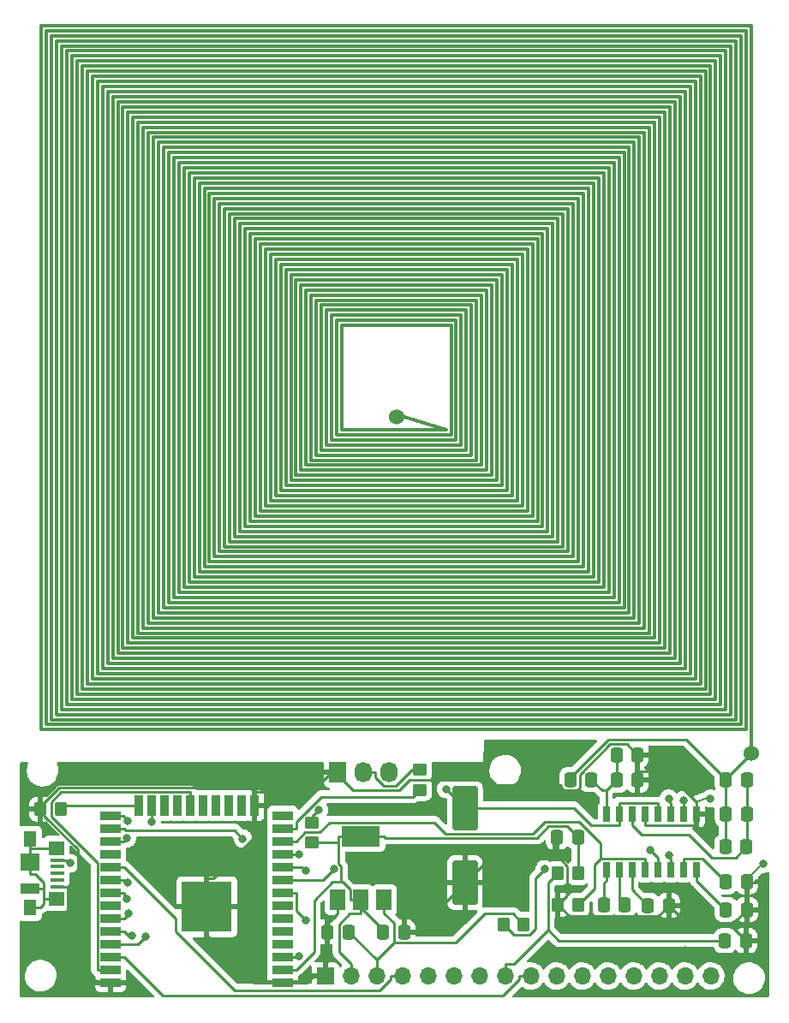
<source format=gtl>
%TF.GenerationSoftware,KiCad,Pcbnew,(6.0.7)*%
%TF.CreationDate,2022-11-29T16:33:33-07:00*%
%TF.ProjectId,attiny_rfid_light,61747469-6e79-45f7-9266-69645f6c6967,rev?*%
%TF.SameCoordinates,Original*%
%TF.FileFunction,Copper,L1,Top*%
%TF.FilePolarity,Positive*%
%FSLAX46Y46*%
G04 Gerber Fmt 4.6, Leading zero omitted, Abs format (unit mm)*
G04 Created by KiCad (PCBNEW (6.0.7)) date 2022-11-29 16:33:33*
%MOMM*%
%LPD*%
G01*
G04 APERTURE LIST*
G04 Aperture macros list*
%AMRoundRect*
0 Rectangle with rounded corners*
0 $1 Rounding radius*
0 $2 $3 $4 $5 $6 $7 $8 $9 X,Y pos of 4 corners*
0 Add a 4 corners polygon primitive as box body*
4,1,4,$2,$3,$4,$5,$6,$7,$8,$9,$2,$3,0*
0 Add four circle primitives for the rounded corners*
1,1,$1+$1,$2,$3*
1,1,$1+$1,$4,$5*
1,1,$1+$1,$6,$7*
1,1,$1+$1,$8,$9*
0 Add four rect primitives between the rounded corners*
20,1,$1+$1,$2,$3,$4,$5,0*
20,1,$1+$1,$4,$5,$6,$7,0*
20,1,$1+$1,$6,$7,$8,$9,0*
20,1,$1+$1,$8,$9,$2,$3,0*%
G04 Aperture macros list end*
%TA.AperFunction,NonConductor*%
%ADD10C,0.200000*%
%TD*%
%TA.AperFunction,EtchedComponent*%
%ADD11C,0.300000*%
%TD*%
%TA.AperFunction,SMDPad,CuDef*%
%ADD12RoundRect,0.250000X-0.350000X-0.450000X0.350000X-0.450000X0.350000X0.450000X-0.350000X0.450000X0*%
%TD*%
%TA.AperFunction,SMDPad,CuDef*%
%ADD13R,1.380000X0.450000*%
%TD*%
%TA.AperFunction,SMDPad,CuDef*%
%ADD14R,1.900000X1.800000*%
%TD*%
%TA.AperFunction,SMDPad,CuDef*%
%ADD15R,1.300000X1.650000*%
%TD*%
%TA.AperFunction,SMDPad,CuDef*%
%ADD16R,1.550000X1.425000*%
%TD*%
%TA.AperFunction,SMDPad,CuDef*%
%ADD17R,1.900000X1.000000*%
%TD*%
%TA.AperFunction,ComponentPad*%
%ADD18R,1.700000X1.700000*%
%TD*%
%TA.AperFunction,ComponentPad*%
%ADD19O,1.700000X1.700000*%
%TD*%
%TA.AperFunction,SMDPad,CuDef*%
%ADD20RoundRect,0.250000X0.337500X0.475000X-0.337500X0.475000X-0.337500X-0.475000X0.337500X-0.475000X0*%
%TD*%
%TA.AperFunction,SMDPad,CuDef*%
%ADD21RoundRect,0.250000X-1.000000X1.950000X-1.000000X-1.950000X1.000000X-1.950000X1.000000X1.950000X0*%
%TD*%
%TA.AperFunction,SMDPad,CuDef*%
%ADD22R,1.500000X2.000000*%
%TD*%
%TA.AperFunction,SMDPad,CuDef*%
%ADD23R,3.800000X2.000000*%
%TD*%
%TA.AperFunction,ComponentPad*%
%ADD24R,1.730000X2.030000*%
%TD*%
%TA.AperFunction,ComponentPad*%
%ADD25O,1.730000X2.030000*%
%TD*%
%TA.AperFunction,SMDPad,CuDef*%
%ADD26RoundRect,0.250000X-0.337500X-0.475000X0.337500X-0.475000X0.337500X0.475000X-0.337500X0.475000X0*%
%TD*%
%TA.AperFunction,SMDPad,CuDef*%
%ADD27C,1.524000*%
%TD*%
%TA.AperFunction,ComponentPad*%
%ADD28C,1.524000*%
%TD*%
%TA.AperFunction,SMDPad,CuDef*%
%ADD29RoundRect,0.250000X0.450000X-0.350000X0.450000X0.350000X-0.450000X0.350000X-0.450000X-0.350000X0*%
%TD*%
%TA.AperFunction,SMDPad,CuDef*%
%ADD30RoundRect,0.250000X0.350000X0.450000X-0.350000X0.450000X-0.350000X-0.450000X0.350000X-0.450000X0*%
%TD*%
%TA.AperFunction,SMDPad,CuDef*%
%ADD31R,0.650000X1.550000*%
%TD*%
%TA.AperFunction,SMDPad,CuDef*%
%ADD32R,2.000000X0.900000*%
%TD*%
%TA.AperFunction,SMDPad,CuDef*%
%ADD33R,0.900000X2.000000*%
%TD*%
%TA.AperFunction,SMDPad,CuDef*%
%ADD34R,5.000000X5.000000*%
%TD*%
%TA.AperFunction,SMDPad,CuDef*%
%ADD35RoundRect,0.250000X-0.450000X0.350000X-0.450000X-0.350000X0.450000X-0.350000X0.450000X0.350000X0*%
%TD*%
%TA.AperFunction,ViaPad*%
%ADD36C,0.800000*%
%TD*%
%TA.AperFunction,Conductor*%
%ADD37C,0.250000*%
%TD*%
G04 APERTURE END LIST*
D10*
X139760626Y-141291481D02*
X138399182Y-142634147D01*
X133197525Y-135188454D02*
X134620000Y-134620000D01*
D11*
X87589000Y-77498800D02*
X119518000Y-77498800D01*
X82559000Y-72468800D02*
X124548000Y-72468800D01*
X75517000Y-120996800D02*
X75517000Y-65426800D01*
X129075000Y-67941800D02*
X129075000Y-118984800D01*
X84571000Y-111942800D02*
X84571000Y-74480800D01*
X124045000Y-72971800D02*
X124045000Y-113954800D01*
X138129000Y-128038800D02*
X68475000Y-128038800D01*
X118512000Y-78504800D02*
X118512000Y-108421800D01*
X80044000Y-69953800D02*
X127063000Y-69953800D01*
X78535000Y-68444800D02*
X128572000Y-68444800D01*
X134608000Y-124517800D02*
X71996000Y-124517800D01*
X134105000Y-124014800D02*
X72499000Y-124014800D01*
X94128000Y-102385800D02*
X94128000Y-84037800D01*
X113985000Y-83031800D02*
X113985000Y-103894800D01*
X113985000Y-103894800D02*
X92619000Y-103894800D01*
X96140000Y-86049800D02*
X110967000Y-86049800D01*
X95134000Y-101379800D02*
X95134000Y-85043800D01*
X116500000Y-80516800D02*
X116500000Y-106409800D01*
X73505000Y-63414800D02*
X133602000Y-63414800D01*
X91110000Y-105403800D02*
X91110000Y-81019800D01*
X121530000Y-111439800D02*
X85074000Y-111439800D01*
X82559000Y-113954800D02*
X82559000Y-72468800D01*
X83565000Y-73474800D02*
X123542000Y-73474800D01*
X86080000Y-75989800D02*
X121027000Y-75989800D01*
X90607000Y-80516800D02*
X116500000Y-80516800D01*
X119518000Y-77498800D02*
X119518000Y-109427800D01*
X93122000Y-83031800D02*
X113985000Y-83031800D01*
X80547000Y-115966800D02*
X80547000Y-70456800D01*
X109961000Y-87055800D02*
X109961000Y-99870800D01*
X71493000Y-125020800D02*
X71493000Y-61402800D01*
X86080000Y-110433800D02*
X86080000Y-75989800D01*
X80547000Y-70456800D02*
X126560000Y-70456800D01*
X110967000Y-86049800D02*
X110967000Y-100876800D01*
X108955000Y-88061800D02*
X108955000Y-98864800D01*
X122536000Y-112445800D02*
X84068000Y-112445800D01*
X132596000Y-64420800D02*
X132596000Y-122505800D01*
X137123000Y-127032800D02*
X69481000Y-127032800D01*
X70487000Y-126026800D02*
X70487000Y-60396800D01*
X73002000Y-123511800D02*
X73002000Y-62911800D01*
X68475000Y-128038800D02*
X68475000Y-58384800D01*
X96643000Y-86552800D02*
X110464000Y-86552800D01*
X127063000Y-69953800D02*
X127063000Y-116972800D01*
X94631000Y-84540800D02*
X112476000Y-84540800D01*
X135614000Y-61402800D02*
X135614000Y-125523800D01*
X81553000Y-114960800D02*
X81553000Y-71462800D01*
X69481000Y-127032800D02*
X69481000Y-59390800D01*
X123039000Y-73977800D02*
X123039000Y-112948800D01*
X132093000Y-64923800D02*
X132093000Y-122002800D01*
X118009000Y-79007800D02*
X118009000Y-107918800D01*
X81050000Y-70959800D02*
X126057000Y-70959800D01*
X136117000Y-126026800D02*
X70487000Y-126026800D01*
X84068000Y-112445800D02*
X84068000Y-73977800D01*
X83062000Y-113451800D02*
X83062000Y-72971800D01*
X121027000Y-110936800D02*
X85577000Y-110936800D01*
X112979000Y-102888800D02*
X93625000Y-102888800D01*
X96140000Y-100373800D02*
X96140000Y-86049800D01*
X113482000Y-103391800D02*
X93122000Y-103391800D01*
X115997000Y-81019800D02*
X115997000Y-105906800D01*
X84068000Y-73977800D02*
X123039000Y-73977800D01*
X111470000Y-85546800D02*
X111470000Y-101379800D01*
X91110000Y-81019800D02*
X115997000Y-81019800D01*
X137626000Y-127535800D02*
X68978000Y-127535800D01*
X111470000Y-101379800D02*
X95134000Y-101379800D01*
X95637000Y-85546800D02*
X111470000Y-85546800D01*
X69984000Y-59893800D02*
X137123000Y-59893800D01*
X125051000Y-114960800D02*
X81553000Y-114960800D01*
X131087000Y-65929800D02*
X131087000Y-120996800D01*
X115997000Y-105906800D02*
X90607000Y-105906800D01*
X91613000Y-81522800D02*
X115494000Y-81522800D01*
X98152000Y-88061800D02*
X108955000Y-88061800D01*
X128572000Y-118481800D02*
X78032000Y-118481800D01*
X95637000Y-100876800D02*
X95637000Y-85546800D01*
X73002000Y-62911800D02*
X134105000Y-62911800D01*
X117003000Y-106912800D02*
X89601000Y-106912800D01*
X128572000Y-68444800D02*
X128572000Y-118481800D01*
X73505000Y-123008800D02*
X73505000Y-63414800D01*
X92619000Y-82528800D02*
X114488000Y-82528800D01*
X137626000Y-59390800D02*
X137626000Y-127535800D01*
X117003000Y-80013800D02*
X117003000Y-106912800D01*
X69984000Y-126529800D02*
X69984000Y-59893800D01*
X114991000Y-104900800D02*
X91613000Y-104900800D01*
X79038000Y-117475800D02*
X79038000Y-68947800D01*
X76523000Y-119990800D02*
X76523000Y-66432800D01*
X89601000Y-106912800D02*
X89601000Y-79510800D01*
X82056000Y-71965800D02*
X125051000Y-71965800D01*
X125554000Y-115463800D02*
X81050000Y-115463800D01*
X127566000Y-69450800D02*
X127566000Y-117475800D01*
X136117000Y-60899800D02*
X136117000Y-126026800D01*
X125051000Y-71965800D02*
X125051000Y-114960800D01*
X85577000Y-75486800D02*
X121530000Y-75486800D01*
X92116000Y-82025800D02*
X114991000Y-82025800D01*
X109458000Y-99367800D02*
X97146000Y-99367800D01*
X81553000Y-71462800D02*
X125554000Y-71462800D01*
X78535000Y-117978800D02*
X78535000Y-68444800D01*
X76020000Y-120493800D02*
X76020000Y-65929800D01*
X70990000Y-125523800D02*
X70990000Y-60899800D01*
X110464000Y-86552800D02*
X110464000Y-100373800D01*
X136620000Y-126529800D02*
X69984000Y-126529800D01*
X111973000Y-101882800D02*
X94631000Y-101882800D01*
X131590000Y-121499800D02*
X75014000Y-121499800D01*
X71493000Y-61402800D02*
X135614000Y-61402800D01*
X137123000Y-59893800D02*
X137123000Y-127032800D01*
X79541000Y-69450800D02*
X127566000Y-69450800D01*
X98152000Y-98361800D02*
X98152000Y-88061800D01*
X128069000Y-68947800D02*
X128069000Y-117978800D01*
X92619000Y-103894800D02*
X92619000Y-82528800D01*
X138129000Y-58887800D02*
X138129000Y-128038800D01*
X78032000Y-67941800D02*
X129075000Y-67941800D01*
X77529000Y-67438800D02*
X129578000Y-67438800D01*
X130584000Y-66432800D02*
X130584000Y-120493800D01*
X95134000Y-85043800D02*
X111973000Y-85043800D01*
X104315500Y-97133234D02*
X108452000Y-98361800D01*
X76020000Y-65929800D02*
X131087000Y-65929800D01*
X115494000Y-105403800D02*
X91110000Y-105403800D01*
X86583000Y-76492800D02*
X120524000Y-76492800D01*
X112476000Y-84540800D02*
X112476000Y-102385800D01*
X77026000Y-119487800D02*
X77026000Y-66935800D01*
X109458000Y-87558800D02*
X109458000Y-99367800D01*
X133602000Y-63414800D02*
X133602000Y-123511800D01*
X119015000Y-78001800D02*
X119015000Y-108924800D01*
X71996000Y-124517800D02*
X71996000Y-61905800D01*
X122536000Y-74480800D02*
X122536000Y-112445800D01*
X124548000Y-72468800D02*
X124548000Y-114457800D01*
X87086000Y-76995800D02*
X120021000Y-76995800D01*
X122033000Y-74983800D02*
X122033000Y-111942800D01*
X77529000Y-118984800D02*
X77529000Y-67438800D01*
X88092000Y-78001800D02*
X119015000Y-78001800D01*
X74008000Y-63917800D02*
X133099000Y-63917800D01*
X123542000Y-73474800D02*
X123542000Y-113451800D01*
X77026000Y-66935800D02*
X130081000Y-66935800D01*
X118512000Y-108421800D02*
X88092000Y-108421800D01*
X68978000Y-127535800D02*
X68978000Y-58887800D01*
X85074000Y-74983800D02*
X122033000Y-74983800D01*
X124548000Y-114457800D02*
X82056000Y-114457800D01*
X97146000Y-87055800D02*
X109961000Y-87055800D01*
X97649000Y-87558800D02*
X109458000Y-87558800D01*
X124045000Y-113954800D02*
X82559000Y-113954800D01*
X128069000Y-117978800D02*
X78535000Y-117978800D01*
X132093000Y-122002800D02*
X74511000Y-122002800D01*
X87086000Y-109427800D02*
X87086000Y-76995800D01*
X132596000Y-122505800D02*
X74008000Y-122505800D01*
X117506000Y-107415800D02*
X89098000Y-107415800D01*
X131087000Y-120996800D02*
X75517000Y-120996800D01*
X89601000Y-79510800D02*
X117506000Y-79510800D01*
X121530000Y-75486800D02*
X121530000Y-111439800D01*
X133602000Y-123511800D02*
X73002000Y-123511800D01*
X94631000Y-101882800D02*
X94631000Y-84540800D01*
X85577000Y-110936800D02*
X85577000Y-75486800D01*
X91613000Y-104900800D02*
X91613000Y-81522800D01*
X114991000Y-82025800D02*
X114991000Y-104900800D01*
X112979000Y-84037800D02*
X112979000Y-102888800D01*
X85074000Y-111439800D02*
X85074000Y-74983800D01*
X88092000Y-108421800D02*
X88092000Y-78001800D01*
X130081000Y-119990800D02*
X76523000Y-119990800D01*
X119015000Y-108924800D02*
X87589000Y-108924800D01*
X126057000Y-115966800D02*
X80547000Y-115966800D01*
X118009000Y-107918800D02*
X88595000Y-107918800D01*
X115494000Y-81522800D02*
X115494000Y-105403800D01*
X81050000Y-115463800D02*
X81050000Y-70959800D01*
X88595000Y-107918800D02*
X88595000Y-78504800D01*
X82056000Y-114457800D02*
X82056000Y-71965800D01*
X135614000Y-125523800D02*
X70990000Y-125523800D01*
X120524000Y-76492800D02*
X120524000Y-110433800D01*
X114488000Y-82528800D02*
X114488000Y-104397800D01*
X121027000Y-75989800D02*
X121027000Y-110936800D01*
X97146000Y-99367800D02*
X97146000Y-87055800D01*
X122033000Y-111942800D02*
X84571000Y-111942800D01*
X123039000Y-112948800D02*
X83565000Y-112948800D01*
X90104000Y-106409800D02*
X90104000Y-80013800D01*
X80044000Y-116469800D02*
X80044000Y-69953800D01*
X89098000Y-107415800D02*
X89098000Y-79007800D01*
X130081000Y-66935800D02*
X130081000Y-119990800D01*
X93122000Y-103391800D02*
X93122000Y-83031800D01*
X72499000Y-124014800D02*
X72499000Y-62408800D01*
X133099000Y-63917800D02*
X133099000Y-123008800D01*
X127063000Y-116972800D02*
X79541000Y-116972800D01*
X120021000Y-109930800D02*
X86583000Y-109930800D01*
X120524000Y-110433800D02*
X86080000Y-110433800D01*
X93625000Y-102888800D02*
X93625000Y-83534800D01*
X69481000Y-59390800D02*
X137626000Y-59390800D01*
X119518000Y-109427800D02*
X87086000Y-109427800D01*
X136620000Y-60396800D02*
X136620000Y-126529800D01*
X87589000Y-108924800D02*
X87589000Y-77498800D01*
X117506000Y-79510800D02*
X117506000Y-107415800D01*
X88595000Y-78504800D02*
X118512000Y-78504800D01*
X135111000Y-61905800D02*
X135111000Y-125020800D01*
X83062000Y-72971800D02*
X124045000Y-72971800D01*
X75014000Y-64923800D02*
X132093000Y-64923800D01*
X108955000Y-98864800D02*
X97649000Y-98864800D01*
X112476000Y-102385800D02*
X94128000Y-102385800D01*
X79038000Y-68947800D02*
X128069000Y-68947800D01*
X78032000Y-118481800D02*
X78032000Y-67941800D01*
X116500000Y-106409800D02*
X90104000Y-106409800D01*
X97649000Y-98864800D02*
X97649000Y-87558800D01*
X134105000Y-62911800D02*
X134105000Y-124014800D01*
X126560000Y-116469800D02*
X80044000Y-116469800D01*
X113482000Y-83534800D02*
X113482000Y-103391800D01*
X75014000Y-121499800D02*
X75014000Y-64923800D01*
X109961000Y-99870800D02*
X96643000Y-99870800D01*
X90607000Y-105906800D02*
X90607000Y-80516800D01*
X130584000Y-120493800D02*
X76020000Y-120493800D01*
X68475000Y-58384800D02*
X138632000Y-58384800D01*
X129075000Y-118984800D02*
X77529000Y-118984800D01*
X110464000Y-100373800D02*
X96140000Y-100373800D01*
X138632000Y-130445018D02*
X138632000Y-128541800D01*
X70990000Y-60899800D02*
X136117000Y-60899800D01*
X84571000Y-74480800D02*
X122536000Y-74480800D01*
X76523000Y-66432800D02*
X130584000Y-66432800D01*
X108452000Y-98361800D02*
X98152000Y-98361800D01*
X133099000Y-123008800D02*
X73505000Y-123008800D01*
X74008000Y-122505800D02*
X74008000Y-63917800D01*
X114488000Y-104397800D02*
X92116000Y-104397800D01*
X68978000Y-58887800D02*
X138129000Y-58887800D01*
X92116000Y-104397800D02*
X92116000Y-82025800D01*
X111973000Y-85043800D02*
X111973000Y-101882800D01*
X86583000Y-109930800D02*
X86583000Y-76492800D01*
X71996000Y-61905800D02*
X135111000Y-61905800D01*
X93625000Y-83534800D02*
X113482000Y-83534800D01*
X126560000Y-70456800D02*
X126560000Y-116469800D01*
X126057000Y-70959800D02*
X126057000Y-115966800D01*
X138632000Y-58384800D02*
X138632000Y-128541800D01*
X134608000Y-62408800D02*
X134608000Y-124517800D01*
X94128000Y-84037800D02*
X112979000Y-84037800D01*
X74511000Y-64420800D02*
X132596000Y-64420800D01*
X90104000Y-80013800D02*
X117003000Y-80013800D01*
X120021000Y-76995800D02*
X120021000Y-109930800D01*
X129578000Y-119487800D02*
X77026000Y-119487800D01*
X79541000Y-116972800D02*
X79541000Y-69450800D01*
X83565000Y-112948800D02*
X83565000Y-73474800D01*
X125554000Y-71462800D02*
X125554000Y-115463800D01*
X110967000Y-100876800D02*
X95637000Y-100876800D01*
X131590000Y-65426800D02*
X131590000Y-121499800D01*
X123542000Y-113451800D02*
X83062000Y-113451800D01*
X127566000Y-117475800D02*
X79038000Y-117475800D01*
X70487000Y-60396800D02*
X136620000Y-60396800D01*
X74511000Y-122002800D02*
X74511000Y-64420800D01*
X96643000Y-99870800D02*
X96643000Y-86552800D01*
X135111000Y-125020800D02*
X71493000Y-125020800D01*
X129578000Y-67438800D02*
X129578000Y-119487800D01*
X75517000Y-65426800D02*
X131590000Y-65426800D01*
X72499000Y-62408800D02*
X134608000Y-62408800D01*
X89098000Y-79007800D02*
X118009000Y-79007800D01*
D12*
X121535500Y-145350400D03*
X119535500Y-145350400D03*
D13*
X70040000Y-140940000D03*
X70040000Y-141590000D03*
X70040000Y-142240000D03*
X70040000Y-142890000D03*
X70040000Y-143540000D03*
D14*
X67380000Y-141090000D03*
D15*
X67380000Y-145615000D03*
X67380000Y-138865000D03*
D16*
X69955000Y-139752500D03*
D17*
X67380000Y-143790000D03*
D16*
X69955000Y-144727500D03*
D18*
X96520000Y-152400000D03*
D19*
X99060000Y-152400000D03*
X101600000Y-152400000D03*
X104140000Y-152400000D03*
X106680000Y-152400000D03*
X109220000Y-152400000D03*
X111760000Y-152400000D03*
X114300000Y-152400000D03*
X116840000Y-152400000D03*
X119380000Y-152400000D03*
X121920000Y-152400000D03*
X124460000Y-152400000D03*
X127000000Y-152400000D03*
X129540000Y-152400000D03*
X132080000Y-152400000D03*
X134620000Y-152400000D03*
D20*
X138129000Y-139624600D03*
X136054000Y-139624600D03*
D21*
X110328300Y-135777400D03*
X110328300Y-143177400D03*
D22*
X97747200Y-144868300D03*
X100047200Y-144868300D03*
D23*
X100047200Y-138568300D03*
D22*
X102347200Y-144868300D03*
D24*
X97765700Y-132243300D03*
D25*
X100305700Y-132243300D03*
X102845700Y-132243300D03*
D26*
X119429700Y-138664100D03*
X121504700Y-138664100D03*
X136122500Y-145825100D03*
X138197500Y-145825100D03*
D27*
X138663196Y-130386600D03*
D28*
X103553500Y-97133234D03*
D20*
X98813000Y-148029100D03*
X96738000Y-148029100D03*
D26*
X125313300Y-133036400D03*
X127388300Y-133036400D03*
X102251000Y-148058200D03*
X104326000Y-148058200D03*
X136098000Y-143068800D03*
X138173000Y-143068800D03*
D29*
X95230600Y-139200800D03*
X95230600Y-137200800D03*
D30*
X121498900Y-142213200D03*
X119498900Y-142213200D03*
D26*
X120760600Y-132991800D03*
X122835600Y-132991800D03*
D12*
X114138000Y-147272900D03*
X116138000Y-147272900D03*
D26*
X125316000Y-130527600D03*
X127391000Y-130527600D03*
X124042300Y-145377200D03*
X126117300Y-145377200D03*
X136117600Y-136378600D03*
X138192600Y-136378600D03*
D31*
X133183500Y-136397000D03*
X131913500Y-136397000D03*
X130643500Y-136397000D03*
X129373500Y-136397000D03*
X128103500Y-136397000D03*
X126833500Y-136397000D03*
X125563500Y-136397000D03*
X124293500Y-136397000D03*
X124293500Y-141847000D03*
X125563500Y-141847000D03*
X126833500Y-141847000D03*
X128103500Y-141847000D03*
X129373500Y-141847000D03*
X130643500Y-141847000D03*
X131913500Y-141847000D03*
X133183500Y-141847000D03*
D20*
X138117900Y-148899500D03*
X136042900Y-148899500D03*
D26*
X128397600Y-145413800D03*
X130472600Y-145413800D03*
D30*
X70362700Y-135902200D03*
X68362700Y-135902200D03*
D26*
X136122500Y-133036400D03*
X138197500Y-133036400D03*
D32*
X92320000Y-153035000D03*
X92320000Y-151765000D03*
X92320000Y-150495000D03*
X92320000Y-149225000D03*
X92320000Y-147955000D03*
X92320000Y-146685000D03*
X92320000Y-145415000D03*
X92320000Y-144145000D03*
X92320000Y-142875000D03*
X92320000Y-141605000D03*
X92320000Y-140335000D03*
X92320000Y-139065000D03*
X92320000Y-137795000D03*
X92320000Y-136525000D03*
D33*
X89535000Y-135525000D03*
X88265000Y-135525000D03*
X86995000Y-135525000D03*
X85725000Y-135525000D03*
X84455000Y-135525000D03*
X83185000Y-135525000D03*
X81915000Y-135525000D03*
X80645000Y-135525000D03*
X79375000Y-135525000D03*
X78105000Y-135525000D03*
D32*
X75320000Y-136525000D03*
X75320000Y-137795000D03*
X75320000Y-139065000D03*
X75320000Y-140335000D03*
X75320000Y-141605000D03*
X75320000Y-142875000D03*
X75320000Y-144145000D03*
X75320000Y-145415000D03*
X75320000Y-146685000D03*
X75320000Y-147955000D03*
X75320000Y-149225000D03*
X75320000Y-150495000D03*
X75320000Y-151765000D03*
X75320000Y-153035000D03*
D34*
X84820000Y-145535000D03*
D35*
X105878000Y-131972200D03*
X105878000Y-133972200D03*
D36*
X90048350Y-152312139D03*
X66955655Y-137028550D03*
X68317907Y-147935401D03*
X72190982Y-153484460D03*
X77810462Y-153498544D03*
X133959431Y-133240382D03*
X134620000Y-137160000D03*
X132080000Y-144780000D03*
X132080000Y-149860000D03*
X139700000Y-149860000D03*
X134605916Y-134841051D03*
X139774710Y-141296176D03*
X97360500Y-141835200D03*
X130543500Y-140452000D03*
X118194600Y-141835300D03*
X88379300Y-138799700D03*
X76932500Y-138756200D03*
X128639000Y-139955500D03*
X79375000Y-137136700D03*
X131913500Y-135007400D03*
X94583400Y-146876200D03*
X76951700Y-137047700D03*
X95876400Y-135987100D03*
X78747800Y-148502200D03*
X93933800Y-140335000D03*
X94568100Y-141994400D03*
X76956100Y-143131200D03*
X76926100Y-144771400D03*
X77076100Y-146168600D03*
X77373700Y-148394700D03*
X93928900Y-150433200D03*
X130469400Y-134849400D03*
X108452200Y-133901300D03*
X71334500Y-141240000D03*
D37*
X92320000Y-142875000D02*
X93645300Y-142875000D01*
X96320700Y-142875000D02*
X97360500Y-141835200D01*
X93645300Y-142875000D02*
X96320700Y-142875000D01*
X115169300Y-148304200D02*
X114138000Y-147272900D01*
X116734200Y-148304200D02*
X115169300Y-148304200D01*
X117323600Y-147714800D02*
X116734200Y-148304200D01*
X117323600Y-142706300D02*
X117323600Y-147714800D01*
X118194600Y-141835300D02*
X117323600Y-142706300D01*
X130543500Y-140646700D02*
X130543500Y-140452000D01*
X130643500Y-140746700D02*
X130543500Y-140646700D01*
X130643500Y-141847000D02*
X130643500Y-140746700D01*
X87534800Y-137955200D02*
X88379300Y-138799700D01*
X76805500Y-137955200D02*
X87534800Y-137955200D01*
X76645300Y-137795000D02*
X76805500Y-137955200D01*
X75320000Y-137795000D02*
X76645300Y-137795000D01*
X129373500Y-140690000D02*
X129373500Y-141847000D01*
X128639000Y-139955500D02*
X129373500Y-140690000D01*
X75320000Y-139065000D02*
X76645300Y-139065000D01*
X76645300Y-139043400D02*
X76932500Y-138756200D01*
X76645300Y-139065000D02*
X76645300Y-139043400D01*
X128103500Y-141847000D02*
X128103500Y-140746700D01*
X128103500Y-140746700D02*
X123760200Y-140746700D01*
X123128400Y-143757500D02*
X121535500Y-145350400D01*
X123128400Y-141378500D02*
X123128400Y-143757500D01*
X123760200Y-140746700D02*
X123128400Y-141378500D01*
X92320000Y-139065000D02*
X93645300Y-139065000D01*
X94509500Y-138200800D02*
X93645300Y-139065000D01*
X95992200Y-138200800D02*
X94509500Y-138200800D01*
X96984100Y-137208900D02*
X95992200Y-138200800D01*
X107326600Y-137208900D02*
X96984100Y-137208900D01*
X108422700Y-138305000D02*
X107326600Y-137208900D01*
X117045600Y-138305000D02*
X108422700Y-138305000D01*
X118191100Y-137159500D02*
X117045600Y-138305000D01*
X121637100Y-137159500D02*
X118191100Y-137159500D01*
X123760200Y-139282600D02*
X121637100Y-137159500D01*
X123760200Y-140746700D02*
X123760200Y-139282600D01*
X79375000Y-135525000D02*
X79375000Y-136850300D01*
X79375000Y-136850300D02*
X79375000Y-137136700D01*
X131913500Y-135007400D02*
X131913500Y-136397000D01*
X92320000Y-144145000D02*
X93645300Y-144145000D01*
X93645300Y-145938100D02*
X94583400Y-146876200D01*
X93645300Y-144145000D02*
X93645300Y-145938100D01*
X76645300Y-136741300D02*
X76951700Y-137047700D01*
X76645300Y-136525000D02*
X76645300Y-136741300D01*
X75320000Y-136525000D02*
X76645300Y-136525000D01*
X95230600Y-136632900D02*
X95230600Y-137200800D01*
X95876400Y-135987100D02*
X95230600Y-136632900D01*
X93645300Y-137162200D02*
X93645300Y-137795000D01*
X96157400Y-134650100D02*
X93645300Y-137162200D01*
X105200100Y-134650100D02*
X96157400Y-134650100D01*
X105878000Y-133972200D02*
X105200100Y-134650100D01*
X92320000Y-137795000D02*
X93645300Y-137795000D01*
X125316000Y-133033700D02*
X125316000Y-130527600D01*
X125313300Y-133036400D02*
X125316000Y-133033700D01*
X123900000Y-134056200D02*
X122835600Y-132991800D01*
X124293500Y-134056200D02*
X123900000Y-134056200D01*
X124293500Y-136397000D02*
X124293500Y-134056200D01*
X124293500Y-134056200D02*
X125313300Y-133036400D01*
X75320000Y-149225000D02*
X76645300Y-149225000D01*
X78025000Y-149225000D02*
X78747800Y-148502200D01*
X76645300Y-149225000D02*
X78025000Y-149225000D01*
X101496000Y-132764100D02*
X101496000Y-132243300D01*
X102315500Y-133583600D02*
X101496000Y-132764100D01*
X103482400Y-133583600D02*
X102315500Y-133583600D01*
X105093800Y-131972200D02*
X103482400Y-133583600D01*
X105878000Y-131972200D02*
X105093800Y-131972200D01*
X100305700Y-132243300D02*
X101496000Y-132243300D01*
X92320000Y-140335000D02*
X93933800Y-140335000D01*
X94178700Y-141605000D02*
X94568100Y-141994400D01*
X92320000Y-141605000D02*
X94178700Y-141605000D01*
X75320000Y-142875000D02*
X76645300Y-142875000D01*
X76901500Y-143131200D02*
X76956100Y-143131200D01*
X76645300Y-142875000D02*
X76901500Y-143131200D01*
X70402000Y-134199700D02*
X83185000Y-134199700D01*
X69427500Y-135174200D02*
X70402000Y-134199700D01*
X69427500Y-136615200D02*
X69427500Y-135174200D01*
X73994700Y-141182400D02*
X69427500Y-136615200D01*
X73994700Y-151765000D02*
X73994700Y-141182400D01*
X75320000Y-151765000D02*
X73994700Y-151765000D01*
X83185000Y-135525000D02*
X83185000Y-134199700D01*
X75320000Y-144145000D02*
X76645300Y-144145000D01*
X76645300Y-144490600D02*
X76926100Y-144771400D01*
X76645300Y-144145000D02*
X76645300Y-144490600D01*
X75320000Y-146685000D02*
X76645300Y-146685000D01*
X77076100Y-146254200D02*
X77076100Y-146168600D01*
X76645300Y-146685000D02*
X77076100Y-146254200D01*
X75320000Y-150495000D02*
X76645300Y-150495000D01*
X116840000Y-152400000D02*
X115664700Y-152400000D01*
X115664700Y-152767300D02*
X115664700Y-152400000D01*
X114101600Y-154330400D02*
X115664700Y-152767300D01*
X80480700Y-154330400D02*
X114101600Y-154330400D01*
X76645300Y-150495000D02*
X80480700Y-154330400D01*
X102964700Y-152767300D02*
X102964700Y-152400000D01*
X101917600Y-153814400D02*
X102964700Y-152767300D01*
X87590100Y-153814400D02*
X101917600Y-153814400D01*
X81754300Y-147978600D02*
X87590100Y-153814400D01*
X81754300Y-146714000D02*
X81754300Y-147978600D01*
X76645300Y-141605000D02*
X81754300Y-146714000D01*
X75320000Y-141605000D02*
X76645300Y-141605000D01*
X104140000Y-152400000D02*
X102964700Y-152400000D01*
X70739900Y-135525000D02*
X70362700Y-135902200D01*
X78105000Y-135525000D02*
X70739900Y-135525000D01*
X69955000Y-139752500D02*
X68854700Y-139752500D01*
X67380000Y-139752500D02*
X68854700Y-139752500D01*
X67380000Y-138865000D02*
X67380000Y-139752500D01*
X67380000Y-139752500D02*
X67380000Y-141090000D01*
X69955000Y-144727500D02*
X68854700Y-144727500D01*
X67380000Y-145615000D02*
X68355300Y-145615000D01*
X68655300Y-143131100D02*
X68655300Y-143790000D01*
X67839500Y-142315300D02*
X68655300Y-143131100D01*
X67380000Y-142315300D02*
X67839500Y-142315300D01*
X67380000Y-143790000D02*
X68655300Y-143790000D01*
X67380000Y-141090000D02*
X67380000Y-142315300D01*
X68854700Y-144727500D02*
X68655300Y-144727500D01*
X68655300Y-143790000D02*
X68655300Y-144727500D01*
X68655300Y-145315000D02*
X68355300Y-145615000D01*
X68655300Y-144727500D02*
X68655300Y-145315000D01*
X77085000Y-148394700D02*
X77373700Y-148394700D01*
X76645300Y-147955000D02*
X77085000Y-148394700D01*
X75320000Y-147955000D02*
X76645300Y-147955000D01*
X114300000Y-152400000D02*
X114300000Y-151224700D01*
X119616500Y-148899500D02*
X118561600Y-147844600D01*
X136042900Y-148899500D02*
X119616500Y-148899500D01*
X115181500Y-151224700D02*
X118561600Y-147844600D01*
X114300000Y-151224700D02*
X115181500Y-151224700D01*
X118561600Y-143150500D02*
X119498900Y-142213200D01*
X118561600Y-147844600D02*
X118561600Y-143150500D01*
X93867100Y-150495000D02*
X93928900Y-150433200D01*
X92320000Y-150495000D02*
X93867100Y-150495000D01*
X130469400Y-135122600D02*
X130469400Y-134849400D01*
X130643500Y-135296700D02*
X130469400Y-135122600D01*
X130643500Y-136397000D02*
X130643500Y-135296700D01*
X138192600Y-133041300D02*
X138192600Y-136378600D01*
X138197500Y-133036400D02*
X138192600Y-133041300D01*
X138192600Y-139561000D02*
X138129000Y-139624600D01*
X138192600Y-136378600D02*
X138192600Y-139561000D01*
X127772100Y-138435900D02*
X126833500Y-137497300D01*
X132461400Y-138435900D02*
X127772100Y-138435900D01*
X134715300Y-140689800D02*
X132461400Y-138435900D01*
X137063800Y-140689800D02*
X134715300Y-140689800D01*
X138129000Y-139624600D02*
X137063800Y-140689800D01*
X126833500Y-136397000D02*
X126833500Y-137497300D01*
X133775900Y-140746700D02*
X136098000Y-143068800D01*
X131913500Y-140746700D02*
X133775900Y-140746700D01*
X131913500Y-141847000D02*
X131913500Y-140746700D01*
X132180700Y-128985500D02*
X136122500Y-132927300D01*
X124505100Y-128985500D02*
X132180700Y-128985500D01*
X120760600Y-132730000D02*
X124505100Y-128985500D01*
X120760600Y-132991800D02*
X120760600Y-132730000D01*
X136122500Y-133036400D02*
X136122500Y-132927300D01*
X138663200Y-130386600D02*
X136122500Y-132927300D01*
X136117600Y-133041300D02*
X136122500Y-133036400D01*
X136117600Y-136378600D02*
X136117600Y-133041300D01*
X136054000Y-136442200D02*
X136054000Y-139624600D01*
X136117600Y-136378600D02*
X136054000Y-136442200D01*
X125563500Y-144823400D02*
X126117300Y-145377200D01*
X125563500Y-141847000D02*
X125563500Y-144823400D01*
X124042300Y-143198500D02*
X124042300Y-145377200D01*
X124293500Y-142947300D02*
X124042300Y-143198500D01*
X124293500Y-141847000D02*
X124293500Y-142947300D01*
X133244700Y-142947300D02*
X136122500Y-145825100D01*
X133183500Y-142947300D02*
X133244700Y-142947300D01*
X133183500Y-141847000D02*
X133183500Y-142947300D01*
X125563500Y-135296700D02*
X129373500Y-135296700D01*
X129373500Y-136397000D02*
X129373500Y-135296700D01*
X101600000Y-152400000D02*
X101600000Y-151224700D01*
X125563500Y-135846800D02*
X125563500Y-135296700D01*
X98813000Y-148029100D02*
X101600000Y-150816100D01*
X101600000Y-150816100D02*
X101600000Y-151224700D01*
X125563500Y-135846800D02*
X125563500Y-136397000D01*
X125563500Y-136397000D02*
X125563500Y-137497300D01*
X102347200Y-144868300D02*
X102347200Y-146193600D01*
X103306500Y-147152900D02*
X102347200Y-146193600D01*
X103306500Y-149109600D02*
X103306500Y-147152900D01*
X109423800Y-149109600D02*
X103306500Y-149109600D01*
X112316100Y-146217300D02*
X109423800Y-149109600D01*
X115082400Y-146217300D02*
X112316100Y-146217300D01*
X116138000Y-147272900D02*
X115082400Y-146217300D01*
X103306500Y-149109600D02*
X101600000Y-150816100D01*
X71055300Y-140960800D02*
X71055300Y-140940000D01*
X71334500Y-141240000D02*
X71055300Y-140960800D01*
X70040000Y-140940000D02*
X71055300Y-140940000D01*
X121117200Y-135777400D02*
X110328300Y-135777400D01*
X122837100Y-137497300D02*
X121117200Y-135777400D01*
X125563500Y-137497300D02*
X122837100Y-137497300D01*
X110328300Y-135777400D02*
X108452200Y-133901300D01*
X126833500Y-143849700D02*
X126833500Y-141847000D01*
X128397600Y-145413800D02*
X126833500Y-143849700D01*
X97890900Y-150055600D02*
X99060000Y-151224700D01*
X97890900Y-147264700D02*
X97890900Y-150055600D01*
X98962000Y-146193600D02*
X97890900Y-147264700D01*
X100047200Y-146193600D02*
X98962000Y-146193600D01*
X100047200Y-145043200D02*
X100047200Y-144868300D01*
X100047200Y-145043200D02*
X100047200Y-145618400D01*
X100047200Y-145618400D02*
X100047200Y-146193600D01*
X102251000Y-147822200D02*
X102251000Y-148058200D01*
X100047200Y-145618400D02*
X102251000Y-147822200D01*
X99060000Y-152400000D02*
X99060000Y-151224700D01*
X100047200Y-144868300D02*
X98971900Y-144868300D01*
X97821900Y-139200800D02*
X95230600Y-139200800D01*
X121504700Y-142207400D02*
X121504700Y-138664100D01*
X121498900Y-142213200D02*
X121504700Y-142207400D01*
X120450400Y-137609800D02*
X121504700Y-138664100D01*
X118602600Y-137609800D02*
X120450400Y-137609800D01*
X117457000Y-138755400D02*
X118602600Y-137609800D01*
X102459600Y-138755400D02*
X117457000Y-138755400D01*
X102272500Y-138568300D02*
X102459600Y-138755400D01*
X100047200Y-138568300D02*
X102272500Y-138568300D01*
X97821900Y-138568300D02*
X97821900Y-139200800D01*
X92320000Y-151765000D02*
X93645300Y-151765000D01*
X97821900Y-141270800D02*
X97821900Y-139200800D01*
X98085800Y-141534700D02*
X97821900Y-141270800D01*
X98085800Y-143102000D02*
X98085800Y-141534700D01*
X98241100Y-143102000D02*
X98085800Y-143102000D01*
X98971900Y-143832800D02*
X98241100Y-143102000D01*
X98971900Y-144868300D02*
X98971900Y-143832800D01*
X95424100Y-149986200D02*
X93645300Y-151765000D01*
X95424100Y-144898700D02*
X95424100Y-149986200D01*
X97220800Y-143102000D02*
X95424100Y-144898700D01*
X98085800Y-143102000D02*
X97220800Y-143102000D01*
X100047200Y-138568300D02*
X97821900Y-138568300D01*
X128103500Y-137497300D02*
X133183500Y-137497300D01*
X128103500Y-136397000D02*
X128103500Y-137497300D01*
X133183500Y-136397000D02*
X133183500Y-135296700D01*
X127391000Y-130527600D02*
X127391000Y-132173400D01*
X127388300Y-132176100D02*
X127391000Y-132173400D01*
X127388300Y-133036400D02*
X127388300Y-132176100D01*
X133183500Y-136397000D02*
X133183500Y-137497300D01*
X138197500Y-145825100D02*
X136620500Y-147402100D01*
X132460900Y-147402100D02*
X136620500Y-147402100D01*
X130472600Y-145413800D02*
X132460900Y-147402100D01*
X136620500Y-147402100D02*
X138117900Y-148899500D01*
X70040000Y-143540000D02*
X71055300Y-143540000D01*
X71055300Y-150095600D02*
X71055300Y-143540000D01*
X73994700Y-153035000D02*
X71055300Y-150095600D01*
X75320000Y-153035000D02*
X73994700Y-153035000D01*
X138197500Y-143093300D02*
X138197500Y-145825100D01*
X138173000Y-143068800D02*
X138197500Y-143093300D01*
X89535000Y-135525000D02*
X89535000Y-134199700D01*
X95214200Y-134199700D02*
X97170600Y-132243300D01*
X89535000Y-134199700D02*
X95214200Y-134199700D01*
X68362700Y-135902200D02*
X68707000Y-135902200D01*
X68707000Y-135257800D02*
X68707000Y-135902200D01*
X70228800Y-133736000D02*
X68707000Y-135257800D01*
X89071300Y-133736000D02*
X70228800Y-133736000D01*
X89535000Y-134199700D02*
X89071300Y-133736000D01*
X72063900Y-142531400D02*
X71055300Y-143540000D01*
X72063900Y-139888500D02*
X72063900Y-142531400D01*
X68707000Y-136531600D02*
X72063900Y-139888500D01*
X68707000Y-135902200D02*
X68707000Y-136531600D01*
X97747200Y-144868300D02*
X97747200Y-146193600D01*
X119809400Y-133742200D02*
X119809400Y-133513300D01*
X120120900Y-134053700D02*
X119809400Y-133742200D01*
X121341500Y-134053700D02*
X120120900Y-134053700D01*
X121674500Y-133720700D02*
X121341500Y-134053700D01*
X121674500Y-132453000D02*
X121674500Y-133720700D01*
X124671500Y-129456000D02*
X121674500Y-132453000D01*
X126319400Y-129456000D02*
X124671500Y-129456000D01*
X127391000Y-130527600D02*
X126319400Y-129456000D01*
X97765700Y-132243300D02*
X97468200Y-132243300D01*
X97468200Y-132243300D02*
X97170600Y-132243300D01*
X84820000Y-146947600D02*
X84820000Y-148360300D01*
X89494700Y-153035000D02*
X92320000Y-153035000D01*
X84820000Y-148360300D02*
X89494700Y-153035000D01*
X96520000Y-152400000D02*
X95344700Y-152400000D01*
X96738000Y-147202800D02*
X96738000Y-148029100D01*
X97747200Y-146193600D02*
X96738000Y-147202800D01*
X96738000Y-151006700D02*
X96520000Y-151224700D01*
X96738000Y-148029100D02*
X96738000Y-151006700D01*
X96520000Y-152400000D02*
X96520000Y-151224700D01*
X105447500Y-148058200D02*
X110328300Y-143177400D01*
X104326000Y-148058200D02*
X105447500Y-148058200D01*
X120672400Y-146487300D02*
X119535500Y-145350400D01*
X129399100Y-146487300D02*
X120672400Y-146487300D01*
X130472600Y-145413800D02*
X129399100Y-146487300D01*
X120443700Y-141538800D02*
X119045000Y-140140100D01*
X120443700Y-144442200D02*
X120443700Y-141538800D01*
X119535500Y-145350400D02*
X120443700Y-144442200D01*
X119045000Y-139048800D02*
X119045000Y-140140100D01*
X119429700Y-138664100D02*
X119045000Y-139048800D01*
X99258900Y-134034000D02*
X97468200Y-132243300D01*
X103812300Y-134034000D02*
X99258900Y-134034000D01*
X104864400Y-132981900D02*
X103812300Y-134034000D01*
X112901800Y-132981900D02*
X104864400Y-132981900D01*
X113433200Y-133513300D02*
X112901800Y-132981900D01*
X119809400Y-133513300D02*
X113433200Y-133513300D01*
X84820000Y-146947600D02*
X84820000Y-145535000D01*
X84820000Y-145535000D02*
X84820000Y-142709700D01*
X94709700Y-153035000D02*
X95344700Y-152400000D01*
X92320000Y-153035000D02*
X94709700Y-153035000D01*
X113365600Y-140140100D02*
X119045000Y-140140100D01*
X110328300Y-143177400D02*
X113365600Y-140140100D01*
X89535000Y-138669800D02*
X89535000Y-135525000D01*
X85495100Y-142709700D02*
X89535000Y-138669800D01*
X84820000Y-142709700D02*
X85495100Y-142709700D01*
X130154600Y-132173400D02*
X127391000Y-132173400D01*
X133183500Y-135202300D02*
X130154600Y-132173400D01*
X133183500Y-135296700D02*
X133183500Y-135202300D01*
%TA.AperFunction,Conductor*%
G36*
X71447012Y-139531070D02*
G01*
X71453595Y-139537199D01*
X73324295Y-141407899D01*
X73358321Y-141470211D01*
X73361200Y-141496994D01*
X73361200Y-151693207D01*
X73358968Y-151716816D01*
X73357425Y-151724906D01*
X73360437Y-151772775D01*
X73360951Y-151780951D01*
X73361200Y-151788862D01*
X73361200Y-151804856D01*
X73363206Y-151820730D01*
X73363948Y-151828590D01*
X73367475Y-151884650D01*
X73369925Y-151892191D01*
X73370021Y-151892487D01*
X73375194Y-151915631D01*
X73375232Y-151915935D01*
X73375233Y-151915940D01*
X73376226Y-151923797D01*
X73379142Y-151931162D01*
X73379143Y-151931166D01*
X73396899Y-151976011D01*
X73399571Y-151983430D01*
X73416936Y-152036875D01*
X73421186Y-152043571D01*
X73421186Y-152043572D01*
X73421350Y-152043831D01*
X73432115Y-152064958D01*
X73432229Y-152065246D01*
X73432232Y-152065251D01*
X73435148Y-152072617D01*
X73439804Y-152079025D01*
X73439807Y-152079031D01*
X73468158Y-152118052D01*
X73472601Y-152124589D01*
X73502700Y-152172018D01*
X73508478Y-152177444D01*
X73508479Y-152177445D01*
X73508707Y-152177659D01*
X73524388Y-152195446D01*
X73529228Y-152202107D01*
X73535337Y-152207161D01*
X73535338Y-152207162D01*
X73572496Y-152237903D01*
X73578430Y-152243134D01*
X73613598Y-152276158D01*
X73613601Y-152276160D01*
X73619379Y-152281586D01*
X73626603Y-152285558D01*
X73646206Y-152298881D01*
X73646446Y-152299080D01*
X73646453Y-152299084D01*
X73652556Y-152304133D01*
X73680878Y-152317460D01*
X73703376Y-152328047D01*
X73710408Y-152331629D01*
X73753683Y-152355420D01*
X73803740Y-152405764D01*
X73818243Y-152479440D01*
X73812369Y-152533512D01*
X73812000Y-152540328D01*
X73812000Y-152762885D01*
X73816475Y-152778124D01*
X73817865Y-152779329D01*
X73825548Y-152781000D01*
X76809884Y-152781000D01*
X76825123Y-152776525D01*
X76826328Y-152775135D01*
X76827999Y-152767452D01*
X76827999Y-152540331D01*
X76827629Y-152533510D01*
X76822105Y-152482648D01*
X76818480Y-152467400D01*
X76810061Y-152444943D01*
X76804878Y-152374136D01*
X76810058Y-152356490D01*
X76821745Y-152325316D01*
X76828500Y-152263134D01*
X76828500Y-151878294D01*
X76848502Y-151810173D01*
X76902158Y-151763680D01*
X76972432Y-151753576D01*
X77037012Y-151783070D01*
X77043595Y-151789199D01*
X79547110Y-154292714D01*
X79581136Y-154355026D01*
X79576071Y-154425841D01*
X79533524Y-154482677D01*
X79467004Y-154507488D01*
X79458015Y-154507809D01*
X66485277Y-154507809D01*
X66417156Y-154487807D01*
X66370663Y-154434151D01*
X66359277Y-154381809D01*
X66359277Y-152413268D01*
X66837882Y-152413268D01*
X66838463Y-152418288D01*
X66838463Y-152418292D01*
X66845601Y-152479981D01*
X66866708Y-152662399D01*
X66868087Y-152667273D01*
X66868088Y-152667277D01*
X66930456Y-152887680D01*
X66934994Y-152903717D01*
X66937128Y-152908292D01*
X66937130Y-152908299D01*
X67037257Y-153123021D01*
X67040984Y-153131013D01*
X67043826Y-153135194D01*
X67043826Y-153135195D01*
X67179105Y-153334252D01*
X67179108Y-153334256D01*
X67181951Y-153338439D01*
X67185428Y-153342116D01*
X67185429Y-153342117D01*
X67347334Y-153513328D01*
X67354267Y-153520659D01*
X67358293Y-153523737D01*
X67358294Y-153523738D01*
X67549481Y-153669912D01*
X67549485Y-153669915D01*
X67553501Y-153672985D01*
X67557959Y-153675375D01*
X67557960Y-153675376D01*
X67597504Y-153696579D01*
X67774526Y-153791497D01*
X67779307Y-153793143D01*
X67779311Y-153793145D01*
X68005038Y-153870869D01*
X68011656Y-153873148D01*
X68115189Y-153891031D01*
X68254880Y-153915160D01*
X68254886Y-153915161D01*
X68258790Y-153915835D01*
X68262751Y-153916015D01*
X68262752Y-153916015D01*
X68287431Y-153917136D01*
X68287450Y-153917136D01*
X68288850Y-153917200D01*
X68463515Y-153917200D01*
X68466023Y-153916998D01*
X68466028Y-153916998D01*
X68645444Y-153902563D01*
X68645449Y-153902562D01*
X68650485Y-153902157D01*
X68655393Y-153900952D01*
X68655396Y-153900951D01*
X68889125Y-153843541D01*
X68894039Y-153842334D01*
X68898691Y-153840359D01*
X68898695Y-153840358D01*
X69120241Y-153746317D01*
X69120242Y-153746317D01*
X69124896Y-153744341D01*
X69337115Y-153610700D01*
X69429026Y-153529669D01*
X73812001Y-153529669D01*
X73812371Y-153536490D01*
X73817895Y-153587352D01*
X73821521Y-153602604D01*
X73866676Y-153723054D01*
X73875214Y-153738649D01*
X73951715Y-153840724D01*
X73964276Y-153853285D01*
X74066351Y-153929786D01*
X74081946Y-153938324D01*
X74202394Y-153983478D01*
X74217649Y-153987105D01*
X74268514Y-153992631D01*
X74275328Y-153993000D01*
X75047885Y-153993000D01*
X75063124Y-153988525D01*
X75064329Y-153987135D01*
X75066000Y-153979452D01*
X75066000Y-153974884D01*
X75574000Y-153974884D01*
X75578475Y-153990123D01*
X75579865Y-153991328D01*
X75587548Y-153992999D01*
X76364669Y-153992999D01*
X76371490Y-153992629D01*
X76422352Y-153987105D01*
X76437604Y-153983479D01*
X76558054Y-153938324D01*
X76573649Y-153929786D01*
X76675724Y-153853285D01*
X76688285Y-153840724D01*
X76764786Y-153738649D01*
X76773324Y-153723054D01*
X76818478Y-153602606D01*
X76822105Y-153587351D01*
X76827631Y-153536486D01*
X76828000Y-153529672D01*
X76828000Y-153307115D01*
X76823525Y-153291876D01*
X76822135Y-153290671D01*
X76814452Y-153289000D01*
X75592115Y-153289000D01*
X75576876Y-153293475D01*
X75575671Y-153294865D01*
X75574000Y-153302548D01*
X75574000Y-153974884D01*
X75066000Y-153974884D01*
X75066000Y-153307115D01*
X75061525Y-153291876D01*
X75060135Y-153290671D01*
X75052452Y-153289000D01*
X73830116Y-153289000D01*
X73814877Y-153293475D01*
X73813672Y-153294865D01*
X73812001Y-153302548D01*
X73812001Y-153529669D01*
X69429026Y-153529669D01*
X69525238Y-153444847D01*
X69684424Y-153251051D01*
X69810578Y-153034296D01*
X69900455Y-152800161D01*
X69901541Y-152794967D01*
X69950706Y-152559621D01*
X69951741Y-152554667D01*
X69951977Y-152549486D01*
X69958306Y-152410099D01*
X69963118Y-152304132D01*
X69962534Y-152299080D01*
X69944303Y-152141525D01*
X69934292Y-152055001D01*
X69932708Y-152049401D01*
X69867384Y-151818552D01*
X69867383Y-151818550D01*
X69866006Y-151813683D01*
X69863872Y-151809108D01*
X69863870Y-151809101D01*
X69762153Y-151590969D01*
X69762151Y-151590965D01*
X69760016Y-151586387D01*
X69757174Y-151582205D01*
X69621895Y-151383148D01*
X69621892Y-151383144D01*
X69619049Y-151378961D01*
X69529926Y-151284715D01*
X69450213Y-151200421D01*
X69446733Y-151196741D01*
X69432611Y-151185944D01*
X69251519Y-151047488D01*
X69251515Y-151047485D01*
X69247499Y-151044415D01*
X69231207Y-151035679D01*
X69030935Y-150928295D01*
X69026474Y-150925903D01*
X69021693Y-150924257D01*
X69021689Y-150924255D01*
X68794133Y-150845901D01*
X68789344Y-150844252D01*
X68685811Y-150826369D01*
X68546120Y-150802240D01*
X68546114Y-150802239D01*
X68542210Y-150801565D01*
X68538249Y-150801385D01*
X68538248Y-150801385D01*
X68513569Y-150800264D01*
X68513550Y-150800264D01*
X68512150Y-150800200D01*
X68337485Y-150800200D01*
X68334977Y-150800402D01*
X68334972Y-150800402D01*
X68155556Y-150814837D01*
X68155551Y-150814838D01*
X68150515Y-150815243D01*
X68145607Y-150816448D01*
X68145604Y-150816449D01*
X67939665Y-150867033D01*
X67906961Y-150875066D01*
X67902309Y-150877041D01*
X67902305Y-150877042D01*
X67721777Y-150953672D01*
X67676104Y-150973059D01*
X67545766Y-151055137D01*
X67499056Y-151084552D01*
X67463885Y-151106700D01*
X67275762Y-151272553D01*
X67116576Y-151466349D01*
X66990422Y-151683104D01*
X66988609Y-151687827D01*
X66988608Y-151687829D01*
X66959491Y-151763680D01*
X66900545Y-151917239D01*
X66899512Y-151922185D01*
X66899510Y-151922191D01*
X66877126Y-152029339D01*
X66849259Y-152162733D01*
X66849030Y-152167782D01*
X66849029Y-152167788D01*
X66844545Y-152266531D01*
X66837882Y-152413268D01*
X66359277Y-152413268D01*
X66359277Y-147025921D01*
X66379279Y-146957800D01*
X66432935Y-146911307D01*
X66503209Y-146901203D01*
X66529506Y-146907939D01*
X66619684Y-146941745D01*
X66681866Y-146948500D01*
X68078134Y-146948500D01*
X68140316Y-146941745D01*
X68276705Y-146890615D01*
X68393261Y-146803261D01*
X68480615Y-146686705D01*
X68531745Y-146550316D01*
X68538500Y-146488134D01*
X68538500Y-146313163D01*
X68558502Y-146245042D01*
X68609379Y-146201842D01*
X68608892Y-146201019D01*
X68613692Y-146198180D01*
X68613693Y-146198179D01*
X68626328Y-146190707D01*
X68644076Y-146182012D01*
X68662917Y-146174552D01*
X68671110Y-146168600D01*
X68698687Y-146148564D01*
X68708607Y-146142048D01*
X68730047Y-146129368D01*
X68746662Y-146119542D01*
X68752269Y-146113936D01*
X68760985Y-146105220D01*
X68776019Y-146092379D01*
X68785995Y-146085131D01*
X68785996Y-146085130D01*
X68792407Y-146080472D01*
X68820593Y-146046401D01*
X68828582Y-146037622D01*
X68906693Y-145959511D01*
X68969005Y-145925485D01*
X69040016Y-145930624D01*
X69062279Y-145938970D01*
X69062286Y-145938972D01*
X69069684Y-145941745D01*
X69131866Y-145948500D01*
X70778134Y-145948500D01*
X70840316Y-145941745D01*
X70976705Y-145890615D01*
X71093261Y-145803261D01*
X71180615Y-145686705D01*
X71231745Y-145550316D01*
X71238500Y-145488134D01*
X71238500Y-143966866D01*
X71231745Y-143904684D01*
X71233884Y-143904452D01*
X71233834Y-143875488D01*
X71231252Y-143875207D01*
X71237631Y-143816486D01*
X71238000Y-143809672D01*
X71238000Y-143783115D01*
X71233525Y-143767876D01*
X71232135Y-143766671D01*
X71215009Y-143762946D01*
X71152697Y-143728922D01*
X71140965Y-143715390D01*
X71098643Y-143658920D01*
X71098642Y-143658919D01*
X71093261Y-143651739D01*
X71092026Y-143650813D01*
X71059792Y-143591783D01*
X71064857Y-143520968D01*
X71091414Y-143479645D01*
X71093261Y-143478261D01*
X71180615Y-143361705D01*
X71180904Y-143361921D01*
X71227065Y-143315861D01*
X71232418Y-143313647D01*
X71236328Y-143309135D01*
X71237999Y-143301452D01*
X71237999Y-143270330D01*
X71237630Y-143263509D01*
X71234091Y-143230930D01*
X71234091Y-143203716D01*
X71236791Y-143178868D01*
X71238500Y-143163134D01*
X71238500Y-142616866D01*
X71234344Y-142578606D01*
X71234344Y-142551393D01*
X71238131Y-142516533D01*
X71238131Y-142516529D01*
X71238500Y-142513134D01*
X71238500Y-142274500D01*
X71258502Y-142206379D01*
X71312158Y-142159886D01*
X71364500Y-142148500D01*
X71429987Y-142148500D01*
X71436439Y-142147128D01*
X71436444Y-142147128D01*
X71541815Y-142124730D01*
X71616788Y-142108794D01*
X71629501Y-142103134D01*
X71785222Y-142033803D01*
X71785224Y-142033802D01*
X71791252Y-142031118D01*
X71945753Y-141918866D01*
X71950175Y-141913955D01*
X72069121Y-141781852D01*
X72069122Y-141781851D01*
X72073540Y-141776944D01*
X72169027Y-141611556D01*
X72228042Y-141429928D01*
X72230358Y-141407899D01*
X72247314Y-141246565D01*
X72248004Y-141240000D01*
X72242887Y-141191313D01*
X72228732Y-141056635D01*
X72228732Y-141056633D01*
X72228042Y-141050072D01*
X72169027Y-140868444D01*
X72153155Y-140840952D01*
X72076841Y-140708774D01*
X72073540Y-140703056D01*
X71945753Y-140561134D01*
X71838140Y-140482948D01*
X71796594Y-140452763D01*
X71796593Y-140452762D01*
X71791252Y-140448882D01*
X71785224Y-140446198D01*
X71785222Y-140446197D01*
X71622819Y-140373891D01*
X71622818Y-140373891D01*
X71616788Y-140371206D01*
X71523387Y-140351353D01*
X71436444Y-140332872D01*
X71436439Y-140332872D01*
X71429987Y-140331500D01*
X71364500Y-140331500D01*
X71296379Y-140311498D01*
X71249886Y-140257842D01*
X71238500Y-140205500D01*
X71238500Y-139626294D01*
X71258502Y-139558173D01*
X71312158Y-139511680D01*
X71382432Y-139501576D01*
X71447012Y-139531070D01*
G37*
%TD.AperFunction*%
%TA.AperFunction,Conductor*%
G36*
X140331534Y-142123369D02*
G01*
X140369347Y-142183458D01*
X140374118Y-142217803D01*
X140374118Y-154381809D01*
X140354116Y-154449930D01*
X140300460Y-154496423D01*
X140248118Y-154507809D01*
X115124285Y-154507809D01*
X115056164Y-154487807D01*
X115009671Y-154434151D01*
X114999567Y-154363877D01*
X115029061Y-154299297D01*
X115035190Y-154292714D01*
X115842036Y-153485868D01*
X115904348Y-153451842D01*
X115975163Y-153456907D01*
X116011616Y-153478018D01*
X116058126Y-153516632D01*
X116251000Y-153629338D01*
X116459692Y-153709030D01*
X116464760Y-153710061D01*
X116464763Y-153710062D01*
X116572017Y-153731883D01*
X116678597Y-153753567D01*
X116683772Y-153753757D01*
X116683774Y-153753757D01*
X116896673Y-153761564D01*
X116896677Y-153761564D01*
X116901837Y-153761753D01*
X116906957Y-153761097D01*
X116906959Y-153761097D01*
X117118288Y-153734025D01*
X117118289Y-153734025D01*
X117123416Y-153733368D01*
X117128366Y-153731883D01*
X117332429Y-153670661D01*
X117332434Y-153670659D01*
X117337384Y-153669174D01*
X117537994Y-153570896D01*
X117719860Y-153441173D01*
X117878096Y-153283489D01*
X117887882Y-153269871D01*
X118008453Y-153102077D01*
X118009776Y-153103028D01*
X118056645Y-153059857D01*
X118126580Y-153047625D01*
X118192026Y-153075144D01*
X118219875Y-153106994D01*
X118279987Y-153205088D01*
X118426250Y-153373938D01*
X118598126Y-153516632D01*
X118791000Y-153629338D01*
X118999692Y-153709030D01*
X119004760Y-153710061D01*
X119004763Y-153710062D01*
X119112017Y-153731883D01*
X119218597Y-153753567D01*
X119223772Y-153753757D01*
X119223774Y-153753757D01*
X119436673Y-153761564D01*
X119436677Y-153761564D01*
X119441837Y-153761753D01*
X119446957Y-153761097D01*
X119446959Y-153761097D01*
X119658288Y-153734025D01*
X119658289Y-153734025D01*
X119663416Y-153733368D01*
X119668366Y-153731883D01*
X119872429Y-153670661D01*
X119872434Y-153670659D01*
X119877384Y-153669174D01*
X120077994Y-153570896D01*
X120259860Y-153441173D01*
X120418096Y-153283489D01*
X120427882Y-153269871D01*
X120548453Y-153102077D01*
X120549776Y-153103028D01*
X120596645Y-153059857D01*
X120666580Y-153047625D01*
X120732026Y-153075144D01*
X120759875Y-153106994D01*
X120819987Y-153205088D01*
X120966250Y-153373938D01*
X121138126Y-153516632D01*
X121331000Y-153629338D01*
X121539692Y-153709030D01*
X121544760Y-153710061D01*
X121544763Y-153710062D01*
X121652017Y-153731883D01*
X121758597Y-153753567D01*
X121763772Y-153753757D01*
X121763774Y-153753757D01*
X121976673Y-153761564D01*
X121976677Y-153761564D01*
X121981837Y-153761753D01*
X121986957Y-153761097D01*
X121986959Y-153761097D01*
X122198288Y-153734025D01*
X122198289Y-153734025D01*
X122203416Y-153733368D01*
X122208366Y-153731883D01*
X122412429Y-153670661D01*
X122412434Y-153670659D01*
X122417384Y-153669174D01*
X122617994Y-153570896D01*
X122799860Y-153441173D01*
X122958096Y-153283489D01*
X122967882Y-153269871D01*
X123088453Y-153102077D01*
X123089776Y-153103028D01*
X123136645Y-153059857D01*
X123206580Y-153047625D01*
X123272026Y-153075144D01*
X123299875Y-153106994D01*
X123359987Y-153205088D01*
X123506250Y-153373938D01*
X123678126Y-153516632D01*
X123871000Y-153629338D01*
X124079692Y-153709030D01*
X124084760Y-153710061D01*
X124084763Y-153710062D01*
X124192017Y-153731883D01*
X124298597Y-153753567D01*
X124303772Y-153753757D01*
X124303774Y-153753757D01*
X124516673Y-153761564D01*
X124516677Y-153761564D01*
X124521837Y-153761753D01*
X124526957Y-153761097D01*
X124526959Y-153761097D01*
X124738288Y-153734025D01*
X124738289Y-153734025D01*
X124743416Y-153733368D01*
X124748366Y-153731883D01*
X124952429Y-153670661D01*
X124952434Y-153670659D01*
X124957384Y-153669174D01*
X125157994Y-153570896D01*
X125339860Y-153441173D01*
X125498096Y-153283489D01*
X125507882Y-153269871D01*
X125628453Y-153102077D01*
X125629776Y-153103028D01*
X125676645Y-153059857D01*
X125746580Y-153047625D01*
X125812026Y-153075144D01*
X125839875Y-153106994D01*
X125899987Y-153205088D01*
X126046250Y-153373938D01*
X126218126Y-153516632D01*
X126411000Y-153629338D01*
X126619692Y-153709030D01*
X126624760Y-153710061D01*
X126624763Y-153710062D01*
X126732017Y-153731883D01*
X126838597Y-153753567D01*
X126843772Y-153753757D01*
X126843774Y-153753757D01*
X127056673Y-153761564D01*
X127056677Y-153761564D01*
X127061837Y-153761753D01*
X127066957Y-153761097D01*
X127066959Y-153761097D01*
X127278288Y-153734025D01*
X127278289Y-153734025D01*
X127283416Y-153733368D01*
X127288366Y-153731883D01*
X127492429Y-153670661D01*
X127492434Y-153670659D01*
X127497384Y-153669174D01*
X127697994Y-153570896D01*
X127879860Y-153441173D01*
X128038096Y-153283489D01*
X128047882Y-153269871D01*
X128168453Y-153102077D01*
X128169776Y-153103028D01*
X128216645Y-153059857D01*
X128286580Y-153047625D01*
X128352026Y-153075144D01*
X128379875Y-153106994D01*
X128439987Y-153205088D01*
X128586250Y-153373938D01*
X128758126Y-153516632D01*
X128951000Y-153629338D01*
X129159692Y-153709030D01*
X129164760Y-153710061D01*
X129164763Y-153710062D01*
X129272017Y-153731883D01*
X129378597Y-153753567D01*
X129383772Y-153753757D01*
X129383774Y-153753757D01*
X129596673Y-153761564D01*
X129596677Y-153761564D01*
X129601837Y-153761753D01*
X129606957Y-153761097D01*
X129606959Y-153761097D01*
X129818288Y-153734025D01*
X129818289Y-153734025D01*
X129823416Y-153733368D01*
X129828366Y-153731883D01*
X130032429Y-153670661D01*
X130032434Y-153670659D01*
X130037384Y-153669174D01*
X130237994Y-153570896D01*
X130419860Y-153441173D01*
X130578096Y-153283489D01*
X130587882Y-153269871D01*
X130708453Y-153102077D01*
X130709776Y-153103028D01*
X130756645Y-153059857D01*
X130826580Y-153047625D01*
X130892026Y-153075144D01*
X130919875Y-153106994D01*
X130979987Y-153205088D01*
X131126250Y-153373938D01*
X131298126Y-153516632D01*
X131491000Y-153629338D01*
X131699692Y-153709030D01*
X131704760Y-153710061D01*
X131704763Y-153710062D01*
X131812017Y-153731883D01*
X131918597Y-153753567D01*
X131923772Y-153753757D01*
X131923774Y-153753757D01*
X132136673Y-153761564D01*
X132136677Y-153761564D01*
X132141837Y-153761753D01*
X132146957Y-153761097D01*
X132146959Y-153761097D01*
X132358288Y-153734025D01*
X132358289Y-153734025D01*
X132363416Y-153733368D01*
X132368366Y-153731883D01*
X132572429Y-153670661D01*
X132572434Y-153670659D01*
X132577384Y-153669174D01*
X132777994Y-153570896D01*
X132959860Y-153441173D01*
X133118096Y-153283489D01*
X133127882Y-153269871D01*
X133248453Y-153102077D01*
X133249776Y-153103028D01*
X133296645Y-153059857D01*
X133366580Y-153047625D01*
X133432026Y-153075144D01*
X133459875Y-153106994D01*
X133519987Y-153205088D01*
X133666250Y-153373938D01*
X133838126Y-153516632D01*
X134031000Y-153629338D01*
X134239692Y-153709030D01*
X134244760Y-153710061D01*
X134244763Y-153710062D01*
X134352017Y-153731883D01*
X134458597Y-153753567D01*
X134463772Y-153753757D01*
X134463774Y-153753757D01*
X134676673Y-153761564D01*
X134676677Y-153761564D01*
X134681837Y-153761753D01*
X134686957Y-153761097D01*
X134686959Y-153761097D01*
X134898288Y-153734025D01*
X134898289Y-153734025D01*
X134903416Y-153733368D01*
X134908366Y-153731883D01*
X135112429Y-153670661D01*
X135112434Y-153670659D01*
X135117384Y-153669174D01*
X135317994Y-153570896D01*
X135499860Y-153441173D01*
X135658096Y-153283489D01*
X135667882Y-153269871D01*
X135785435Y-153106277D01*
X135788453Y-153102077D01*
X135809320Y-153059857D01*
X135885136Y-152906453D01*
X135885137Y-152906451D01*
X135887430Y-152901811D01*
X135952370Y-152688069D01*
X135956912Y-152653568D01*
X136857782Y-152653568D01*
X136858363Y-152658588D01*
X136858363Y-152658592D01*
X136870431Y-152762885D01*
X136886608Y-152902699D01*
X136887987Y-152907573D01*
X136887988Y-152907577D01*
X136953516Y-153139148D01*
X136954894Y-153144017D01*
X136957028Y-153148592D01*
X136957030Y-153148599D01*
X137058747Y-153366731D01*
X137060884Y-153371313D01*
X137063726Y-153375494D01*
X137063726Y-153375495D01*
X137199005Y-153574552D01*
X137199008Y-153574556D01*
X137201851Y-153578739D01*
X137205328Y-153582416D01*
X137205329Y-153582417D01*
X137313286Y-153696579D01*
X137374167Y-153760959D01*
X137378193Y-153764037D01*
X137378194Y-153764038D01*
X137569381Y-153910212D01*
X137569385Y-153910215D01*
X137573401Y-153913285D01*
X137577859Y-153915675D01*
X137577860Y-153915676D01*
X137701448Y-153981943D01*
X137794426Y-154031797D01*
X137799207Y-154033443D01*
X137799211Y-154033445D01*
X138024938Y-154111169D01*
X138031556Y-154113448D01*
X138135089Y-154131331D01*
X138274780Y-154155460D01*
X138274786Y-154155461D01*
X138278690Y-154156135D01*
X138282651Y-154156315D01*
X138282652Y-154156315D01*
X138307331Y-154157436D01*
X138307350Y-154157436D01*
X138308750Y-154157500D01*
X138483415Y-154157500D01*
X138485923Y-154157298D01*
X138485928Y-154157298D01*
X138665344Y-154142863D01*
X138665349Y-154142862D01*
X138670385Y-154142457D01*
X138675293Y-154141252D01*
X138675296Y-154141251D01*
X138909025Y-154083841D01*
X138913939Y-154082634D01*
X138918591Y-154080659D01*
X138918595Y-154080658D01*
X139140141Y-153986617D01*
X139140142Y-153986617D01*
X139144796Y-153984641D01*
X139320476Y-153874010D01*
X139352734Y-153853696D01*
X139352735Y-153853695D01*
X139357015Y-153851000D01*
X139545138Y-153685147D01*
X139704324Y-153491351D01*
X139830478Y-153274596D01*
X139841195Y-153246679D01*
X139895090Y-153106277D01*
X139920355Y-153040461D01*
X139925755Y-153014616D01*
X139970606Y-152799921D01*
X139971641Y-152794967D01*
X139972276Y-152781000D01*
X139977427Y-152667548D01*
X139983018Y-152544432D01*
X139981755Y-152533512D01*
X139968423Y-152418292D01*
X139954192Y-152295301D01*
X139951392Y-152285404D01*
X139887284Y-152058852D01*
X139887283Y-152058850D01*
X139885906Y-152053983D01*
X139883772Y-152049408D01*
X139883770Y-152049401D01*
X139782053Y-151831269D01*
X139782051Y-151831265D01*
X139779916Y-151826687D01*
X139775857Y-151820714D01*
X139641795Y-151623448D01*
X139641792Y-151623444D01*
X139638949Y-151619261D01*
X139538325Y-151512853D01*
X139470113Y-151440721D01*
X139466633Y-151437041D01*
X139417987Y-151399848D01*
X139271419Y-151287788D01*
X139271415Y-151287785D01*
X139267399Y-151284715D01*
X139242651Y-151271445D01*
X139105955Y-151198150D01*
X139046374Y-151166203D01*
X139041593Y-151164557D01*
X139041589Y-151164555D01*
X138814033Y-151086201D01*
X138809244Y-151084552D01*
X138682803Y-151062712D01*
X138566020Y-151042540D01*
X138566014Y-151042539D01*
X138562110Y-151041865D01*
X138558149Y-151041685D01*
X138558148Y-151041685D01*
X138533469Y-151040564D01*
X138533450Y-151040564D01*
X138532050Y-151040500D01*
X138357385Y-151040500D01*
X138354877Y-151040702D01*
X138354872Y-151040702D01*
X138175456Y-151055137D01*
X138175451Y-151055138D01*
X138170415Y-151055543D01*
X138165507Y-151056748D01*
X138165504Y-151056749D01*
X137997599Y-151097991D01*
X137926861Y-151115366D01*
X137922209Y-151117341D01*
X137922205Y-151117342D01*
X137733865Y-151197288D01*
X137696004Y-151213359D01*
X137483785Y-151347000D01*
X137295662Y-151512853D01*
X137136476Y-151706649D01*
X137010322Y-151923404D01*
X136920445Y-152157539D01*
X136919412Y-152162485D01*
X136919410Y-152162491D01*
X136887036Y-152317460D01*
X136869159Y-152403033D01*
X136868930Y-152408082D01*
X136868929Y-152408088D01*
X136863734Y-152522506D01*
X136857782Y-152653568D01*
X135956912Y-152653568D01*
X135981529Y-152466590D01*
X135981611Y-152463240D01*
X135983074Y-152403365D01*
X135983074Y-152403361D01*
X135983156Y-152400000D01*
X135964852Y-152177361D01*
X135910431Y-151960702D01*
X135821354Y-151755840D01*
X135711730Y-151586387D01*
X135702822Y-151572617D01*
X135702820Y-151572614D01*
X135700014Y-151568277D01*
X135549670Y-151403051D01*
X135545619Y-151399852D01*
X135545615Y-151399848D01*
X135378414Y-151267800D01*
X135378410Y-151267798D01*
X135374359Y-151264598D01*
X135369831Y-151262098D01*
X135281539Y-151213359D01*
X135178789Y-151156638D01*
X135173920Y-151154914D01*
X135173916Y-151154912D01*
X134973087Y-151083795D01*
X134973083Y-151083794D01*
X134968212Y-151082069D01*
X134963119Y-151081162D01*
X134963116Y-151081161D01*
X134753373Y-151043800D01*
X134753367Y-151043799D01*
X134748284Y-151042894D01*
X134674452Y-151041992D01*
X134530081Y-151040228D01*
X134530079Y-151040228D01*
X134524911Y-151040165D01*
X134304091Y-151073955D01*
X134091756Y-151143357D01*
X134061443Y-151159137D01*
X133987017Y-151197881D01*
X133893607Y-151246507D01*
X133889474Y-151249610D01*
X133889471Y-151249612D01*
X133732865Y-151367195D01*
X133714965Y-151380635D01*
X133560629Y-151542138D01*
X133453201Y-151699621D01*
X133398293Y-151744621D01*
X133327768Y-151752792D01*
X133264021Y-151721538D01*
X133243324Y-151697054D01*
X133162822Y-151572617D01*
X133162820Y-151572614D01*
X133160014Y-151568277D01*
X133009670Y-151403051D01*
X133005619Y-151399852D01*
X133005615Y-151399848D01*
X132838414Y-151267800D01*
X132838410Y-151267798D01*
X132834359Y-151264598D01*
X132829831Y-151262098D01*
X132741539Y-151213359D01*
X132638789Y-151156638D01*
X132633920Y-151154914D01*
X132633916Y-151154912D01*
X132433087Y-151083795D01*
X132433083Y-151083794D01*
X132428212Y-151082069D01*
X132423119Y-151081162D01*
X132423116Y-151081161D01*
X132213373Y-151043800D01*
X132213367Y-151043799D01*
X132208284Y-151042894D01*
X132134452Y-151041992D01*
X131990081Y-151040228D01*
X131990079Y-151040228D01*
X131984911Y-151040165D01*
X131764091Y-151073955D01*
X131551756Y-151143357D01*
X131521443Y-151159137D01*
X131447017Y-151197881D01*
X131353607Y-151246507D01*
X131349474Y-151249610D01*
X131349471Y-151249612D01*
X131192865Y-151367195D01*
X131174965Y-151380635D01*
X131020629Y-151542138D01*
X130913201Y-151699621D01*
X130858293Y-151744621D01*
X130787768Y-151752792D01*
X130724021Y-151721538D01*
X130703324Y-151697054D01*
X130622822Y-151572617D01*
X130622820Y-151572614D01*
X130620014Y-151568277D01*
X130469670Y-151403051D01*
X130465619Y-151399852D01*
X130465615Y-151399848D01*
X130298414Y-151267800D01*
X130298410Y-151267798D01*
X130294359Y-151264598D01*
X130289831Y-151262098D01*
X130201539Y-151213359D01*
X130098789Y-151156638D01*
X130093920Y-151154914D01*
X130093916Y-151154912D01*
X129893087Y-151083795D01*
X129893083Y-151083794D01*
X129888212Y-151082069D01*
X129883119Y-151081162D01*
X129883116Y-151081161D01*
X129673373Y-151043800D01*
X129673367Y-151043799D01*
X129668284Y-151042894D01*
X129594452Y-151041992D01*
X129450081Y-151040228D01*
X129450079Y-151040228D01*
X129444911Y-151040165D01*
X129224091Y-151073955D01*
X129011756Y-151143357D01*
X128981443Y-151159137D01*
X128907017Y-151197881D01*
X128813607Y-151246507D01*
X128809474Y-151249610D01*
X128809471Y-151249612D01*
X128652865Y-151367195D01*
X128634965Y-151380635D01*
X128480629Y-151542138D01*
X128373201Y-151699621D01*
X128318293Y-151744621D01*
X128247768Y-151752792D01*
X128184021Y-151721538D01*
X128163324Y-151697054D01*
X128082822Y-151572617D01*
X128082820Y-151572614D01*
X128080014Y-151568277D01*
X127929670Y-151403051D01*
X127925619Y-151399852D01*
X127925615Y-151399848D01*
X127758414Y-151267800D01*
X127758410Y-151267798D01*
X127754359Y-151264598D01*
X127749831Y-151262098D01*
X127661539Y-151213359D01*
X127558789Y-151156638D01*
X127553920Y-151154914D01*
X127553916Y-151154912D01*
X127353087Y-151083795D01*
X127353083Y-151083794D01*
X127348212Y-151082069D01*
X127343119Y-151081162D01*
X127343116Y-151081161D01*
X127133373Y-151043800D01*
X127133367Y-151043799D01*
X127128284Y-151042894D01*
X127054452Y-151041992D01*
X126910081Y-151040228D01*
X126910079Y-151040228D01*
X126904911Y-151040165D01*
X126684091Y-151073955D01*
X126471756Y-151143357D01*
X126441443Y-151159137D01*
X126367017Y-151197881D01*
X126273607Y-151246507D01*
X126269474Y-151249610D01*
X126269471Y-151249612D01*
X126112865Y-151367195D01*
X126094965Y-151380635D01*
X125940629Y-151542138D01*
X125833201Y-151699621D01*
X125778293Y-151744621D01*
X125707768Y-151752792D01*
X125644021Y-151721538D01*
X125623324Y-151697054D01*
X125542822Y-151572617D01*
X125542820Y-151572614D01*
X125540014Y-151568277D01*
X125389670Y-151403051D01*
X125385619Y-151399852D01*
X125385615Y-151399848D01*
X125218414Y-151267800D01*
X125218410Y-151267798D01*
X125214359Y-151264598D01*
X125209831Y-151262098D01*
X125121539Y-151213359D01*
X125018789Y-151156638D01*
X125013920Y-151154914D01*
X125013916Y-151154912D01*
X124813087Y-151083795D01*
X124813083Y-151083794D01*
X124808212Y-151082069D01*
X124803119Y-151081162D01*
X124803116Y-151081161D01*
X124593373Y-151043800D01*
X124593367Y-151043799D01*
X124588284Y-151042894D01*
X124514452Y-151041992D01*
X124370081Y-151040228D01*
X124370079Y-151040228D01*
X124364911Y-151040165D01*
X124144091Y-151073955D01*
X123931756Y-151143357D01*
X123901443Y-151159137D01*
X123827017Y-151197881D01*
X123733607Y-151246507D01*
X123729474Y-151249610D01*
X123729471Y-151249612D01*
X123572865Y-151367195D01*
X123554965Y-151380635D01*
X123400629Y-151542138D01*
X123293201Y-151699621D01*
X123238293Y-151744621D01*
X123167768Y-151752792D01*
X123104021Y-151721538D01*
X123083324Y-151697054D01*
X123002822Y-151572617D01*
X123002820Y-151572614D01*
X123000014Y-151568277D01*
X122849670Y-151403051D01*
X122845619Y-151399852D01*
X122845615Y-151399848D01*
X122678414Y-151267800D01*
X122678410Y-151267798D01*
X122674359Y-151264598D01*
X122669831Y-151262098D01*
X122581539Y-151213359D01*
X122478789Y-151156638D01*
X122473920Y-151154914D01*
X122473916Y-151154912D01*
X122273087Y-151083795D01*
X122273083Y-151083794D01*
X122268212Y-151082069D01*
X122263119Y-151081162D01*
X122263116Y-151081161D01*
X122053373Y-151043800D01*
X122053367Y-151043799D01*
X122048284Y-151042894D01*
X121974452Y-151041992D01*
X121830081Y-151040228D01*
X121830079Y-151040228D01*
X121824911Y-151040165D01*
X121604091Y-151073955D01*
X121391756Y-151143357D01*
X121361443Y-151159137D01*
X121287017Y-151197881D01*
X121193607Y-151246507D01*
X121189474Y-151249610D01*
X121189471Y-151249612D01*
X121032865Y-151367195D01*
X121014965Y-151380635D01*
X120860629Y-151542138D01*
X120753201Y-151699621D01*
X120698293Y-151744621D01*
X120627768Y-151752792D01*
X120564021Y-151721538D01*
X120543324Y-151697054D01*
X120462822Y-151572617D01*
X120462820Y-151572614D01*
X120460014Y-151568277D01*
X120309670Y-151403051D01*
X120305619Y-151399852D01*
X120305615Y-151399848D01*
X120138414Y-151267800D01*
X120138410Y-151267798D01*
X120134359Y-151264598D01*
X120129831Y-151262098D01*
X120041539Y-151213359D01*
X119938789Y-151156638D01*
X119933920Y-151154914D01*
X119933916Y-151154912D01*
X119733087Y-151083795D01*
X119733083Y-151083794D01*
X119728212Y-151082069D01*
X119723119Y-151081162D01*
X119723116Y-151081161D01*
X119513373Y-151043800D01*
X119513367Y-151043799D01*
X119508284Y-151042894D01*
X119434452Y-151041992D01*
X119290081Y-151040228D01*
X119290079Y-151040228D01*
X119284911Y-151040165D01*
X119064091Y-151073955D01*
X118851756Y-151143357D01*
X118821443Y-151159137D01*
X118747017Y-151197881D01*
X118653607Y-151246507D01*
X118649474Y-151249610D01*
X118649471Y-151249612D01*
X118492865Y-151367195D01*
X118474965Y-151380635D01*
X118320629Y-151542138D01*
X118213201Y-151699621D01*
X118158293Y-151744621D01*
X118087768Y-151752792D01*
X118024021Y-151721538D01*
X118003324Y-151697054D01*
X117922822Y-151572617D01*
X117922820Y-151572614D01*
X117920014Y-151568277D01*
X117769670Y-151403051D01*
X117765619Y-151399852D01*
X117765615Y-151399848D01*
X117598414Y-151267800D01*
X117598410Y-151267798D01*
X117594359Y-151264598D01*
X117589831Y-151262098D01*
X117501539Y-151213359D01*
X117398789Y-151156638D01*
X117393920Y-151154914D01*
X117393916Y-151154912D01*
X117193087Y-151083795D01*
X117193083Y-151083794D01*
X117188212Y-151082069D01*
X117183119Y-151081162D01*
X117183116Y-151081161D01*
X116973373Y-151043800D01*
X116973367Y-151043799D01*
X116968284Y-151042894D01*
X116894452Y-151041992D01*
X116750081Y-151040228D01*
X116750079Y-151040228D01*
X116744911Y-151040165D01*
X116554618Y-151069284D01*
X116484257Y-151059816D01*
X116430183Y-151013811D01*
X116409565Y-150945874D01*
X116428950Y-150877575D01*
X116446465Y-150855639D01*
X118472504Y-148829600D01*
X118534816Y-148795574D01*
X118605631Y-148800639D01*
X118650694Y-148829600D01*
X119112852Y-149291758D01*
X119120387Y-149300038D01*
X119124500Y-149306518D01*
X119149089Y-149329608D01*
X119174151Y-149353143D01*
X119176993Y-149355898D01*
X119196730Y-149375635D01*
X119199927Y-149378115D01*
X119208947Y-149385818D01*
X119241179Y-149416086D01*
X119248125Y-149419905D01*
X119248128Y-149419907D01*
X119258934Y-149425848D01*
X119275453Y-149436699D01*
X119291459Y-149449114D01*
X119298728Y-149452259D01*
X119298732Y-149452262D01*
X119332037Y-149466674D01*
X119342687Y-149471891D01*
X119381440Y-149493195D01*
X119389115Y-149495166D01*
X119389116Y-149495166D01*
X119401062Y-149498233D01*
X119419767Y-149504637D01*
X119438355Y-149512681D01*
X119446178Y-149513920D01*
X119446188Y-149513923D01*
X119482024Y-149519599D01*
X119493644Y-149522005D01*
X119522296Y-149529361D01*
X119536470Y-149533000D01*
X119556724Y-149533000D01*
X119576434Y-149534551D01*
X119596443Y-149537720D01*
X119604335Y-149536974D01*
X119640461Y-149533559D01*
X119652319Y-149533000D01*
X134867862Y-149533000D01*
X134935983Y-149553002D01*
X134982476Y-149606658D01*
X134987386Y-149619124D01*
X134996340Y-149645963D01*
X135013850Y-149698446D01*
X135106922Y-149848848D01*
X135232097Y-149973805D01*
X135238327Y-149977645D01*
X135238328Y-149977646D01*
X135375688Y-150062316D01*
X135382662Y-150066615D01*
X135430726Y-150082557D01*
X135544011Y-150120132D01*
X135544013Y-150120132D01*
X135550539Y-150122297D01*
X135557375Y-150122997D01*
X135557378Y-150122998D01*
X135600431Y-150127409D01*
X135655000Y-150133000D01*
X136430800Y-150133000D01*
X136434046Y-150132663D01*
X136434050Y-150132663D01*
X136529708Y-150122738D01*
X136529712Y-150122737D01*
X136536566Y-150122026D01*
X136543102Y-150119845D01*
X136543104Y-150119845D01*
X136680784Y-150073911D01*
X136704346Y-150066050D01*
X136854748Y-149972978D01*
X136979705Y-149847803D01*
X136982502Y-149843265D01*
X137039753Y-149802676D01*
X137110676Y-149799446D01*
X137172087Y-149835072D01*
X137179462Y-149843568D01*
X137187498Y-149853707D01*
X137302229Y-149968239D01*
X137313640Y-149977251D01*
X137451643Y-150062316D01*
X137464824Y-150068463D01*
X137619110Y-150119638D01*
X137632486Y-150122505D01*
X137726838Y-150132172D01*
X137733254Y-150132500D01*
X137845785Y-150132500D01*
X137861024Y-150128025D01*
X137862229Y-150126635D01*
X137863900Y-150118952D01*
X137863900Y-150114384D01*
X138371900Y-150114384D01*
X138376375Y-150129623D01*
X138377765Y-150130828D01*
X138385448Y-150132499D01*
X138502495Y-150132499D01*
X138509014Y-150132162D01*
X138604606Y-150122243D01*
X138618000Y-150119351D01*
X138772184Y-150067912D01*
X138785362Y-150061739D01*
X138923207Y-149976437D01*
X138934608Y-149967401D01*
X139049139Y-149852671D01*
X139058151Y-149841260D01*
X139143216Y-149703257D01*
X139149363Y-149690076D01*
X139200538Y-149535790D01*
X139203405Y-149522414D01*
X139213072Y-149428062D01*
X139213400Y-149421646D01*
X139213400Y-149171615D01*
X139208925Y-149156376D01*
X139207535Y-149155171D01*
X139199852Y-149153500D01*
X138390015Y-149153500D01*
X138374776Y-149157975D01*
X138373571Y-149159365D01*
X138371900Y-149167048D01*
X138371900Y-150114384D01*
X137863900Y-150114384D01*
X137863900Y-148627385D01*
X138371900Y-148627385D01*
X138376375Y-148642624D01*
X138377765Y-148643829D01*
X138385448Y-148645500D01*
X139195284Y-148645500D01*
X139210523Y-148641025D01*
X139211728Y-148639635D01*
X139213399Y-148631952D01*
X139213399Y-148377405D01*
X139213062Y-148370886D01*
X139203143Y-148275294D01*
X139200251Y-148261900D01*
X139148812Y-148107716D01*
X139142639Y-148094538D01*
X139057337Y-147956693D01*
X139048301Y-147945292D01*
X138933571Y-147830761D01*
X138922160Y-147821749D01*
X138784157Y-147736684D01*
X138770976Y-147730537D01*
X138616690Y-147679362D01*
X138603314Y-147676495D01*
X138508962Y-147666828D01*
X138502545Y-147666500D01*
X138390015Y-147666500D01*
X138374776Y-147670975D01*
X138373571Y-147672365D01*
X138371900Y-147680048D01*
X138371900Y-148627385D01*
X137863900Y-148627385D01*
X137863900Y-147684616D01*
X137859425Y-147669377D01*
X137858035Y-147668172D01*
X137850352Y-147666501D01*
X137733305Y-147666501D01*
X137726786Y-147666838D01*
X137631194Y-147676757D01*
X137617800Y-147679649D01*
X137463616Y-147731088D01*
X137450438Y-147737261D01*
X137312593Y-147822563D01*
X137301192Y-147831599D01*
X137186662Y-147946328D01*
X137179606Y-147955262D01*
X137121688Y-147996323D01*
X137050765Y-147999553D01*
X136989354Y-147963926D01*
X136982554Y-147956093D01*
X136978878Y-147950152D01*
X136853703Y-147825195D01*
X136844385Y-147819451D01*
X136709368Y-147736225D01*
X136709366Y-147736224D01*
X136703138Y-147732385D01*
X136599437Y-147697989D01*
X136541789Y-147678868D01*
X136541787Y-147678868D01*
X136535261Y-147676703D01*
X136528425Y-147676003D01*
X136528422Y-147676002D01*
X136485369Y-147671591D01*
X136430800Y-147666000D01*
X135655000Y-147666000D01*
X135651754Y-147666337D01*
X135651750Y-147666337D01*
X135556092Y-147676262D01*
X135556088Y-147676263D01*
X135549234Y-147676974D01*
X135542698Y-147679155D01*
X135542696Y-147679155D01*
X135455048Y-147708397D01*
X135381454Y-147732950D01*
X135231052Y-147826022D01*
X135106095Y-147951197D01*
X135102255Y-147957427D01*
X135102254Y-147957428D01*
X135026902Y-148079672D01*
X135013285Y-148101762D01*
X134999020Y-148144770D01*
X134987445Y-148179667D01*
X134947014Y-148238027D01*
X134881450Y-148265264D01*
X134867852Y-148266000D01*
X119931095Y-148266000D01*
X119862974Y-148245998D01*
X119841999Y-148229095D01*
X119232004Y-147619099D01*
X119197979Y-147556787D01*
X119195100Y-147530004D01*
X119195100Y-146672772D01*
X119215102Y-146604651D01*
X119268758Y-146558158D01*
X119277916Y-146554742D01*
X119279829Y-146552535D01*
X119281500Y-146544852D01*
X119281500Y-144160516D01*
X119277025Y-144145277D01*
X119256480Y-144127475D01*
X119232004Y-144114109D01*
X119197979Y-144051797D01*
X119195100Y-144025015D01*
X119195100Y-143547700D01*
X119215102Y-143479579D01*
X119268758Y-143433086D01*
X119321100Y-143421700D01*
X119899300Y-143421700D01*
X119902546Y-143421363D01*
X119902550Y-143421363D01*
X119998208Y-143411438D01*
X119998212Y-143411437D01*
X120005066Y-143410726D01*
X120011602Y-143408545D01*
X120011604Y-143408545D01*
X120159550Y-143359186D01*
X120172846Y-143354750D01*
X120323248Y-143261678D01*
X120409684Y-143175091D01*
X120471966Y-143141012D01*
X120542786Y-143146015D01*
X120587875Y-143174936D01*
X120643967Y-143230930D01*
X120675597Y-143262505D01*
X120681827Y-143266345D01*
X120681828Y-143266346D01*
X120818990Y-143350894D01*
X120826162Y-143355315D01*
X120905412Y-143381601D01*
X120987511Y-143408832D01*
X120987513Y-143408832D01*
X120994039Y-143410997D01*
X121000875Y-143411697D01*
X121000878Y-143411698D01*
X121043931Y-143416109D01*
X121098500Y-143421700D01*
X121899300Y-143421700D01*
X121902546Y-143421363D01*
X121902550Y-143421363D01*
X121998208Y-143411438D01*
X121998212Y-143411437D01*
X122005066Y-143410726D01*
X122011602Y-143408545D01*
X122011604Y-143408545D01*
X122159550Y-143359186D01*
X122172846Y-143354750D01*
X122179078Y-143350894D01*
X122290602Y-143281880D01*
X122302598Y-143274457D01*
X122371049Y-143255619D01*
X122438818Y-143276780D01*
X122484390Y-143331221D01*
X122494900Y-143381601D01*
X122494900Y-143442905D01*
X122474898Y-143511026D01*
X122457995Y-143532001D01*
X121884999Y-144104996D01*
X121822687Y-144139021D01*
X121795904Y-144141900D01*
X121135100Y-144141900D01*
X121131854Y-144142237D01*
X121131850Y-144142237D01*
X121036192Y-144152162D01*
X121036188Y-144152163D01*
X121029334Y-144152874D01*
X121022798Y-144155055D01*
X121022796Y-144155055D01*
X120907078Y-144193662D01*
X120861554Y-144208850D01*
X120711152Y-144301922D01*
X120705979Y-144307104D01*
X120624362Y-144388863D01*
X120562079Y-144422942D01*
X120491259Y-144417939D01*
X120446171Y-144389018D01*
X120363671Y-144306661D01*
X120352260Y-144297649D01*
X120214257Y-144212584D01*
X120201076Y-144206437D01*
X120046790Y-144155262D01*
X120033414Y-144152395D01*
X119939062Y-144142728D01*
X119932645Y-144142400D01*
X119807615Y-144142400D01*
X119792376Y-144146875D01*
X119791171Y-144148265D01*
X119789500Y-144155948D01*
X119789500Y-146540284D01*
X119793975Y-146555523D01*
X119795365Y-146556728D01*
X119803048Y-146558399D01*
X119932595Y-146558399D01*
X119939114Y-146558062D01*
X120034706Y-146548143D01*
X120048100Y-146545251D01*
X120202284Y-146493812D01*
X120215462Y-146487639D01*
X120353307Y-146402337D01*
X120364708Y-146393301D01*
X120445930Y-146311938D01*
X120508213Y-146277859D01*
X120579033Y-146282862D01*
X120624120Y-146311783D01*
X120707012Y-146394530D01*
X120707017Y-146394534D01*
X120712197Y-146399705D01*
X120718427Y-146403545D01*
X120718428Y-146403546D01*
X120855655Y-146488134D01*
X120862762Y-146492515D01*
X120911167Y-146508570D01*
X121024111Y-146546032D01*
X121024113Y-146546032D01*
X121030639Y-146548197D01*
X121037475Y-146548897D01*
X121037478Y-146548898D01*
X121080531Y-146553309D01*
X121135100Y-146558900D01*
X121935900Y-146558900D01*
X121939146Y-146558563D01*
X121939150Y-146558563D01*
X122034808Y-146548638D01*
X122034812Y-146548637D01*
X122041666Y-146547926D01*
X122048202Y-146545745D01*
X122048204Y-146545745D01*
X122180306Y-146501672D01*
X122209446Y-146491950D01*
X122359848Y-146398878D01*
X122484805Y-146273703D01*
X122515428Y-146224024D01*
X122573775Y-146129368D01*
X122573776Y-146129366D01*
X122577615Y-146123138D01*
X122617958Y-146001508D01*
X122631132Y-145961789D01*
X122631132Y-145961787D01*
X122633297Y-145955261D01*
X122634595Y-145942598D01*
X122639812Y-145891675D01*
X122644000Y-145850800D01*
X122644000Y-145189994D01*
X122664002Y-145121873D01*
X122680905Y-145100899D01*
X122731205Y-145050599D01*
X122793517Y-145016573D01*
X122864332Y-145021638D01*
X122921168Y-145064185D01*
X122945979Y-145130705D01*
X122946300Y-145139694D01*
X122946300Y-145902600D01*
X122946637Y-145905846D01*
X122946637Y-145905850D01*
X122953845Y-145975316D01*
X122957274Y-146008366D01*
X122959455Y-146014902D01*
X122959455Y-146014904D01*
X122992494Y-146113933D01*
X123013250Y-146176146D01*
X123106322Y-146326548D01*
X123231497Y-146451505D01*
X123237727Y-146455345D01*
X123237728Y-146455346D01*
X123375523Y-146540284D01*
X123382062Y-146544315D01*
X123425019Y-146558563D01*
X123543411Y-146597832D01*
X123543413Y-146597832D01*
X123549939Y-146599997D01*
X123556775Y-146600697D01*
X123556778Y-146600698D01*
X123595362Y-146604651D01*
X123654400Y-146610700D01*
X124430200Y-146610700D01*
X124433446Y-146610363D01*
X124433450Y-146610363D01*
X124529108Y-146600438D01*
X124529112Y-146600437D01*
X124535966Y-146599726D01*
X124542502Y-146597545D01*
X124542504Y-146597545D01*
X124691229Y-146547926D01*
X124703746Y-146543750D01*
X124854148Y-146450678D01*
X124902011Y-146402732D01*
X124973934Y-146330683D01*
X124979105Y-146325503D01*
X124981706Y-146321284D01*
X125038830Y-146280783D01*
X125109753Y-146277551D01*
X125171165Y-146313176D01*
X125177722Y-146320730D01*
X125181322Y-146326548D01*
X125306497Y-146451505D01*
X125312727Y-146455345D01*
X125312728Y-146455346D01*
X125450523Y-146540284D01*
X125457062Y-146544315D01*
X125500019Y-146558563D01*
X125618411Y-146597832D01*
X125618413Y-146597832D01*
X125624939Y-146599997D01*
X125631775Y-146600697D01*
X125631778Y-146600698D01*
X125670362Y-146604651D01*
X125729400Y-146610700D01*
X126505200Y-146610700D01*
X126508446Y-146610363D01*
X126508450Y-146610363D01*
X126604108Y-146600438D01*
X126604112Y-146600437D01*
X126610966Y-146599726D01*
X126617502Y-146597545D01*
X126617504Y-146597545D01*
X126766229Y-146547926D01*
X126778746Y-146543750D01*
X126929148Y-146450678D01*
X126977011Y-146402732D01*
X127048934Y-146330683D01*
X127054105Y-146325503D01*
X127064640Y-146308413D01*
X127116658Y-146224024D01*
X127141070Y-146184420D01*
X127193842Y-146136927D01*
X127263914Y-146125503D01*
X127329038Y-146153777D01*
X127360768Y-146200275D01*
X127363127Y-146199170D01*
X127366231Y-146205796D01*
X127368550Y-146212746D01*
X127461622Y-146363148D01*
X127586797Y-146488105D01*
X127593027Y-146491945D01*
X127593028Y-146491946D01*
X127730388Y-146576616D01*
X127737362Y-146580915D01*
X127797006Y-146600698D01*
X127898711Y-146634432D01*
X127898713Y-146634432D01*
X127905239Y-146636597D01*
X127912075Y-146637297D01*
X127912078Y-146637298D01*
X127955131Y-146641709D01*
X128009700Y-146647300D01*
X128785500Y-146647300D01*
X128788746Y-146646963D01*
X128788750Y-146646963D01*
X128884408Y-146637038D01*
X128884412Y-146637037D01*
X128891266Y-146636326D01*
X128897802Y-146634145D01*
X128897804Y-146634145D01*
X129045675Y-146584811D01*
X129059046Y-146580350D01*
X129209448Y-146487278D01*
X129334405Y-146362103D01*
X129337202Y-146357565D01*
X129394453Y-146316976D01*
X129465376Y-146313746D01*
X129526787Y-146349372D01*
X129534162Y-146357868D01*
X129542198Y-146368007D01*
X129656929Y-146482539D01*
X129668340Y-146491551D01*
X129806343Y-146576616D01*
X129819524Y-146582763D01*
X129973810Y-146633938D01*
X129987186Y-146636805D01*
X130081538Y-146646472D01*
X130087954Y-146646800D01*
X130200485Y-146646800D01*
X130215724Y-146642325D01*
X130216929Y-146640935D01*
X130218600Y-146633252D01*
X130218600Y-146628684D01*
X130726600Y-146628684D01*
X130731075Y-146643923D01*
X130732465Y-146645128D01*
X130740148Y-146646799D01*
X130857195Y-146646799D01*
X130863714Y-146646462D01*
X130959306Y-146636543D01*
X130972700Y-146633651D01*
X131126884Y-146582212D01*
X131140062Y-146576039D01*
X131277907Y-146490737D01*
X131289308Y-146481701D01*
X131403839Y-146366971D01*
X131412851Y-146355560D01*
X131497916Y-146217557D01*
X131504063Y-146204376D01*
X131555238Y-146050090D01*
X131558105Y-146036714D01*
X131567772Y-145942362D01*
X131568100Y-145935946D01*
X131568100Y-145685915D01*
X131563625Y-145670676D01*
X131562235Y-145669471D01*
X131554552Y-145667800D01*
X130744715Y-145667800D01*
X130729476Y-145672275D01*
X130728271Y-145673665D01*
X130726600Y-145681348D01*
X130726600Y-146628684D01*
X130218600Y-146628684D01*
X130218600Y-145141685D01*
X130726600Y-145141685D01*
X130731075Y-145156924D01*
X130732465Y-145158129D01*
X130740148Y-145159800D01*
X131549984Y-145159800D01*
X131565223Y-145155325D01*
X131566428Y-145153935D01*
X131568099Y-145146252D01*
X131568099Y-144891705D01*
X131567762Y-144885186D01*
X131557843Y-144789594D01*
X131554951Y-144776200D01*
X131503512Y-144622016D01*
X131497339Y-144608838D01*
X131412037Y-144470993D01*
X131403001Y-144459592D01*
X131288271Y-144345061D01*
X131276860Y-144336049D01*
X131138857Y-144250984D01*
X131125676Y-144244837D01*
X130971390Y-144193662D01*
X130958014Y-144190795D01*
X130863662Y-144181128D01*
X130857245Y-144180800D01*
X130744715Y-144180800D01*
X130729476Y-144185275D01*
X130728271Y-144186665D01*
X130726600Y-144194348D01*
X130726600Y-145141685D01*
X130218600Y-145141685D01*
X130218600Y-144198916D01*
X130214125Y-144183677D01*
X130212735Y-144182472D01*
X130205052Y-144180801D01*
X130088005Y-144180801D01*
X130081486Y-144181138D01*
X129985894Y-144191057D01*
X129972500Y-144193949D01*
X129818316Y-144245388D01*
X129805138Y-144251561D01*
X129667293Y-144336863D01*
X129655892Y-144345899D01*
X129541362Y-144460628D01*
X129534306Y-144469562D01*
X129476388Y-144510623D01*
X129405465Y-144513853D01*
X129344054Y-144478226D01*
X129337254Y-144470393D01*
X129333578Y-144464452D01*
X129208403Y-144339495D01*
X129202172Y-144335654D01*
X129064068Y-144250525D01*
X129064066Y-144250524D01*
X129057838Y-144246685D01*
X128947492Y-144210085D01*
X128896489Y-144193168D01*
X128896487Y-144193168D01*
X128889961Y-144191003D01*
X128883125Y-144190303D01*
X128883122Y-144190302D01*
X128840069Y-144185891D01*
X128785500Y-144180300D01*
X128112195Y-144180300D01*
X128044074Y-144160298D01*
X128023100Y-144143395D01*
X127503905Y-143624200D01*
X127469879Y-143561888D01*
X127467000Y-143535105D01*
X127467000Y-143230123D01*
X127487002Y-143162002D01*
X127540658Y-143115509D01*
X127610932Y-143105405D01*
X127637229Y-143112141D01*
X127660782Y-143120971D01*
X127660788Y-143120973D01*
X127668184Y-143123745D01*
X127730366Y-143130500D01*
X128476634Y-143130500D01*
X128538816Y-143123745D01*
X128622130Y-143092512D01*
X128666801Y-143075766D01*
X128666804Y-143075764D01*
X128675205Y-143072615D01*
X128679664Y-143069273D01*
X128747348Y-143054470D01*
X128797061Y-143069067D01*
X128801795Y-143072615D01*
X128810196Y-143075764D01*
X128810199Y-143075766D01*
X128854870Y-143092512D01*
X128938184Y-143123745D01*
X129000366Y-143130500D01*
X129746634Y-143130500D01*
X129808816Y-143123745D01*
X129892130Y-143092512D01*
X129936801Y-143075766D01*
X129936804Y-143075764D01*
X129945205Y-143072615D01*
X129949664Y-143069273D01*
X130017348Y-143054470D01*
X130067061Y-143069067D01*
X130071795Y-143072615D01*
X130080196Y-143075764D01*
X130080199Y-143075766D01*
X130124870Y-143092512D01*
X130208184Y-143123745D01*
X130270366Y-143130500D01*
X131016634Y-143130500D01*
X131078816Y-143123745D01*
X131162130Y-143092512D01*
X131206801Y-143075766D01*
X131206804Y-143075764D01*
X131215205Y-143072615D01*
X131219664Y-143069273D01*
X131287348Y-143054470D01*
X131337061Y-143069067D01*
X131341795Y-143072615D01*
X131350196Y-143075764D01*
X131350199Y-143075766D01*
X131394870Y-143092512D01*
X131478184Y-143123745D01*
X131540366Y-143130500D01*
X132286634Y-143130500D01*
X132348816Y-143123745D01*
X132426846Y-143094493D01*
X132497652Y-143089310D01*
X132560021Y-143123231D01*
X132590908Y-143173539D01*
X132605736Y-143219175D01*
X132609986Y-143225871D01*
X132609986Y-143225872D01*
X132610150Y-143226131D01*
X132620915Y-143247258D01*
X132621029Y-143247546D01*
X132621032Y-143247551D01*
X132623948Y-143254917D01*
X132628604Y-143261325D01*
X132628607Y-143261331D01*
X132656958Y-143300352D01*
X132661401Y-143306889D01*
X132691500Y-143354318D01*
X132697278Y-143359744D01*
X132697279Y-143359745D01*
X132697507Y-143359959D01*
X132713188Y-143377746D01*
X132718028Y-143384407D01*
X132724137Y-143389461D01*
X132724138Y-143389462D01*
X132761296Y-143420203D01*
X132767230Y-143425434D01*
X132802398Y-143458458D01*
X132802401Y-143458460D01*
X132808179Y-143463886D01*
X132815403Y-143467858D01*
X132835006Y-143481181D01*
X132835246Y-143481380D01*
X132835253Y-143481384D01*
X132841356Y-143486433D01*
X132892182Y-143510350D01*
X132899217Y-143513935D01*
X132919515Y-143525094D01*
X132947909Y-143546413D01*
X134989595Y-145588100D01*
X135023621Y-145650412D01*
X135026500Y-145677195D01*
X135026500Y-146350500D01*
X135026837Y-146353746D01*
X135026837Y-146353750D01*
X135036618Y-146448014D01*
X135037474Y-146456266D01*
X135039655Y-146462802D01*
X135039655Y-146462804D01*
X135077434Y-146576039D01*
X135093450Y-146624046D01*
X135186522Y-146774448D01*
X135311697Y-146899405D01*
X135317927Y-146903245D01*
X135317928Y-146903246D01*
X135455288Y-146987916D01*
X135462262Y-146992215D01*
X135542005Y-147018664D01*
X135623611Y-147045732D01*
X135623613Y-147045732D01*
X135630139Y-147047897D01*
X135636975Y-147048597D01*
X135636978Y-147048598D01*
X135680031Y-147053009D01*
X135734600Y-147058600D01*
X136510400Y-147058600D01*
X136513646Y-147058263D01*
X136513650Y-147058263D01*
X136609308Y-147048338D01*
X136609312Y-147048337D01*
X136616166Y-147047626D01*
X136622702Y-147045445D01*
X136622704Y-147045445D01*
X136754806Y-147001372D01*
X136783946Y-146991650D01*
X136934348Y-146898578D01*
X137059305Y-146773403D01*
X137062102Y-146768865D01*
X137119353Y-146728276D01*
X137190276Y-146725046D01*
X137251687Y-146760672D01*
X137259062Y-146769168D01*
X137267098Y-146779307D01*
X137381829Y-146893839D01*
X137393240Y-146902851D01*
X137531243Y-146987916D01*
X137544424Y-146994063D01*
X137698710Y-147045238D01*
X137712086Y-147048105D01*
X137806438Y-147057772D01*
X137812854Y-147058100D01*
X137925385Y-147058100D01*
X137940624Y-147053625D01*
X137941829Y-147052235D01*
X137943500Y-147044552D01*
X137943500Y-147039984D01*
X138451500Y-147039984D01*
X138455975Y-147055223D01*
X138457365Y-147056428D01*
X138465048Y-147058099D01*
X138582095Y-147058099D01*
X138588614Y-147057762D01*
X138684206Y-147047843D01*
X138697600Y-147044951D01*
X138851784Y-146993512D01*
X138864962Y-146987339D01*
X139002807Y-146902037D01*
X139014208Y-146893001D01*
X139128739Y-146778271D01*
X139137751Y-146766860D01*
X139222816Y-146628857D01*
X139228963Y-146615676D01*
X139280138Y-146461390D01*
X139283005Y-146448014D01*
X139292672Y-146353662D01*
X139293000Y-146347246D01*
X139293000Y-146097215D01*
X139288525Y-146081976D01*
X139287135Y-146080771D01*
X139279452Y-146079100D01*
X138469615Y-146079100D01*
X138454376Y-146083575D01*
X138453171Y-146084965D01*
X138451500Y-146092648D01*
X138451500Y-147039984D01*
X137943500Y-147039984D01*
X137943500Y-145552985D01*
X138451500Y-145552985D01*
X138455975Y-145568224D01*
X138457365Y-145569429D01*
X138465048Y-145571100D01*
X139274884Y-145571100D01*
X139290123Y-145566625D01*
X139291328Y-145565235D01*
X139292999Y-145557552D01*
X139292999Y-145303005D01*
X139292662Y-145296486D01*
X139282743Y-145200894D01*
X139279851Y-145187500D01*
X139228412Y-145033316D01*
X139222239Y-145020138D01*
X139136937Y-144882293D01*
X139127901Y-144870892D01*
X139013171Y-144756361D01*
X139001760Y-144747349D01*
X138863757Y-144662284D01*
X138850576Y-144656137D01*
X138696290Y-144604962D01*
X138682914Y-144602095D01*
X138588562Y-144592428D01*
X138582145Y-144592100D01*
X138469615Y-144592100D01*
X138454376Y-144596575D01*
X138453171Y-144597965D01*
X138451500Y-144605648D01*
X138451500Y-145552985D01*
X137943500Y-145552985D01*
X137943500Y-144610216D01*
X137939025Y-144594977D01*
X137937635Y-144593772D01*
X137929952Y-144592101D01*
X137812905Y-144592101D01*
X137806386Y-144592438D01*
X137710794Y-144602357D01*
X137697400Y-144605249D01*
X137543216Y-144656688D01*
X137530038Y-144662861D01*
X137392193Y-144748163D01*
X137380792Y-144757199D01*
X137266262Y-144871928D01*
X137259206Y-144880862D01*
X137201288Y-144921923D01*
X137130365Y-144925153D01*
X137068954Y-144889526D01*
X137062154Y-144881693D01*
X137058478Y-144875752D01*
X136933303Y-144750795D01*
X136924776Y-144745539D01*
X136788968Y-144661825D01*
X136788966Y-144661824D01*
X136782738Y-144657985D01*
X136674294Y-144622016D01*
X136621389Y-144604468D01*
X136621387Y-144604468D01*
X136614861Y-144602303D01*
X136608025Y-144601603D01*
X136608022Y-144601602D01*
X136564969Y-144597191D01*
X136510400Y-144591600D01*
X135837095Y-144591600D01*
X135768974Y-144571598D01*
X135748000Y-144554695D01*
X135710700Y-144517395D01*
X135676674Y-144455083D01*
X135681739Y-144384268D01*
X135724286Y-144327432D01*
X135790806Y-144302621D01*
X135799795Y-144302300D01*
X136485900Y-144302300D01*
X136489146Y-144301963D01*
X136489150Y-144301963D01*
X136584808Y-144292038D01*
X136584812Y-144292037D01*
X136591666Y-144291326D01*
X136598202Y-144289145D01*
X136598204Y-144289145D01*
X136752498Y-144237668D01*
X136759446Y-144235350D01*
X136909848Y-144142278D01*
X136950836Y-144101219D01*
X137029631Y-144022286D01*
X137034805Y-144017103D01*
X137037602Y-144012565D01*
X137094853Y-143971976D01*
X137165776Y-143968746D01*
X137227187Y-144004372D01*
X137234562Y-144012868D01*
X137242598Y-144023007D01*
X137357329Y-144137539D01*
X137368740Y-144146551D01*
X137506743Y-144231616D01*
X137519924Y-144237763D01*
X137674210Y-144288938D01*
X137687586Y-144291805D01*
X137781938Y-144301472D01*
X137788354Y-144301800D01*
X137900885Y-144301800D01*
X137916124Y-144297325D01*
X137917329Y-144295935D01*
X137919000Y-144288252D01*
X137919000Y-143281880D01*
X137939002Y-143213759D01*
X137992658Y-143167266D01*
X138062932Y-143157162D01*
X138094025Y-143165809D01*
X138163298Y-143195068D01*
X138236218Y-143225867D01*
X138244400Y-143227002D01*
X138318314Y-143237256D01*
X138383040Y-143266429D01*
X138421719Y-143325964D01*
X138427000Y-143362061D01*
X138427000Y-144283684D01*
X138431475Y-144298923D01*
X138432865Y-144300128D01*
X138440548Y-144301799D01*
X138557595Y-144301799D01*
X138564114Y-144301462D01*
X138659706Y-144291543D01*
X138673100Y-144288651D01*
X138827284Y-144237212D01*
X138840462Y-144231039D01*
X138978307Y-144145737D01*
X138989708Y-144136701D01*
X139104239Y-144021971D01*
X139113251Y-144010560D01*
X139198316Y-143872557D01*
X139204463Y-143859376D01*
X139255638Y-143705090D01*
X139258505Y-143691714D01*
X139268172Y-143597362D01*
X139268500Y-143590946D01*
X139268500Y-143340915D01*
X139264025Y-143325676D01*
X139262635Y-143324471D01*
X139254952Y-143322800D01*
X138872875Y-143322800D01*
X138804754Y-143302798D01*
X138758261Y-143249142D01*
X138748157Y-143178868D01*
X138777651Y-143114288D01*
X138791938Y-143100921D01*
X138791652Y-143100590D01*
X138794774Y-143097890D01*
X138798060Y-143095405D01*
X138800990Y-143092516D01*
X138800994Y-143092512D01*
X139045794Y-142851088D01*
X139108341Y-142817496D01*
X139134269Y-142814800D01*
X139250384Y-142814800D01*
X139265623Y-142810325D01*
X139266828Y-142808935D01*
X139268499Y-142801252D01*
X139268499Y-142684160D01*
X139288501Y-142616039D01*
X139306024Y-142594448D01*
X139485533Y-142417415D01*
X139664452Y-142240963D01*
X139726998Y-142207373D01*
X139752926Y-142204676D01*
X139870197Y-142204676D01*
X139876649Y-142203304D01*
X139876654Y-142203304D01*
X139970019Y-142183458D01*
X140056998Y-142164970D01*
X140063025Y-142162287D01*
X140063033Y-142162284D01*
X140196870Y-142102696D01*
X140267237Y-142093262D01*
X140331534Y-142123369D01*
G37*
%TD.AperFunction*%
%TA.AperFunction,Conductor*%
G36*
X67114347Y-131269051D02*
G01*
X67160840Y-131322707D01*
X67170944Y-131392981D01*
X67163857Y-131420203D01*
X67080045Y-131638539D01*
X67079012Y-131643485D01*
X67079010Y-131643491D01*
X67047004Y-131796698D01*
X67028759Y-131884033D01*
X67028530Y-131889082D01*
X67028529Y-131889088D01*
X67025147Y-131963575D01*
X67017382Y-132134568D01*
X67017963Y-132139588D01*
X67017963Y-132139592D01*
X67028566Y-132231224D01*
X67046208Y-132383699D01*
X67047587Y-132388573D01*
X67047588Y-132388577D01*
X67086526Y-132526181D01*
X67114494Y-132625017D01*
X67116628Y-132629592D01*
X67116630Y-132629599D01*
X67218347Y-132847731D01*
X67220484Y-132852313D01*
X67223326Y-132856494D01*
X67223326Y-132856495D01*
X67358605Y-133055552D01*
X67358608Y-133055556D01*
X67361451Y-133059739D01*
X67364928Y-133063416D01*
X67364929Y-133063417D01*
X67462398Y-133166488D01*
X67533767Y-133241959D01*
X67537793Y-133245037D01*
X67537794Y-133245038D01*
X67728981Y-133391212D01*
X67728985Y-133391215D01*
X67733001Y-133394285D01*
X67954026Y-133512797D01*
X67958807Y-133514443D01*
X67958811Y-133514445D01*
X68125382Y-133571800D01*
X68191156Y-133594448D01*
X68294689Y-133612331D01*
X68434380Y-133636460D01*
X68434386Y-133636461D01*
X68438290Y-133637135D01*
X68442251Y-133637315D01*
X68442252Y-133637315D01*
X68466931Y-133638436D01*
X68466950Y-133638436D01*
X68468350Y-133638500D01*
X68643015Y-133638500D01*
X68645523Y-133638298D01*
X68645528Y-133638298D01*
X68824944Y-133623863D01*
X68824949Y-133623862D01*
X68829985Y-133623457D01*
X68834893Y-133622252D01*
X68834896Y-133622251D01*
X69068625Y-133564841D01*
X69073539Y-133563634D01*
X69078191Y-133561659D01*
X69078195Y-133561658D01*
X69299741Y-133467617D01*
X69299742Y-133467617D01*
X69304396Y-133465641D01*
X69483185Y-133353052D01*
X69512334Y-133334696D01*
X69512335Y-133334695D01*
X69516615Y-133332000D01*
X69704738Y-133166147D01*
X69863924Y-132972351D01*
X69990078Y-132755596D01*
X70000977Y-132727205D01*
X70078143Y-132526181D01*
X70079955Y-132521461D01*
X70081459Y-132514266D01*
X70130206Y-132280921D01*
X70131241Y-132275967D01*
X70132675Y-132244402D01*
X70137723Y-132133223D01*
X70142618Y-132025432D01*
X70138438Y-131989300D01*
X70121001Y-131838609D01*
X70113792Y-131776301D01*
X70110223Y-131763686D01*
X70046884Y-131539852D01*
X70046883Y-131539850D01*
X70045506Y-131534983D01*
X70043370Y-131530401D01*
X70020856Y-131482121D01*
X69995758Y-131428298D01*
X69985097Y-131358108D01*
X70014077Y-131293295D01*
X70073496Y-131254438D01*
X70109953Y-131249049D01*
X96266700Y-131249049D01*
X96334821Y-131269051D01*
X96381314Y-131322707D01*
X96392700Y-131375049D01*
X96392700Y-131971185D01*
X96397175Y-131986424D01*
X96398565Y-131987629D01*
X96406248Y-131989300D01*
X97893700Y-131989300D01*
X97961821Y-132009302D01*
X98008314Y-132062958D01*
X98019700Y-132115300D01*
X98019700Y-132371300D01*
X97999698Y-132439421D01*
X97946042Y-132485914D01*
X97893700Y-132497300D01*
X96410816Y-132497300D01*
X96395577Y-132501775D01*
X96394372Y-132503165D01*
X96392701Y-132510848D01*
X96392701Y-133302969D01*
X96393071Y-133309790D01*
X96398595Y-133360652D01*
X96402221Y-133375904D01*
X96447376Y-133496354D01*
X96455914Y-133511949D01*
X96532415Y-133614024D01*
X96544976Y-133626585D01*
X96647051Y-133703086D01*
X96662646Y-133711624D01*
X96783094Y-133756778D01*
X96798349Y-133760405D01*
X96843746Y-133765337D01*
X96909308Y-133792579D01*
X96949734Y-133850942D01*
X96952189Y-133921896D01*
X96915894Y-133982914D01*
X96852372Y-134014623D01*
X96830138Y-134016600D01*
X96236167Y-134016600D01*
X96224984Y-134016073D01*
X96217491Y-134014398D01*
X96209565Y-134014647D01*
X96209564Y-134014647D01*
X96149401Y-134016538D01*
X96145443Y-134016600D01*
X96117544Y-134016600D01*
X96113554Y-134017104D01*
X96101720Y-134018036D01*
X96057511Y-134019426D01*
X96049897Y-134021638D01*
X96049892Y-134021639D01*
X96038059Y-134025077D01*
X96018696Y-134029088D01*
X95998603Y-134031626D01*
X95991236Y-134034543D01*
X95991231Y-134034544D01*
X95957492Y-134047902D01*
X95946265Y-134051746D01*
X95903807Y-134064082D01*
X95896981Y-134068119D01*
X95886372Y-134074393D01*
X95868624Y-134083088D01*
X95849783Y-134090548D01*
X95843367Y-134095210D01*
X95843366Y-134095210D01*
X95814013Y-134116536D01*
X95804093Y-134123052D01*
X95772865Y-134141520D01*
X95772862Y-134141522D01*
X95766038Y-134145558D01*
X95751717Y-134159879D01*
X95736684Y-134172719D01*
X95720293Y-134184628D01*
X95692102Y-134218705D01*
X95684112Y-134227484D01*
X93994253Y-135917342D01*
X93931943Y-135951367D01*
X93861128Y-135946302D01*
X93804292Y-135903755D01*
X93787178Y-135872476D01*
X93773767Y-135836703D01*
X93770615Y-135828295D01*
X93683261Y-135711739D01*
X93566705Y-135624385D01*
X93430316Y-135573255D01*
X93368134Y-135566500D01*
X91271866Y-135566500D01*
X91209684Y-135573255D01*
X91073295Y-135624385D01*
X90956739Y-135711739D01*
X90869385Y-135828295D01*
X90818255Y-135964684D01*
X90811500Y-136026866D01*
X90811500Y-137023134D01*
X90818255Y-137085316D01*
X90829672Y-137115771D01*
X90834855Y-137186577D01*
X90829674Y-137204224D01*
X90818255Y-137234684D01*
X90811500Y-137296866D01*
X90811500Y-138293134D01*
X90818255Y-138355316D01*
X90829672Y-138385771D01*
X90834855Y-138456577D01*
X90829674Y-138474224D01*
X90818255Y-138504684D01*
X90811500Y-138566866D01*
X90811500Y-139563134D01*
X90818255Y-139625316D01*
X90829672Y-139655771D01*
X90834855Y-139726577D01*
X90829674Y-139744224D01*
X90818255Y-139774684D01*
X90811500Y-139836866D01*
X90811500Y-140833134D01*
X90818255Y-140895316D01*
X90829672Y-140925771D01*
X90834855Y-140996577D01*
X90829674Y-141014224D01*
X90818255Y-141044684D01*
X90811500Y-141106866D01*
X90811500Y-142103134D01*
X90818255Y-142165316D01*
X90829672Y-142195771D01*
X90834855Y-142266577D01*
X90829674Y-142284224D01*
X90818255Y-142314684D01*
X90811500Y-142376866D01*
X90811500Y-143373134D01*
X90818255Y-143435316D01*
X90829672Y-143465771D01*
X90834855Y-143536577D01*
X90829674Y-143554224D01*
X90818255Y-143584684D01*
X90811500Y-143646866D01*
X90811500Y-144643134D01*
X90818255Y-144705316D01*
X90829672Y-144735771D01*
X90834855Y-144806577D01*
X90829674Y-144824224D01*
X90818255Y-144854684D01*
X90811500Y-144916866D01*
X90811500Y-145913134D01*
X90818255Y-145975316D01*
X90829672Y-146005771D01*
X90834855Y-146076577D01*
X90829674Y-146094224D01*
X90818255Y-146124684D01*
X90811500Y-146186866D01*
X90811500Y-147183134D01*
X90818255Y-147245316D01*
X90829672Y-147275771D01*
X90834855Y-147346577D01*
X90829674Y-147364224D01*
X90818255Y-147394684D01*
X90811500Y-147456866D01*
X90811500Y-148453134D01*
X90818255Y-148515316D01*
X90829672Y-148545771D01*
X90834855Y-148616577D01*
X90829674Y-148634224D01*
X90818255Y-148664684D01*
X90811500Y-148726866D01*
X90811500Y-149723134D01*
X90818255Y-149785316D01*
X90829672Y-149815771D01*
X90834855Y-149886577D01*
X90829674Y-149904224D01*
X90818255Y-149934684D01*
X90811500Y-149996866D01*
X90811500Y-150993134D01*
X90818255Y-151055316D01*
X90829672Y-151085771D01*
X90834855Y-151156577D01*
X90829674Y-151174224D01*
X90818255Y-151204684D01*
X90811500Y-151266866D01*
X90811500Y-152263134D01*
X90818255Y-152325316D01*
X90829939Y-152356483D01*
X90835122Y-152427288D01*
X90829939Y-152444943D01*
X90821521Y-152467398D01*
X90817895Y-152482649D01*
X90812369Y-152533514D01*
X90812000Y-152540328D01*
X90812000Y-152762885D01*
X90816475Y-152778124D01*
X90817865Y-152779329D01*
X90825548Y-152781000D01*
X93809884Y-152781000D01*
X93825123Y-152776525D01*
X93826328Y-152775135D01*
X93827999Y-152767452D01*
X93827999Y-152540331D01*
X93827630Y-152533512D01*
X93821815Y-152479981D01*
X93834344Y-152410099D01*
X93882665Y-152358084D01*
X93893324Y-152352636D01*
X93898893Y-152351018D01*
X93916328Y-152340707D01*
X93934076Y-152332012D01*
X93952917Y-152324552D01*
X93962679Y-152317460D01*
X93988687Y-152298564D01*
X93998607Y-152292048D01*
X94029835Y-152273580D01*
X94029838Y-152273578D01*
X94036662Y-152269542D01*
X94050983Y-152255221D01*
X94066017Y-152242380D01*
X94075994Y-152235131D01*
X94082407Y-152230472D01*
X94110598Y-152196395D01*
X94118578Y-152187626D01*
X94952597Y-151353607D01*
X95014908Y-151319583D01*
X95085724Y-151324648D01*
X95142559Y-151367195D01*
X95167370Y-151433715D01*
X95166954Y-151456313D01*
X95162369Y-151498517D01*
X95162000Y-151505328D01*
X95162000Y-152127885D01*
X95166475Y-152143124D01*
X95167865Y-152144329D01*
X95175548Y-152146000D01*
X96247885Y-152146000D01*
X96263124Y-152141525D01*
X96264329Y-152140135D01*
X96266000Y-152132452D01*
X96266000Y-151060116D01*
X96261525Y-151044877D01*
X96260135Y-151043672D01*
X96252452Y-151042001D01*
X95625331Y-151042001D01*
X95618510Y-151042371D01*
X95576309Y-151046954D01*
X95506427Y-151034425D01*
X95454412Y-150986103D01*
X95436779Y-150917331D01*
X95459127Y-150849943D01*
X95473609Y-150832596D01*
X95816353Y-150489852D01*
X95824639Y-150482312D01*
X95831118Y-150478200D01*
X95840418Y-150468297D01*
X95877743Y-150428549D01*
X95880498Y-150425707D01*
X95900235Y-150405970D01*
X95902715Y-150402773D01*
X95910420Y-150393751D01*
X95935259Y-150367300D01*
X95940686Y-150361521D01*
X95944505Y-150354575D01*
X95944507Y-150354572D01*
X95950448Y-150343766D01*
X95961299Y-150327247D01*
X95968858Y-150317501D01*
X95973714Y-150311241D01*
X95976859Y-150303972D01*
X95976862Y-150303968D01*
X95991274Y-150270663D01*
X95996491Y-150260013D01*
X96017795Y-150221260D01*
X96022833Y-150201637D01*
X96029237Y-150182934D01*
X96034133Y-150171620D01*
X96034133Y-150171619D01*
X96037281Y-150164345D01*
X96038520Y-150156522D01*
X96038523Y-150156512D01*
X96044199Y-150120676D01*
X96046605Y-150109056D01*
X96055628Y-150073911D01*
X96055628Y-150073910D01*
X96057600Y-150066230D01*
X96057600Y-150045976D01*
X96059151Y-150026265D01*
X96061080Y-150014086D01*
X96062320Y-150006257D01*
X96058159Y-149962238D01*
X96057600Y-149950381D01*
X96057600Y-149363543D01*
X96077602Y-149295422D01*
X96131258Y-149248929D01*
X96201532Y-149238825D01*
X96223267Y-149243950D01*
X96239207Y-149249237D01*
X96252586Y-149252105D01*
X96346938Y-149261772D01*
X96353354Y-149262100D01*
X96465885Y-149262100D01*
X96481124Y-149257625D01*
X96482329Y-149256235D01*
X96484000Y-149248552D01*
X96484000Y-146814216D01*
X96479525Y-146798977D01*
X96478135Y-146797772D01*
X96470452Y-146796101D01*
X96353405Y-146796101D01*
X96346886Y-146796438D01*
X96251294Y-146806357D01*
X96237897Y-146809250D01*
X96223475Y-146814061D01*
X96152526Y-146816645D01*
X96091442Y-146780461D01*
X96059618Y-146716997D01*
X96057600Y-146694537D01*
X96057600Y-145213294D01*
X96077602Y-145145173D01*
X96094505Y-145124199D01*
X96274105Y-144944599D01*
X96336417Y-144910573D01*
X96407232Y-144915638D01*
X96464068Y-144958185D01*
X96488879Y-145024705D01*
X96489200Y-145033694D01*
X96489201Y-145912969D01*
X96489571Y-145919790D01*
X96495095Y-145970652D01*
X96498721Y-145985904D01*
X96543876Y-146106354D01*
X96552414Y-146121949D01*
X96628915Y-146224024D01*
X96641476Y-146236585D01*
X96743551Y-146313086D01*
X96759146Y-146321624D01*
X96879594Y-146366778D01*
X96894849Y-146370405D01*
X96945714Y-146375931D01*
X96952528Y-146376300D01*
X97579206Y-146376299D01*
X97647327Y-146396301D01*
X97693820Y-146449957D01*
X97703924Y-146520230D01*
X97674431Y-146584811D01*
X97668301Y-146591394D01*
X97498647Y-146761048D01*
X97490361Y-146768588D01*
X97483882Y-146772700D01*
X97478457Y-146778477D01*
X97454341Y-146804158D01*
X97393128Y-146840123D01*
X97322824Y-146837498D01*
X97236793Y-146808963D01*
X97223414Y-146806095D01*
X97129062Y-146796428D01*
X97122645Y-146796100D01*
X97010115Y-146796100D01*
X96994876Y-146800575D01*
X96993671Y-146801965D01*
X96992000Y-146809648D01*
X96992000Y-149243984D01*
X96996475Y-149259223D01*
X96997865Y-149260428D01*
X97005548Y-149262099D01*
X97122602Y-149262099D01*
X97124879Y-149261981D01*
X97125374Y-149262099D01*
X97125862Y-149262099D01*
X97125862Y-149262215D01*
X97193944Y-149278431D01*
X97243151Y-149329608D01*
X97257400Y-149387812D01*
X97257400Y-149976833D01*
X97256873Y-149988016D01*
X97255198Y-149995509D01*
X97255447Y-150003435D01*
X97255447Y-150003436D01*
X97257338Y-150063586D01*
X97257400Y-150067545D01*
X97257400Y-150095456D01*
X97257897Y-150099390D01*
X97257897Y-150099391D01*
X97257905Y-150099456D01*
X97258838Y-150111293D01*
X97260227Y-150155489D01*
X97265878Y-150174939D01*
X97269887Y-150194300D01*
X97272426Y-150214397D01*
X97275345Y-150221768D01*
X97275345Y-150221770D01*
X97288704Y-150255512D01*
X97292549Y-150266742D01*
X97304882Y-150309193D01*
X97308915Y-150316012D01*
X97308917Y-150316017D01*
X97315193Y-150326628D01*
X97323888Y-150344376D01*
X97331348Y-150363217D01*
X97336010Y-150369633D01*
X97336010Y-150369634D01*
X97357336Y-150398987D01*
X97363852Y-150408907D01*
X97373788Y-150425707D01*
X97386358Y-150446962D01*
X97400679Y-150461283D01*
X97413519Y-150476316D01*
X97425428Y-150492707D01*
X97431532Y-150497757D01*
X97431537Y-150497762D01*
X97459498Y-150520893D01*
X97468278Y-150528883D01*
X98148528Y-151209133D01*
X98182554Y-151271445D01*
X98177489Y-151342260D01*
X98150529Y-151385277D01*
X98073899Y-151465466D01*
X98012374Y-151500895D01*
X97941462Y-151497438D01*
X97883676Y-151456192D01*
X97864823Y-151422644D01*
X97823324Y-151311946D01*
X97814786Y-151296351D01*
X97738285Y-151194276D01*
X97725724Y-151181715D01*
X97623649Y-151105214D01*
X97608054Y-151096676D01*
X97487606Y-151051522D01*
X97472351Y-151047895D01*
X97421486Y-151042369D01*
X97414672Y-151042000D01*
X96792115Y-151042000D01*
X96776876Y-151046475D01*
X96775671Y-151047865D01*
X96774000Y-151055548D01*
X96774000Y-152528000D01*
X96753998Y-152596121D01*
X96700342Y-152642614D01*
X96648000Y-152654000D01*
X95180116Y-152654000D01*
X95164877Y-152658475D01*
X95163672Y-152659865D01*
X95162001Y-152667548D01*
X95162001Y-153054900D01*
X95141999Y-153123021D01*
X95088343Y-153169514D01*
X95036001Y-153180900D01*
X87904694Y-153180900D01*
X87836573Y-153160898D01*
X87815599Y-153143995D01*
X83429700Y-148758095D01*
X83395674Y-148695783D01*
X83400739Y-148624967D01*
X83443286Y-148568132D01*
X83509806Y-148543321D01*
X83518795Y-148543000D01*
X84547885Y-148543000D01*
X84563124Y-148538525D01*
X84564329Y-148537135D01*
X84566000Y-148529452D01*
X84566000Y-148524884D01*
X85074000Y-148524884D01*
X85078475Y-148540123D01*
X85079865Y-148541328D01*
X85087548Y-148542999D01*
X87364669Y-148542999D01*
X87371490Y-148542629D01*
X87422352Y-148537105D01*
X87437604Y-148533479D01*
X87558054Y-148488324D01*
X87573649Y-148479786D01*
X87675724Y-148403285D01*
X87688285Y-148390724D01*
X87764786Y-148288649D01*
X87773324Y-148273054D01*
X87818478Y-148152606D01*
X87822105Y-148137351D01*
X87827631Y-148086486D01*
X87828000Y-148079672D01*
X87828000Y-145807115D01*
X87823525Y-145791876D01*
X87822135Y-145790671D01*
X87814452Y-145789000D01*
X85092115Y-145789000D01*
X85076876Y-145793475D01*
X85075671Y-145794865D01*
X85074000Y-145802548D01*
X85074000Y-148524884D01*
X84566000Y-148524884D01*
X84566000Y-145807115D01*
X84561525Y-145791876D01*
X84560135Y-145790671D01*
X84552452Y-145789000D01*
X81830118Y-145789000D01*
X81820749Y-145791751D01*
X81749753Y-145791751D01*
X81696155Y-145759950D01*
X81199090Y-145262885D01*
X81812000Y-145262885D01*
X81816475Y-145278124D01*
X81817865Y-145279329D01*
X81825548Y-145281000D01*
X84547885Y-145281000D01*
X84563124Y-145276525D01*
X84564329Y-145275135D01*
X84566000Y-145267452D01*
X84566000Y-145262885D01*
X85074000Y-145262885D01*
X85078475Y-145278124D01*
X85079865Y-145279329D01*
X85087548Y-145281000D01*
X87809884Y-145281000D01*
X87825123Y-145276525D01*
X87826328Y-145275135D01*
X87827999Y-145267452D01*
X87827999Y-142990331D01*
X87827629Y-142983510D01*
X87822105Y-142932648D01*
X87818479Y-142917396D01*
X87773324Y-142796946D01*
X87764786Y-142781351D01*
X87688285Y-142679276D01*
X87675724Y-142666715D01*
X87573649Y-142590214D01*
X87558054Y-142581676D01*
X87437606Y-142536522D01*
X87422351Y-142532895D01*
X87371486Y-142527369D01*
X87364672Y-142527000D01*
X85092115Y-142527000D01*
X85076876Y-142531475D01*
X85075671Y-142532865D01*
X85074000Y-142540548D01*
X85074000Y-145262885D01*
X84566000Y-145262885D01*
X84566000Y-142545116D01*
X84561525Y-142529877D01*
X84560135Y-142528672D01*
X84552452Y-142527001D01*
X82275331Y-142527001D01*
X82268510Y-142527371D01*
X82217648Y-142532895D01*
X82202396Y-142536521D01*
X82081946Y-142581676D01*
X82066351Y-142590214D01*
X81964276Y-142666715D01*
X81951715Y-142679276D01*
X81875214Y-142781351D01*
X81866676Y-142796946D01*
X81821522Y-142917394D01*
X81817895Y-142932649D01*
X81812369Y-142983514D01*
X81812000Y-142990328D01*
X81812000Y-145262885D01*
X81199090Y-145262885D01*
X77148952Y-141212747D01*
X77141412Y-141204461D01*
X77137300Y-141197982D01*
X77087648Y-141151356D01*
X77084807Y-141148602D01*
X77065070Y-141128865D01*
X77061873Y-141126385D01*
X77052851Y-141118680D01*
X77046601Y-141112811D01*
X77020621Y-141088414D01*
X77013675Y-141084595D01*
X77013672Y-141084593D01*
X77002866Y-141078652D01*
X76986347Y-141067801D01*
X76982478Y-141064800D01*
X76970341Y-141055386D01*
X76963072Y-141052241D01*
X76963068Y-141052238D01*
X76929763Y-141037826D01*
X76919113Y-141032609D01*
X76886794Y-141014842D01*
X76836736Y-140964497D01*
X76822233Y-140890821D01*
X76828500Y-140833134D01*
X76828500Y-139836866D01*
X76824963Y-139804308D01*
X76837491Y-139734426D01*
X76885811Y-139682410D01*
X76950226Y-139664700D01*
X77027987Y-139664700D01*
X77034439Y-139663328D01*
X77034444Y-139663328D01*
X77121387Y-139644847D01*
X77214788Y-139624994D01*
X77220819Y-139622309D01*
X77383222Y-139550003D01*
X77383224Y-139550002D01*
X77389252Y-139547318D01*
X77411616Y-139531070D01*
X77478536Y-139482449D01*
X77543753Y-139435066D01*
X77585776Y-139388395D01*
X77667121Y-139298052D01*
X77667122Y-139298051D01*
X77671540Y-139293144D01*
X77738608Y-139176979D01*
X77763723Y-139133479D01*
X77763724Y-139133478D01*
X77767027Y-139127756D01*
X77826042Y-138946128D01*
X77827771Y-138929684D01*
X77845314Y-138762765D01*
X77846004Y-138756200D01*
X77843026Y-138727871D01*
X77855797Y-138658034D01*
X77904298Y-138606187D01*
X77968336Y-138588700D01*
X87220206Y-138588700D01*
X87288327Y-138608702D01*
X87309301Y-138625605D01*
X87432178Y-138748482D01*
X87466204Y-138810794D01*
X87468392Y-138824403D01*
X87470609Y-138845493D01*
X87477858Y-138914459D01*
X87485758Y-138989628D01*
X87544773Y-139171256D01*
X87548076Y-139176978D01*
X87548077Y-139176979D01*
X87573419Y-139220872D01*
X87640260Y-139336644D01*
X87644678Y-139341551D01*
X87644679Y-139341552D01*
X87763625Y-139473655D01*
X87768047Y-139478566D01*
X87840312Y-139531070D01*
X87915767Y-139585891D01*
X87922548Y-139590818D01*
X87928576Y-139593502D01*
X87928578Y-139593503D01*
X88068431Y-139655769D01*
X88097012Y-139668494D01*
X88190412Y-139688347D01*
X88277356Y-139706828D01*
X88277361Y-139706828D01*
X88283813Y-139708200D01*
X88474787Y-139708200D01*
X88481239Y-139706828D01*
X88481244Y-139706828D01*
X88568188Y-139688347D01*
X88661588Y-139668494D01*
X88690169Y-139655769D01*
X88830022Y-139593503D01*
X88830024Y-139593502D01*
X88836052Y-139590818D01*
X88842834Y-139585891D01*
X88918288Y-139531070D01*
X88990553Y-139478566D01*
X88994975Y-139473655D01*
X89113921Y-139341552D01*
X89113922Y-139341551D01*
X89118340Y-139336644D01*
X89185181Y-139220872D01*
X89210523Y-139176979D01*
X89210524Y-139176978D01*
X89213827Y-139171256D01*
X89272842Y-138989628D01*
X89279184Y-138929293D01*
X89292114Y-138806265D01*
X89292804Y-138799700D01*
X89287421Y-138748482D01*
X89273532Y-138616335D01*
X89273532Y-138616333D01*
X89272842Y-138609772D01*
X89213827Y-138428144D01*
X89118340Y-138262756D01*
X89062014Y-138200199D01*
X88994975Y-138125745D01*
X88994974Y-138125744D01*
X88990553Y-138120834D01*
X88875412Y-138037179D01*
X88841394Y-138012463D01*
X88841393Y-138012462D01*
X88836052Y-138008582D01*
X88830024Y-138005898D01*
X88830022Y-138005897D01*
X88667619Y-137933591D01*
X88667618Y-137933591D01*
X88661588Y-137930906D01*
X88567162Y-137910835D01*
X88481244Y-137892572D01*
X88481239Y-137892572D01*
X88474787Y-137891200D01*
X88418895Y-137891200D01*
X88350774Y-137871198D01*
X88329800Y-137854295D01*
X88038452Y-137562947D01*
X88030912Y-137554661D01*
X88026800Y-137548182D01*
X88018391Y-137540285D01*
X87977149Y-137501557D01*
X87974307Y-137498802D01*
X87954570Y-137479065D01*
X87951373Y-137476585D01*
X87942351Y-137468880D01*
X87928563Y-137455932D01*
X87910121Y-137438614D01*
X87903175Y-137434795D01*
X87903172Y-137434793D01*
X87892366Y-137428852D01*
X87875847Y-137418001D01*
X87875383Y-137417641D01*
X87859841Y-137405586D01*
X87852572Y-137402441D01*
X87852568Y-137402438D01*
X87819263Y-137388026D01*
X87808613Y-137382809D01*
X87769860Y-137361505D01*
X87750237Y-137356467D01*
X87731534Y-137350063D01*
X87720220Y-137345167D01*
X87720219Y-137345167D01*
X87712945Y-137342019D01*
X87705122Y-137340780D01*
X87705112Y-137340777D01*
X87669276Y-137335101D01*
X87657656Y-137332695D01*
X87622511Y-137323672D01*
X87622510Y-137323672D01*
X87614830Y-137321700D01*
X87594576Y-137321700D01*
X87574865Y-137320149D01*
X87562686Y-137318220D01*
X87554857Y-137316980D01*
X87546965Y-137317726D01*
X87510839Y-137321141D01*
X87498981Y-137321700D01*
X80408997Y-137321700D01*
X80340876Y-137301698D01*
X80294383Y-137248042D01*
X80283687Y-137182529D01*
X80287492Y-137146329D01*
X80314506Y-137080672D01*
X80372728Y-137040043D01*
X80412802Y-137033500D01*
X81143134Y-137033500D01*
X81205316Y-137026745D01*
X81235771Y-137015328D01*
X81306577Y-137010145D01*
X81324224Y-137015326D01*
X81354684Y-137026745D01*
X81416866Y-137033500D01*
X82413134Y-137033500D01*
X82475316Y-137026745D01*
X82505771Y-137015328D01*
X82576577Y-137010145D01*
X82594224Y-137015326D01*
X82624684Y-137026745D01*
X82686866Y-137033500D01*
X83683134Y-137033500D01*
X83745316Y-137026745D01*
X83775771Y-137015328D01*
X83846577Y-137010145D01*
X83864224Y-137015326D01*
X83894684Y-137026745D01*
X83956866Y-137033500D01*
X84953134Y-137033500D01*
X85015316Y-137026745D01*
X85045771Y-137015328D01*
X85116577Y-137010145D01*
X85134224Y-137015326D01*
X85164684Y-137026745D01*
X85226866Y-137033500D01*
X86223134Y-137033500D01*
X86285316Y-137026745D01*
X86315771Y-137015328D01*
X86386577Y-137010145D01*
X86404224Y-137015326D01*
X86434684Y-137026745D01*
X86496866Y-137033500D01*
X87493134Y-137033500D01*
X87555316Y-137026745D01*
X87585771Y-137015328D01*
X87656577Y-137010145D01*
X87674224Y-137015326D01*
X87704684Y-137026745D01*
X87766866Y-137033500D01*
X88763134Y-137033500D01*
X88825316Y-137026745D01*
X88856483Y-137015061D01*
X88927288Y-137009878D01*
X88944943Y-137015061D01*
X88967398Y-137023479D01*
X88982649Y-137027105D01*
X89033514Y-137032631D01*
X89040328Y-137033000D01*
X89262885Y-137033000D01*
X89278124Y-137028525D01*
X89279329Y-137027135D01*
X89281000Y-137019452D01*
X89281000Y-137014884D01*
X89789000Y-137014884D01*
X89793475Y-137030123D01*
X89794865Y-137031328D01*
X89802548Y-137032999D01*
X90029669Y-137032999D01*
X90036490Y-137032629D01*
X90087352Y-137027105D01*
X90102604Y-137023479D01*
X90223054Y-136978324D01*
X90238649Y-136969786D01*
X90340724Y-136893285D01*
X90353285Y-136880724D01*
X90429786Y-136778649D01*
X90438324Y-136763054D01*
X90483478Y-136642606D01*
X90487105Y-136627351D01*
X90492631Y-136576486D01*
X90493000Y-136569672D01*
X90493000Y-135797115D01*
X90488525Y-135781876D01*
X90487135Y-135780671D01*
X90479452Y-135779000D01*
X89807115Y-135779000D01*
X89791876Y-135783475D01*
X89790671Y-135784865D01*
X89789000Y-135792548D01*
X89789000Y-137014884D01*
X89281000Y-137014884D01*
X89281000Y-135252885D01*
X89789000Y-135252885D01*
X89793475Y-135268124D01*
X89794865Y-135269329D01*
X89802548Y-135271000D01*
X90474884Y-135271000D01*
X90490123Y-135266525D01*
X90491328Y-135265135D01*
X90492999Y-135257452D01*
X90492999Y-134480331D01*
X90492629Y-134473510D01*
X90487105Y-134422648D01*
X90483479Y-134407396D01*
X90438324Y-134286946D01*
X90429786Y-134271351D01*
X90353285Y-134169276D01*
X90340724Y-134156715D01*
X90238649Y-134080214D01*
X90223054Y-134071676D01*
X90102606Y-134026522D01*
X90087351Y-134022895D01*
X90036486Y-134017369D01*
X90029672Y-134017000D01*
X89807115Y-134017000D01*
X89791876Y-134021475D01*
X89790671Y-134022865D01*
X89789000Y-134030548D01*
X89789000Y-135252885D01*
X89281000Y-135252885D01*
X89281000Y-134035116D01*
X89276525Y-134019877D01*
X89275135Y-134018672D01*
X89267452Y-134017001D01*
X89040331Y-134017001D01*
X89033510Y-134017371D01*
X88982648Y-134022895D01*
X88967400Y-134026520D01*
X88944943Y-134034939D01*
X88874136Y-134040122D01*
X88856490Y-134034942D01*
X88825316Y-134023255D01*
X88763134Y-134016500D01*
X87766866Y-134016500D01*
X87704684Y-134023255D01*
X87674229Y-134034672D01*
X87603423Y-134039855D01*
X87585776Y-134034674D01*
X87555316Y-134023255D01*
X87493134Y-134016500D01*
X86496866Y-134016500D01*
X86434684Y-134023255D01*
X86404229Y-134034672D01*
X86333423Y-134039855D01*
X86315776Y-134034674D01*
X86285316Y-134023255D01*
X86223134Y-134016500D01*
X85226866Y-134016500D01*
X85164684Y-134023255D01*
X85134229Y-134034672D01*
X85063423Y-134039855D01*
X85045776Y-134034674D01*
X85015316Y-134023255D01*
X84953134Y-134016500D01*
X83956866Y-134016500D01*
X83953469Y-134016869D01*
X83899010Y-134022785D01*
X83829127Y-134010257D01*
X83777111Y-133961936D01*
X83765569Y-133936458D01*
X83765533Y-133936346D01*
X83762764Y-133927825D01*
X83758514Y-133921128D01*
X83758350Y-133920869D01*
X83747585Y-133899742D01*
X83747471Y-133899454D01*
X83747468Y-133899449D01*
X83744552Y-133892083D01*
X83739896Y-133885675D01*
X83739893Y-133885669D01*
X83711542Y-133846648D01*
X83707092Y-133840101D01*
X83677000Y-133792682D01*
X83670993Y-133787041D01*
X83655312Y-133769254D01*
X83655134Y-133769009D01*
X83655132Y-133769007D01*
X83650472Y-133762593D01*
X83644362Y-133757538D01*
X83607204Y-133726797D01*
X83601270Y-133721566D01*
X83566102Y-133688542D01*
X83566099Y-133688540D01*
X83560321Y-133683114D01*
X83553097Y-133679142D01*
X83533494Y-133665819D01*
X83533254Y-133665620D01*
X83533247Y-133665616D01*
X83527144Y-133660567D01*
X83476324Y-133636653D01*
X83469292Y-133633071D01*
X83420060Y-133606005D01*
X83412385Y-133604035D01*
X83412379Y-133604032D01*
X83412081Y-133603956D01*
X83389772Y-133595924D01*
X83389497Y-133595794D01*
X83389489Y-133595791D01*
X83382318Y-133592417D01*
X83327151Y-133581894D01*
X83319442Y-133580171D01*
X83284651Y-133571238D01*
X83272707Y-133568171D01*
X83272706Y-133568171D01*
X83265030Y-133566200D01*
X83256793Y-133566200D01*
X83233184Y-133563968D01*
X83232881Y-133563910D01*
X83232877Y-133563910D01*
X83225094Y-133562425D01*
X83169049Y-133565951D01*
X83161138Y-133566200D01*
X70480767Y-133566200D01*
X70469584Y-133565673D01*
X70462091Y-133563998D01*
X70454165Y-133564247D01*
X70454164Y-133564247D01*
X70394014Y-133566138D01*
X70390055Y-133566200D01*
X70362144Y-133566200D01*
X70358210Y-133566697D01*
X70358209Y-133566697D01*
X70358144Y-133566705D01*
X70346307Y-133567638D01*
X70317283Y-133568550D01*
X70310029Y-133568778D01*
X70302110Y-133569027D01*
X70292565Y-133571800D01*
X70282658Y-133574678D01*
X70263306Y-133578686D01*
X70256235Y-133579580D01*
X70243203Y-133581226D01*
X70235834Y-133584143D01*
X70235832Y-133584144D01*
X70202097Y-133597500D01*
X70190869Y-133601345D01*
X70148407Y-133613682D01*
X70141584Y-133617717D01*
X70141582Y-133617718D01*
X70130972Y-133623993D01*
X70113224Y-133632688D01*
X70094383Y-133640148D01*
X70087967Y-133644810D01*
X70087966Y-133644810D01*
X70058613Y-133666136D01*
X70048693Y-133672652D01*
X70017465Y-133691120D01*
X70017462Y-133691122D01*
X70010638Y-133695158D01*
X69996317Y-133709479D01*
X69981284Y-133722319D01*
X69964893Y-133734228D01*
X69959843Y-133740332D01*
X69959838Y-133740337D01*
X69936707Y-133768298D01*
X69928717Y-133777079D01*
X69035242Y-134670553D01*
X69026960Y-134678089D01*
X69020482Y-134682200D01*
X69015057Y-134687977D01*
X69011977Y-134690525D01*
X68946739Y-134718536D01*
X68891993Y-134713034D01*
X68873982Y-134707060D01*
X68860620Y-134704195D01*
X68766262Y-134694528D01*
X68759845Y-134694200D01*
X68634815Y-134694200D01*
X68619576Y-134698675D01*
X68618371Y-134700065D01*
X68616700Y-134707748D01*
X68616700Y-137092084D01*
X68621175Y-137107323D01*
X68622565Y-137108528D01*
X68630248Y-137110199D01*
X68759795Y-137110199D01*
X68766314Y-137109862D01*
X68861906Y-137099943D01*
X68875305Y-137097050D01*
X68904996Y-137087144D01*
X68975945Y-137084558D01*
X69033968Y-137117572D01*
X70232801Y-138316405D01*
X70266827Y-138378717D01*
X70261762Y-138449532D01*
X70219215Y-138506368D01*
X70152695Y-138531179D01*
X70143706Y-138531500D01*
X69131866Y-138531500D01*
X69069684Y-138538255D01*
X68933295Y-138589385D01*
X68816739Y-138676739D01*
X68811358Y-138683919D01*
X68811357Y-138683920D01*
X68765326Y-138745339D01*
X68708467Y-138787854D01*
X68637648Y-138792880D01*
X68575355Y-138758820D01*
X68541365Y-138696489D01*
X68538500Y-138669774D01*
X68538500Y-137991866D01*
X68531745Y-137929684D01*
X68480615Y-137793295D01*
X68393261Y-137676739D01*
X68276705Y-137589385D01*
X68140316Y-137538255D01*
X68078134Y-137531500D01*
X66681866Y-137531500D01*
X66619684Y-137538255D01*
X66549609Y-137564525D01*
X66529507Y-137572061D01*
X66458700Y-137577244D01*
X66396331Y-137543323D01*
X66362201Y-137481068D01*
X66359277Y-137454079D01*
X66359277Y-136399295D01*
X67254701Y-136399295D01*
X67255038Y-136405814D01*
X67264957Y-136501406D01*
X67267849Y-136514800D01*
X67319288Y-136668984D01*
X67325461Y-136682162D01*
X67410763Y-136820007D01*
X67419799Y-136831408D01*
X67534529Y-136945939D01*
X67545940Y-136954951D01*
X67683943Y-137040016D01*
X67697124Y-137046163D01*
X67851410Y-137097338D01*
X67864786Y-137100205D01*
X67959138Y-137109872D01*
X67965554Y-137110200D01*
X68090585Y-137110200D01*
X68105824Y-137105725D01*
X68107029Y-137104335D01*
X68108700Y-137096652D01*
X68108700Y-136174315D01*
X68104225Y-136159076D01*
X68102835Y-136157871D01*
X68095152Y-136156200D01*
X67272816Y-136156200D01*
X67257577Y-136160675D01*
X67256372Y-136162065D01*
X67254701Y-136169748D01*
X67254701Y-136399295D01*
X66359277Y-136399295D01*
X66359277Y-135630085D01*
X67254700Y-135630085D01*
X67259175Y-135645324D01*
X67260565Y-135646529D01*
X67268248Y-135648200D01*
X68090585Y-135648200D01*
X68105824Y-135643725D01*
X68107029Y-135642335D01*
X68108700Y-135634652D01*
X68108700Y-134712316D01*
X68104225Y-134697077D01*
X68102835Y-134695872D01*
X68095152Y-134694201D01*
X67965605Y-134694201D01*
X67959086Y-134694538D01*
X67863494Y-134704457D01*
X67850100Y-134707349D01*
X67695916Y-134758788D01*
X67682738Y-134764961D01*
X67544893Y-134850263D01*
X67533492Y-134859299D01*
X67418961Y-134974029D01*
X67409949Y-134985440D01*
X67324884Y-135123443D01*
X67318737Y-135136624D01*
X67267562Y-135290910D01*
X67264695Y-135304286D01*
X67255028Y-135398638D01*
X67254700Y-135405055D01*
X67254700Y-135630085D01*
X66359277Y-135630085D01*
X66359277Y-131375049D01*
X66379279Y-131306928D01*
X66432935Y-131260435D01*
X66485277Y-131249049D01*
X67046226Y-131249049D01*
X67114347Y-131269051D01*
G37*
%TD.AperFunction*%
%TA.AperFunction,Conductor*%
G36*
X119625821Y-138430102D02*
G01*
X119672314Y-138483758D01*
X119683700Y-138536100D01*
X119683700Y-139878984D01*
X119688175Y-139894223D01*
X119689565Y-139895428D01*
X119697248Y-139897099D01*
X119814295Y-139897099D01*
X119820814Y-139896762D01*
X119916406Y-139886843D01*
X119929800Y-139883951D01*
X120083984Y-139832512D01*
X120097162Y-139826339D01*
X120235007Y-139741037D01*
X120246408Y-139732001D01*
X120360938Y-139617272D01*
X120367994Y-139608338D01*
X120425912Y-139567277D01*
X120496835Y-139564047D01*
X120558246Y-139599674D01*
X120565046Y-139607507D01*
X120568722Y-139613448D01*
X120693897Y-139738405D01*
X120811317Y-139810784D01*
X120858809Y-139863555D01*
X120871200Y-139918043D01*
X120871200Y-140972830D01*
X120851198Y-141040951D01*
X120811504Y-141079973D01*
X120674552Y-141164722D01*
X120589534Y-141249889D01*
X120588116Y-141251309D01*
X120525834Y-141285388D01*
X120455014Y-141280385D01*
X120409925Y-141251464D01*
X120327383Y-141169066D01*
X120322203Y-141163895D01*
X120303800Y-141152551D01*
X120177868Y-141074925D01*
X120177866Y-141074924D01*
X120171638Y-141071085D01*
X120091895Y-141044636D01*
X120010289Y-141017568D01*
X120010287Y-141017568D01*
X120003761Y-141015403D01*
X119996925Y-141014703D01*
X119996922Y-141014702D01*
X119952277Y-141010128D01*
X119899300Y-141004700D01*
X119098500Y-141004700D01*
X119095254Y-141005037D01*
X119095250Y-141005037D01*
X118999592Y-141014962D01*
X118999588Y-141014963D01*
X118992734Y-141015674D01*
X118986198Y-141017855D01*
X118986196Y-141017855D01*
X118950942Y-141029617D01*
X118824954Y-141071650D01*
X118818732Y-141075501D01*
X118812100Y-141078607D01*
X118810882Y-141076007D01*
X118755085Y-141091355D01*
X118683188Y-141067311D01*
X118656698Y-141048065D01*
X118656691Y-141048061D01*
X118651352Y-141044182D01*
X118645324Y-141041498D01*
X118645322Y-141041497D01*
X118482919Y-140969191D01*
X118482918Y-140969191D01*
X118476888Y-140966506D01*
X118366231Y-140942985D01*
X118296544Y-140928172D01*
X118296539Y-140928172D01*
X118290087Y-140926800D01*
X118099113Y-140926800D01*
X118092661Y-140928172D01*
X118092656Y-140928172D01*
X118022969Y-140942985D01*
X117912312Y-140966506D01*
X117906282Y-140969191D01*
X117906281Y-140969191D01*
X117743878Y-141041497D01*
X117743876Y-141041498D01*
X117737848Y-141044182D01*
X117732507Y-141048062D01*
X117732506Y-141048063D01*
X117700819Y-141071085D01*
X117583347Y-141156434D01*
X117578926Y-141161344D01*
X117578925Y-141161345D01*
X117461287Y-141291996D01*
X117455560Y-141298356D01*
X117426649Y-141348432D01*
X117376778Y-141434811D01*
X117360073Y-141463744D01*
X117301058Y-141645372D01*
X117283704Y-141810492D01*
X117283693Y-141810592D01*
X117256680Y-141876249D01*
X117247479Y-141886517D01*
X117070819Y-142063176D01*
X116931342Y-142202653D01*
X116923063Y-142210187D01*
X116916582Y-142214300D01*
X116891543Y-142240964D01*
X116869957Y-142263951D01*
X116867202Y-142266793D01*
X116847465Y-142286530D01*
X116844985Y-142289727D01*
X116837282Y-142298747D01*
X116807014Y-142330979D01*
X116803195Y-142337925D01*
X116803193Y-142337928D01*
X116797252Y-142348734D01*
X116786401Y-142365253D01*
X116773986Y-142381259D01*
X116770841Y-142388528D01*
X116770838Y-142388532D01*
X116756426Y-142421837D01*
X116751209Y-142432487D01*
X116729905Y-142471240D01*
X116727934Y-142478915D01*
X116727934Y-142478916D01*
X116724867Y-142490862D01*
X116718463Y-142509566D01*
X116710419Y-142528155D01*
X116709180Y-142535978D01*
X116709177Y-142535988D01*
X116703501Y-142571824D01*
X116701095Y-142583444D01*
X116699357Y-142590214D01*
X116690100Y-142626270D01*
X116690100Y-142646524D01*
X116688549Y-142666234D01*
X116685380Y-142686243D01*
X116686126Y-142694135D01*
X116689541Y-142730261D01*
X116690100Y-142742119D01*
X116690100Y-145940373D01*
X116670098Y-146008494D01*
X116616442Y-146054987D01*
X116551260Y-146065717D01*
X116541606Y-146064728D01*
X116541597Y-146064728D01*
X116538400Y-146064400D01*
X115877595Y-146064400D01*
X115809474Y-146044398D01*
X115788500Y-146027495D01*
X115586052Y-145825047D01*
X115578512Y-145816761D01*
X115574400Y-145810282D01*
X115524748Y-145763656D01*
X115521907Y-145760902D01*
X115502170Y-145741165D01*
X115498973Y-145738685D01*
X115489951Y-145730980D01*
X115486914Y-145728128D01*
X115457721Y-145700714D01*
X115450775Y-145696895D01*
X115450772Y-145696893D01*
X115439966Y-145690952D01*
X115423447Y-145680101D01*
X115419700Y-145677195D01*
X115407441Y-145667686D01*
X115400172Y-145664541D01*
X115400168Y-145664538D01*
X115366863Y-145650126D01*
X115356213Y-145644909D01*
X115317460Y-145623605D01*
X115297837Y-145618567D01*
X115279134Y-145612163D01*
X115267820Y-145607267D01*
X115267819Y-145607267D01*
X115260545Y-145604119D01*
X115252722Y-145602880D01*
X115252712Y-145602877D01*
X115216876Y-145597201D01*
X115205256Y-145594795D01*
X115170111Y-145585772D01*
X115170110Y-145585772D01*
X115162430Y-145583800D01*
X115142176Y-145583800D01*
X115122465Y-145582249D01*
X115110286Y-145580320D01*
X115102457Y-145579080D01*
X115073186Y-145581847D01*
X115058439Y-145583241D01*
X115046581Y-145583800D01*
X112394867Y-145583800D01*
X112383684Y-145583273D01*
X112376191Y-145581598D01*
X112368265Y-145581847D01*
X112368264Y-145581847D01*
X112308101Y-145583738D01*
X112304143Y-145583800D01*
X112276244Y-145583800D01*
X112272254Y-145584304D01*
X112260420Y-145585236D01*
X112216211Y-145586626D01*
X112208597Y-145588838D01*
X112208592Y-145588839D01*
X112196759Y-145592277D01*
X112177397Y-145596287D01*
X112160719Y-145598394D01*
X112090628Y-145587088D01*
X112037777Y-145539683D01*
X112018944Y-145471230D01*
X112025333Y-145433720D01*
X112073438Y-145288690D01*
X112076305Y-145275314D01*
X112085972Y-145180962D01*
X112086300Y-145174546D01*
X112086300Y-143449515D01*
X112081825Y-143434276D01*
X112080435Y-143433071D01*
X112072752Y-143431400D01*
X110600415Y-143431400D01*
X110585176Y-143435875D01*
X110583971Y-143437265D01*
X110582300Y-143444948D01*
X110582300Y-145867284D01*
X110586775Y-145882523D01*
X110588165Y-145883728D01*
X110595848Y-145885399D01*
X111375395Y-145885399D01*
X111381912Y-145885062D01*
X111442165Y-145878810D01*
X111511987Y-145891675D01*
X111563769Y-145940246D01*
X111581071Y-146009102D01*
X111558401Y-146076381D01*
X111544265Y-146093231D01*
X110371079Y-147266416D01*
X109198300Y-148439195D01*
X109135988Y-148473221D01*
X109109205Y-148476100D01*
X105547500Y-148476100D01*
X105479379Y-148456098D01*
X105432886Y-148402442D01*
X105421500Y-148350100D01*
X105421500Y-148330315D01*
X105417025Y-148315076D01*
X105415635Y-148313871D01*
X105407952Y-148312200D01*
X104198000Y-148312200D01*
X104129879Y-148292198D01*
X104083386Y-148238542D01*
X104072000Y-148186200D01*
X104072000Y-147786085D01*
X104580000Y-147786085D01*
X104584475Y-147801324D01*
X104585865Y-147802529D01*
X104593548Y-147804200D01*
X105403384Y-147804200D01*
X105418623Y-147799725D01*
X105419828Y-147798335D01*
X105421499Y-147790652D01*
X105421499Y-147536105D01*
X105421162Y-147529586D01*
X105411243Y-147433994D01*
X105408351Y-147420600D01*
X105356912Y-147266416D01*
X105350739Y-147253238D01*
X105265437Y-147115393D01*
X105256401Y-147103992D01*
X105141671Y-146989461D01*
X105130260Y-146980449D01*
X104992257Y-146895384D01*
X104979076Y-146889237D01*
X104824790Y-146838062D01*
X104811414Y-146835195D01*
X104717062Y-146825528D01*
X104710645Y-146825200D01*
X104598115Y-146825200D01*
X104582876Y-146829675D01*
X104581671Y-146831065D01*
X104580000Y-146838748D01*
X104580000Y-147786085D01*
X104072000Y-147786085D01*
X104072000Y-146843316D01*
X104067525Y-146828077D01*
X104066135Y-146826872D01*
X104058452Y-146825201D01*
X103941404Y-146825201D01*
X103934881Y-146825539D01*
X103934202Y-146825609D01*
X103934053Y-146825581D01*
X103931646Y-146825706D01*
X103931616Y-146825133D01*
X103864381Y-146812743D01*
X103821966Y-146773053D01*
X103819937Y-146774627D01*
X103815080Y-146768366D01*
X103811042Y-146761538D01*
X103796721Y-146747217D01*
X103783880Y-146732183D01*
X103781041Y-146728276D01*
X103771972Y-146715793D01*
X103765868Y-146710743D01*
X103765863Y-146710738D01*
X103737902Y-146687607D01*
X103729122Y-146679617D01*
X103458959Y-146409454D01*
X103424933Y-146347142D01*
X103429998Y-146276327D01*
X103457195Y-146234009D01*
X103460461Y-146231561D01*
X103547815Y-146115005D01*
X103598945Y-145978616D01*
X103605700Y-145916434D01*
X103605700Y-145174495D01*
X108570301Y-145174495D01*
X108570638Y-145181014D01*
X108580557Y-145276606D01*
X108583449Y-145290000D01*
X108634888Y-145444184D01*
X108641061Y-145457362D01*
X108726363Y-145595207D01*
X108735399Y-145606608D01*
X108850129Y-145721139D01*
X108861540Y-145730151D01*
X108999543Y-145815216D01*
X109012724Y-145821363D01*
X109167010Y-145872538D01*
X109180386Y-145875405D01*
X109274738Y-145885072D01*
X109281154Y-145885400D01*
X110056185Y-145885400D01*
X110071424Y-145880925D01*
X110072629Y-145879535D01*
X110074300Y-145871852D01*
X110074300Y-143449515D01*
X110069825Y-143434276D01*
X110068435Y-143433071D01*
X110060752Y-143431400D01*
X108588416Y-143431400D01*
X108573177Y-143435875D01*
X108571972Y-143437265D01*
X108570301Y-143444948D01*
X108570301Y-145174495D01*
X103605700Y-145174495D01*
X103605700Y-143820166D01*
X103598945Y-143757984D01*
X103547815Y-143621595D01*
X103460461Y-143505039D01*
X103343905Y-143417685D01*
X103207516Y-143366555D01*
X103145334Y-143359800D01*
X101549066Y-143359800D01*
X101486884Y-143366555D01*
X101350495Y-143417685D01*
X101343310Y-143423070D01*
X101343308Y-143423071D01*
X101272765Y-143475940D01*
X101206258Y-143500788D01*
X101136876Y-143485735D01*
X101121635Y-143475940D01*
X101051092Y-143423071D01*
X101051090Y-143423070D01*
X101043905Y-143417685D01*
X100907516Y-143366555D01*
X100845334Y-143359800D01*
X99446995Y-143359800D01*
X99378874Y-143339798D01*
X99357900Y-143322895D01*
X98940290Y-142905285D01*
X108570300Y-142905285D01*
X108574775Y-142920524D01*
X108576165Y-142921729D01*
X108583848Y-142923400D01*
X110056185Y-142923400D01*
X110071424Y-142918925D01*
X110072629Y-142917535D01*
X110074300Y-142909852D01*
X110074300Y-142905285D01*
X110582300Y-142905285D01*
X110586775Y-142920524D01*
X110588165Y-142921729D01*
X110595848Y-142923400D01*
X112068184Y-142923400D01*
X112083423Y-142918925D01*
X112084628Y-142917535D01*
X112086299Y-142909852D01*
X112086299Y-141180305D01*
X112085962Y-141173786D01*
X112076043Y-141078194D01*
X112073151Y-141064800D01*
X112021712Y-140910616D01*
X112015539Y-140897438D01*
X111930237Y-140759593D01*
X111921201Y-140748192D01*
X111806471Y-140633661D01*
X111795060Y-140624649D01*
X111657057Y-140539584D01*
X111643876Y-140533437D01*
X111489590Y-140482262D01*
X111476214Y-140479395D01*
X111381862Y-140469728D01*
X111375445Y-140469400D01*
X110600415Y-140469400D01*
X110585176Y-140473875D01*
X110583971Y-140475265D01*
X110582300Y-140482948D01*
X110582300Y-142905285D01*
X110074300Y-142905285D01*
X110074300Y-140487516D01*
X110069825Y-140472277D01*
X110068435Y-140471072D01*
X110060752Y-140469401D01*
X109281205Y-140469401D01*
X109274686Y-140469738D01*
X109179094Y-140479657D01*
X109165700Y-140482549D01*
X109011516Y-140533988D01*
X108998338Y-140540161D01*
X108860493Y-140625463D01*
X108849092Y-140634499D01*
X108734561Y-140749229D01*
X108725549Y-140760640D01*
X108640484Y-140898643D01*
X108634337Y-140911824D01*
X108583162Y-141066110D01*
X108580295Y-141079486D01*
X108570628Y-141173838D01*
X108570300Y-141180255D01*
X108570300Y-142905285D01*
X98940290Y-142905285D01*
X98756205Y-142721200D01*
X98722179Y-142658888D01*
X98719300Y-142632105D01*
X98719300Y-141613467D01*
X98719827Y-141602284D01*
X98721502Y-141594791D01*
X98719362Y-141526700D01*
X98719300Y-141522743D01*
X98719300Y-141494844D01*
X98718796Y-141490853D01*
X98717863Y-141479011D01*
X98717587Y-141470211D01*
X98716474Y-141434811D01*
X98714262Y-141427197D01*
X98714261Y-141427192D01*
X98710823Y-141415359D01*
X98706812Y-141395995D01*
X98705267Y-141383764D01*
X98704274Y-141375903D01*
X98701357Y-141368536D01*
X98701356Y-141368531D01*
X98687998Y-141334792D01*
X98684154Y-141323565D01*
X98678462Y-141303974D01*
X98671818Y-141281107D01*
X98661507Y-141263672D01*
X98652812Y-141245924D01*
X98645352Y-141227083D01*
X98634937Y-141212747D01*
X98619364Y-141191313D01*
X98612848Y-141181393D01*
X98594380Y-141150165D01*
X98594378Y-141150162D01*
X98590342Y-141143338D01*
X98576018Y-141129014D01*
X98563183Y-141113987D01*
X98551272Y-141097593D01*
X98540177Y-141088414D01*
X98517202Y-141069408D01*
X98508422Y-141061418D01*
X98492305Y-141045301D01*
X98458279Y-140982989D01*
X98455400Y-140956206D01*
X98455400Y-140202800D01*
X98475402Y-140134679D01*
X98529058Y-140088186D01*
X98581400Y-140076800D01*
X101995334Y-140076800D01*
X102057516Y-140070045D01*
X102193905Y-140018915D01*
X102310461Y-139931561D01*
X102397815Y-139815005D01*
X102448945Y-139678616D01*
X102455700Y-139616434D01*
X102455700Y-139514900D01*
X102475702Y-139446779D01*
X102529358Y-139400286D01*
X102581700Y-139388900D01*
X117378233Y-139388900D01*
X117389416Y-139389427D01*
X117396909Y-139391102D01*
X117404835Y-139390853D01*
X117404836Y-139390853D01*
X117464986Y-139388962D01*
X117468945Y-139388900D01*
X117496856Y-139388900D01*
X117500791Y-139388403D01*
X117500856Y-139388395D01*
X117512693Y-139387462D01*
X117544951Y-139386448D01*
X117548970Y-139386322D01*
X117556889Y-139386073D01*
X117576343Y-139380421D01*
X117595700Y-139376413D01*
X117607930Y-139374868D01*
X117607931Y-139374868D01*
X117615797Y-139373874D01*
X117623168Y-139370955D01*
X117623170Y-139370955D01*
X117656912Y-139357596D01*
X117668142Y-139353751D01*
X117702983Y-139343629D01*
X117702984Y-139343629D01*
X117710593Y-139341418D01*
X117717412Y-139337385D01*
X117717417Y-139337383D01*
X117728028Y-139331107D01*
X117745776Y-139322412D01*
X117764617Y-139314952D01*
X117800387Y-139288964D01*
X117810307Y-139282448D01*
X117841535Y-139263980D01*
X117841538Y-139263978D01*
X117848362Y-139259942D01*
X117862683Y-139245621D01*
X117877717Y-139232780D01*
X117887694Y-139225531D01*
X117894107Y-139220872D01*
X117899157Y-139214768D01*
X117899162Y-139214763D01*
X117922293Y-139186802D01*
X117930283Y-139178022D01*
X118119106Y-138989199D01*
X118181418Y-138955173D01*
X118252233Y-138960238D01*
X118309069Y-139002785D01*
X118333880Y-139069305D01*
X118334201Y-139078294D01*
X118334201Y-139186195D01*
X118334538Y-139192714D01*
X118344457Y-139288306D01*
X118347349Y-139301700D01*
X118398788Y-139455884D01*
X118404961Y-139469062D01*
X118490263Y-139606907D01*
X118499299Y-139618308D01*
X118614029Y-139732839D01*
X118625440Y-139741851D01*
X118763443Y-139826916D01*
X118776624Y-139833063D01*
X118930910Y-139884238D01*
X118944286Y-139887105D01*
X119038638Y-139896772D01*
X119045054Y-139897100D01*
X119157585Y-139897100D01*
X119172824Y-139892625D01*
X119174029Y-139891235D01*
X119175700Y-139883552D01*
X119175700Y-138536100D01*
X119195702Y-138467979D01*
X119249358Y-138421486D01*
X119301700Y-138410100D01*
X119557700Y-138410100D01*
X119625821Y-138430102D01*
G37*
%TD.AperFunction*%
%TA.AperFunction,Conductor*%
G36*
X134193748Y-135652019D02*
G01*
X134235617Y-135670660D01*
X134323628Y-135709845D01*
X134417029Y-135729698D01*
X134503972Y-135748179D01*
X134503977Y-135748179D01*
X134510429Y-135749551D01*
X134701403Y-135749551D01*
X134707855Y-135748179D01*
X134707860Y-135748179D01*
X134870416Y-135713626D01*
X134941207Y-135719028D01*
X134997839Y-135761845D01*
X135022333Y-135828482D01*
X135022009Y-135846781D01*
X135022092Y-135846785D01*
X135021965Y-135849275D01*
X135021957Y-135849715D01*
X135021600Y-135853200D01*
X135021600Y-136904000D01*
X135021937Y-136907246D01*
X135021937Y-136907250D01*
X135031431Y-136998747D01*
X135032574Y-137009766D01*
X135034755Y-137016302D01*
X135034755Y-137016304D01*
X135068541Y-137117572D01*
X135088550Y-137177546D01*
X135181622Y-137327948D01*
X135306797Y-137452905D01*
X135313028Y-137456746D01*
X135313031Y-137456748D01*
X135360617Y-137486081D01*
X135408110Y-137538853D01*
X135420500Y-137593340D01*
X135420500Y-138370554D01*
X135400498Y-138438675D01*
X135360803Y-138477698D01*
X135297100Y-138517119D01*
X135242152Y-138551122D01*
X135236979Y-138556304D01*
X135227969Y-138565330D01*
X135117195Y-138676297D01*
X135113355Y-138682527D01*
X135113354Y-138682528D01*
X135034290Y-138810794D01*
X135024385Y-138826862D01*
X135017260Y-138848343D01*
X134975881Y-138973099D01*
X134968703Y-138994739D01*
X134968003Y-139001575D01*
X134968002Y-139001578D01*
X134967853Y-139003037D01*
X134958000Y-139099200D01*
X134958000Y-139732406D01*
X134937998Y-139800527D01*
X134884342Y-139847020D01*
X134814068Y-139857124D01*
X134749488Y-139827630D01*
X134742905Y-139821501D01*
X133958027Y-139036622D01*
X132965052Y-138043647D01*
X132957512Y-138035361D01*
X132953400Y-138028882D01*
X132903748Y-137982256D01*
X132900907Y-137979502D01*
X132881170Y-137959765D01*
X132877973Y-137957285D01*
X132868951Y-137949580D01*
X132836721Y-137919314D01*
X132829775Y-137915495D01*
X132823361Y-137910835D01*
X132824433Y-137909360D01*
X132781389Y-137866069D01*
X132766496Y-137796652D01*
X132791497Y-137730203D01*
X132848455Y-137687819D01*
X132892149Y-137680000D01*
X132911385Y-137680000D01*
X132926624Y-137675525D01*
X132927829Y-137674135D01*
X132929500Y-137666452D01*
X132929500Y-137661884D01*
X133437500Y-137661884D01*
X133441975Y-137677123D01*
X133443365Y-137678328D01*
X133451048Y-137679999D01*
X133553169Y-137679999D01*
X133559990Y-137679629D01*
X133610852Y-137674105D01*
X133626104Y-137670479D01*
X133746554Y-137625324D01*
X133762149Y-137616786D01*
X133864224Y-137540285D01*
X133876785Y-137527724D01*
X133953286Y-137425649D01*
X133961824Y-137410054D01*
X134006978Y-137289606D01*
X134010605Y-137274351D01*
X134016131Y-137223486D01*
X134016500Y-137216672D01*
X134016500Y-136669115D01*
X134012025Y-136653876D01*
X134010635Y-136652671D01*
X134002952Y-136651000D01*
X133455615Y-136651000D01*
X133440376Y-136655475D01*
X133439171Y-136656865D01*
X133437500Y-136664548D01*
X133437500Y-137661884D01*
X132929500Y-137661884D01*
X132929500Y-136269000D01*
X132949502Y-136200879D01*
X133003158Y-136154386D01*
X133055500Y-136143000D01*
X133998384Y-136143000D01*
X134013623Y-136138525D01*
X134014828Y-136137135D01*
X134016499Y-136129452D01*
X134016499Y-135767126D01*
X134036501Y-135699005D01*
X134090157Y-135652512D01*
X134160431Y-135642408D01*
X134193748Y-135652019D01*
G37*
%TD.AperFunction*%
%TA.AperFunction,Conductor*%
G36*
X123261256Y-129029313D02*
G01*
X123329367Y-129049349D01*
X123375833Y-129103028D01*
X123385902Y-129173307D01*
X123356376Y-129237873D01*
X123350291Y-129244405D01*
X122073195Y-130521500D01*
X120873300Y-131721395D01*
X120810988Y-131755421D01*
X120784205Y-131758300D01*
X120372700Y-131758300D01*
X120369454Y-131758637D01*
X120369450Y-131758637D01*
X120273792Y-131768562D01*
X120273788Y-131768563D01*
X120266934Y-131769274D01*
X120260398Y-131771455D01*
X120260396Y-131771455D01*
X120174774Y-131800021D01*
X120099154Y-131825250D01*
X119948752Y-131918322D01*
X119823795Y-132043497D01*
X119730985Y-132194062D01*
X119675303Y-132361939D01*
X119674603Y-132368775D01*
X119674602Y-132368778D01*
X119673883Y-132375798D01*
X119664600Y-132466400D01*
X119664600Y-133517200D01*
X119664937Y-133520446D01*
X119664937Y-133520450D01*
X119674611Y-133613682D01*
X119675574Y-133622966D01*
X119677755Y-133629502D01*
X119677755Y-133629504D01*
X119714732Y-133740337D01*
X119731550Y-133790746D01*
X119824622Y-133941148D01*
X119949797Y-134066105D01*
X119956027Y-134069945D01*
X119956028Y-134069946D01*
X120093190Y-134154494D01*
X120100362Y-134158915D01*
X120141983Y-134172720D01*
X120261711Y-134212432D01*
X120261713Y-134212432D01*
X120268239Y-134214597D01*
X120275075Y-134215297D01*
X120275078Y-134215298D01*
X120318131Y-134219709D01*
X120372700Y-134225300D01*
X121148500Y-134225300D01*
X121151746Y-134224963D01*
X121151750Y-134224963D01*
X121247408Y-134215038D01*
X121247412Y-134215037D01*
X121254266Y-134214326D01*
X121260802Y-134212145D01*
X121260804Y-134212145D01*
X121411888Y-134161739D01*
X121422046Y-134158350D01*
X121572448Y-134065278D01*
X121697405Y-133940103D01*
X121700006Y-133935884D01*
X121757130Y-133895383D01*
X121828053Y-133892151D01*
X121889465Y-133927776D01*
X121896022Y-133935330D01*
X121899622Y-133941148D01*
X122024797Y-134066105D01*
X122031027Y-134069945D01*
X122031028Y-134069946D01*
X122168190Y-134154494D01*
X122175362Y-134158915D01*
X122216983Y-134172720D01*
X122336711Y-134212432D01*
X122336713Y-134212432D01*
X122343239Y-134214597D01*
X122350075Y-134215297D01*
X122350078Y-134215298D01*
X122393131Y-134219709D01*
X122447700Y-134225300D01*
X123121005Y-134225300D01*
X123189126Y-134245302D01*
X123210100Y-134262205D01*
X123396348Y-134448453D01*
X123403888Y-134456739D01*
X123408000Y-134463218D01*
X123413777Y-134468643D01*
X123457651Y-134509843D01*
X123460493Y-134512598D01*
X123480230Y-134532335D01*
X123483427Y-134534815D01*
X123492447Y-134542518D01*
X123524679Y-134572786D01*
X123531625Y-134576605D01*
X123531628Y-134576607D01*
X123542434Y-134582548D01*
X123558953Y-134593399D01*
X123574959Y-134605814D01*
X123584040Y-134609744D01*
X123585233Y-134610736D01*
X123589057Y-134612998D01*
X123588692Y-134613615D01*
X123638614Y-134655154D01*
X123660000Y-134725381D01*
X123660000Y-135154671D01*
X123639998Y-135222792D01*
X123618093Y-135246332D01*
X123618769Y-135247008D01*
X123612419Y-135253358D01*
X123605239Y-135258739D01*
X123517885Y-135375295D01*
X123466755Y-135511684D01*
X123460000Y-135573866D01*
X123460000Y-136737800D01*
X123439998Y-136805921D01*
X123386342Y-136852414D01*
X123334000Y-136863800D01*
X123151694Y-136863800D01*
X123083573Y-136843798D01*
X123062599Y-136826895D01*
X121620852Y-135385147D01*
X121613312Y-135376861D01*
X121609200Y-135370382D01*
X121559548Y-135323756D01*
X121556707Y-135321002D01*
X121536970Y-135301265D01*
X121533773Y-135298785D01*
X121524751Y-135291080D01*
X121524570Y-135290910D01*
X121492521Y-135260814D01*
X121485575Y-135256995D01*
X121485572Y-135256993D01*
X121474766Y-135251052D01*
X121458247Y-135240201D01*
X121457783Y-135239841D01*
X121442241Y-135227786D01*
X121434972Y-135224641D01*
X121434968Y-135224638D01*
X121401663Y-135210226D01*
X121391013Y-135205009D01*
X121352260Y-135183705D01*
X121332637Y-135178667D01*
X121313934Y-135172263D01*
X121302620Y-135167367D01*
X121302619Y-135167367D01*
X121295345Y-135164219D01*
X121287522Y-135162980D01*
X121287512Y-135162977D01*
X121251676Y-135157301D01*
X121240056Y-135154895D01*
X121204911Y-135145872D01*
X121204910Y-135145872D01*
X121197230Y-135143900D01*
X121176976Y-135143900D01*
X121157265Y-135142349D01*
X121145086Y-135140420D01*
X121137257Y-135139180D01*
X121129365Y-135139926D01*
X121093239Y-135143341D01*
X121081381Y-135143900D01*
X112212800Y-135143900D01*
X112144679Y-135123898D01*
X112098186Y-135070242D01*
X112086800Y-135017900D01*
X112086800Y-133777000D01*
X112086043Y-133769704D01*
X112076538Y-133678092D01*
X112076537Y-133678088D01*
X112075826Y-133671234D01*
X112064225Y-133636460D01*
X112022168Y-133510402D01*
X112019850Y-133503454D01*
X111926778Y-133353052D01*
X111801603Y-133228095D01*
X111706530Y-133169491D01*
X111657268Y-133139125D01*
X111657266Y-133139124D01*
X111651038Y-133135285D01*
X111490560Y-133082057D01*
X111489689Y-133081768D01*
X111489687Y-133081768D01*
X111483161Y-133079603D01*
X111476325Y-133078903D01*
X111476322Y-133078902D01*
X111433269Y-133074491D01*
X111378700Y-133068900D01*
X109277900Y-133068900D01*
X109274654Y-133069237D01*
X109274650Y-133069237D01*
X109178992Y-133079162D01*
X109178988Y-133079163D01*
X109172134Y-133079874D01*
X109165592Y-133082057D01*
X109165590Y-133082057D01*
X109024678Y-133129069D01*
X108953728Y-133131654D01*
X108920709Y-133116155D01*
X108920011Y-133117364D01*
X108914292Y-133114062D01*
X108908952Y-133110182D01*
X108902922Y-133107497D01*
X108740519Y-133035191D01*
X108740518Y-133035191D01*
X108734488Y-133032506D01*
X108641088Y-133012653D01*
X108554144Y-132994172D01*
X108554139Y-132994172D01*
X108547687Y-132992800D01*
X108356713Y-132992800D01*
X108350261Y-132994172D01*
X108350256Y-132994172D01*
X108263312Y-133012653D01*
X108169912Y-133032506D01*
X108163882Y-133035191D01*
X108163881Y-133035191D01*
X108001478Y-133107497D01*
X108001476Y-133107498D01*
X107995448Y-133110182D01*
X107990107Y-133114062D01*
X107990106Y-133114063D01*
X107954813Y-133139705D01*
X107840947Y-133222434D01*
X107836526Y-133227344D01*
X107836525Y-133227345D01*
X107730621Y-133344964D01*
X107713160Y-133364356D01*
X107663793Y-133449862D01*
X107632852Y-133503454D01*
X107617673Y-133529744D01*
X107558658Y-133711372D01*
X107557968Y-133717933D01*
X107557968Y-133717935D01*
X107550123Y-133792579D01*
X107538696Y-133901300D01*
X107539386Y-133907865D01*
X107556889Y-134074393D01*
X107558658Y-134091228D01*
X107617673Y-134272856D01*
X107620976Y-134278578D01*
X107620977Y-134278579D01*
X107629579Y-134293478D01*
X107713160Y-134438244D01*
X107717578Y-134443151D01*
X107717579Y-134443152D01*
X107834302Y-134572786D01*
X107840947Y-134580166D01*
X107917581Y-134635844D01*
X107975813Y-134678152D01*
X107995448Y-134692418D01*
X108001476Y-134695102D01*
X108001478Y-134695103D01*
X108144518Y-134758788D01*
X108169912Y-134770094D01*
X108252323Y-134787611D01*
X108350256Y-134808428D01*
X108350261Y-134808428D01*
X108356713Y-134809800D01*
X108412606Y-134809800D01*
X108480727Y-134829802D01*
X108501701Y-134846705D01*
X108532895Y-134877899D01*
X108566921Y-134940211D01*
X108569800Y-134966994D01*
X108569800Y-137252005D01*
X108549798Y-137320126D01*
X108496142Y-137366619D01*
X108425868Y-137376723D01*
X108361288Y-137347229D01*
X108354705Y-137341100D01*
X107830252Y-136816647D01*
X107822712Y-136808361D01*
X107818600Y-136801882D01*
X107768948Y-136755256D01*
X107766107Y-136752502D01*
X107746370Y-136732765D01*
X107743173Y-136730285D01*
X107734151Y-136722580D01*
X107726174Y-136715089D01*
X107701921Y-136692314D01*
X107694975Y-136688495D01*
X107694972Y-136688493D01*
X107684166Y-136682552D01*
X107667647Y-136671701D01*
X107658956Y-136664960D01*
X107651641Y-136659286D01*
X107644372Y-136656141D01*
X107644368Y-136656138D01*
X107611063Y-136641726D01*
X107600413Y-136636509D01*
X107561660Y-136615205D01*
X107542037Y-136610167D01*
X107523334Y-136603763D01*
X107512020Y-136598867D01*
X107512019Y-136598867D01*
X107504745Y-136595719D01*
X107496922Y-136594480D01*
X107496912Y-136594477D01*
X107461076Y-136588801D01*
X107449456Y-136586395D01*
X107414311Y-136577372D01*
X107414310Y-136577372D01*
X107406630Y-136575400D01*
X107386376Y-136575400D01*
X107366665Y-136573849D01*
X107364134Y-136573448D01*
X107346657Y-136570680D01*
X107338765Y-136571426D01*
X107302639Y-136574841D01*
X107290781Y-136575400D01*
X97062863Y-136575400D01*
X97051679Y-136574873D01*
X97044191Y-136573199D01*
X97036268Y-136573448D01*
X96976133Y-136575338D01*
X96972175Y-136575400D01*
X96944244Y-136575400D01*
X96940329Y-136575895D01*
X96940325Y-136575895D01*
X96940267Y-136575903D01*
X96940238Y-136575906D01*
X96928396Y-136576839D01*
X96884210Y-136578227D01*
X96866844Y-136583272D01*
X96864758Y-136583878D01*
X96845406Y-136587886D01*
X96843282Y-136588154D01*
X96825303Y-136590426D01*
X96821735Y-136591839D01*
X96752599Y-136589471D01*
X96694222Y-136549066D01*
X96666957Y-136483513D01*
X96679460Y-136413626D01*
X96683096Y-136406861D01*
X96707623Y-136364379D01*
X96707624Y-136364378D01*
X96710927Y-136358656D01*
X96769942Y-136177028D01*
X96771890Y-136158500D01*
X96789214Y-135993665D01*
X96789904Y-135987100D01*
X96775418Y-135849275D01*
X96770632Y-135803735D01*
X96770632Y-135803733D01*
X96769942Y-135797172D01*
X96710927Y-135615544D01*
X96682825Y-135566869D01*
X96646691Y-135504285D01*
X96628398Y-135472600D01*
X96611660Y-135403605D01*
X96634880Y-135336513D01*
X96690687Y-135292626D01*
X96737517Y-135283600D01*
X105121333Y-135283600D01*
X105132516Y-135284127D01*
X105140009Y-135285802D01*
X105147935Y-135285553D01*
X105147936Y-135285553D01*
X105208086Y-135283662D01*
X105212045Y-135283600D01*
X105239956Y-135283600D01*
X105243891Y-135283103D01*
X105243956Y-135283095D01*
X105255793Y-135282162D01*
X105288051Y-135281148D01*
X105292070Y-135281022D01*
X105299989Y-135280773D01*
X105319443Y-135275121D01*
X105338800Y-135271113D01*
X105351030Y-135269568D01*
X105351031Y-135269568D01*
X105358897Y-135268574D01*
X105366268Y-135265655D01*
X105366270Y-135265655D01*
X105400012Y-135252296D01*
X105411242Y-135248451D01*
X105446083Y-135238329D01*
X105446084Y-135238329D01*
X105453693Y-135236118D01*
X105460512Y-135232085D01*
X105460517Y-135232083D01*
X105471128Y-135225807D01*
X105488876Y-135217112D01*
X105507717Y-135209652D01*
X105517402Y-135202616D01*
X105543487Y-135183664D01*
X105553407Y-135177148D01*
X105584635Y-135158680D01*
X105584638Y-135158678D01*
X105591462Y-135154642D01*
X105605783Y-135140321D01*
X105620817Y-135127480D01*
X105626374Y-135123443D01*
X105637207Y-135115572D01*
X105638725Y-135113737D01*
X105699872Y-135082799D01*
X105722777Y-135080700D01*
X106378400Y-135080700D01*
X106381646Y-135080363D01*
X106381650Y-135080363D01*
X106477308Y-135070438D01*
X106477312Y-135070437D01*
X106484166Y-135069726D01*
X106490702Y-135067545D01*
X106490704Y-135067545D01*
X106644998Y-135016068D01*
X106651946Y-135013750D01*
X106802348Y-134920678D01*
X106845053Y-134877899D01*
X106913033Y-134809800D01*
X106927305Y-134795503D01*
X106942928Y-134770158D01*
X107016275Y-134651168D01*
X107016276Y-134651166D01*
X107020115Y-134644938D01*
X107075797Y-134477061D01*
X107077216Y-134463218D01*
X107082935Y-134407396D01*
X107086500Y-134372600D01*
X107086500Y-133571800D01*
X107086163Y-133568550D01*
X107076238Y-133472892D01*
X107076237Y-133472888D01*
X107075526Y-133466034D01*
X107060785Y-133421848D01*
X107021868Y-133305202D01*
X107019550Y-133298254D01*
X106926478Y-133147852D01*
X106839891Y-133061416D01*
X106805812Y-132999134D01*
X106810815Y-132928314D01*
X106839736Y-132883225D01*
X106922134Y-132800683D01*
X106927305Y-132795503D01*
X106969405Y-132727205D01*
X107016275Y-132651168D01*
X107016276Y-132651166D01*
X107020115Y-132644938D01*
X107064540Y-132511000D01*
X107073632Y-132483589D01*
X107073632Y-132483587D01*
X107075797Y-132477061D01*
X107076890Y-132466400D01*
X107082454Y-132412092D01*
X107086500Y-132372600D01*
X107086500Y-132134568D01*
X112737382Y-132134568D01*
X112737963Y-132139588D01*
X112737963Y-132139592D01*
X112748566Y-132231224D01*
X112766208Y-132383699D01*
X112767587Y-132388573D01*
X112767588Y-132388577D01*
X112806526Y-132526181D01*
X112834494Y-132625017D01*
X112836628Y-132629592D01*
X112836630Y-132629599D01*
X112938347Y-132847731D01*
X112940484Y-132852313D01*
X112943326Y-132856494D01*
X112943326Y-132856495D01*
X113078605Y-133055552D01*
X113078608Y-133055556D01*
X113081451Y-133059739D01*
X113084928Y-133063416D01*
X113084929Y-133063417D01*
X113182398Y-133166488D01*
X113253767Y-133241959D01*
X113257793Y-133245037D01*
X113257794Y-133245038D01*
X113448981Y-133391212D01*
X113448985Y-133391215D01*
X113453001Y-133394285D01*
X113674026Y-133512797D01*
X113678807Y-133514443D01*
X113678811Y-133514445D01*
X113845382Y-133571800D01*
X113911156Y-133594448D01*
X114014689Y-133612331D01*
X114154380Y-133636460D01*
X114154386Y-133636461D01*
X114158290Y-133637135D01*
X114162251Y-133637315D01*
X114162252Y-133637315D01*
X114186931Y-133638436D01*
X114186950Y-133638436D01*
X114188350Y-133638500D01*
X114363015Y-133638500D01*
X114365523Y-133638298D01*
X114365528Y-133638298D01*
X114544944Y-133623863D01*
X114544949Y-133623862D01*
X114549985Y-133623457D01*
X114554893Y-133622252D01*
X114554896Y-133622251D01*
X114788625Y-133564841D01*
X114793539Y-133563634D01*
X114798191Y-133561659D01*
X114798195Y-133561658D01*
X115019741Y-133467617D01*
X115019742Y-133467617D01*
X115024396Y-133465641D01*
X115203185Y-133353052D01*
X115232334Y-133334696D01*
X115232335Y-133334695D01*
X115236615Y-133332000D01*
X115424738Y-133166147D01*
X115583924Y-132972351D01*
X115710078Y-132755596D01*
X115720977Y-132727205D01*
X115798143Y-132526181D01*
X115799955Y-132521461D01*
X115801459Y-132514266D01*
X115850206Y-132280921D01*
X115851241Y-132275967D01*
X115852675Y-132244402D01*
X115857723Y-132133223D01*
X115862618Y-132025432D01*
X115858438Y-131989300D01*
X115841001Y-131838609D01*
X115833792Y-131776301D01*
X115830223Y-131763686D01*
X115766884Y-131539852D01*
X115766883Y-131539850D01*
X115765506Y-131534983D01*
X115763370Y-131530402D01*
X115763370Y-131530401D01*
X115661653Y-131312269D01*
X115661651Y-131312265D01*
X115659516Y-131307687D01*
X115633259Y-131269051D01*
X115521395Y-131104448D01*
X115521392Y-131104444D01*
X115518549Y-131100261D01*
X115417925Y-130993853D01*
X115349713Y-130921721D01*
X115346233Y-130918041D01*
X115342206Y-130914962D01*
X115151019Y-130768788D01*
X115151015Y-130768785D01*
X115146999Y-130765715D01*
X114925974Y-130647203D01*
X114921193Y-130645557D01*
X114921189Y-130645555D01*
X114693633Y-130567201D01*
X114688844Y-130565552D01*
X114585311Y-130547669D01*
X114445620Y-130523540D01*
X114445614Y-130523539D01*
X114441710Y-130522865D01*
X114437749Y-130522685D01*
X114437748Y-130522685D01*
X114413069Y-130521564D01*
X114413050Y-130521564D01*
X114411650Y-130521500D01*
X114236985Y-130521500D01*
X114234477Y-130521702D01*
X114234472Y-130521702D01*
X114055056Y-130536137D01*
X114055051Y-130536138D01*
X114050015Y-130536543D01*
X114045107Y-130537748D01*
X114045104Y-130537749D01*
X113813326Y-130594680D01*
X113806461Y-130596366D01*
X113801809Y-130598341D01*
X113801805Y-130598342D01*
X113681061Y-130649595D01*
X113575604Y-130694359D01*
X113363385Y-130828000D01*
X113175262Y-130993853D01*
X113016076Y-131187649D01*
X112889922Y-131404404D01*
X112888109Y-131409127D01*
X112888108Y-131409129D01*
X112868774Y-131459495D01*
X112800045Y-131638539D01*
X112799012Y-131643485D01*
X112799010Y-131643491D01*
X112767004Y-131796698D01*
X112748759Y-131884033D01*
X112748530Y-131889082D01*
X112748529Y-131889088D01*
X112745147Y-131963575D01*
X112737382Y-132134568D01*
X107086500Y-132134568D01*
X107086500Y-131571800D01*
X107080617Y-131515100D01*
X107076238Y-131472892D01*
X107076237Y-131472888D01*
X107075526Y-131466034D01*
X107073346Y-131459500D01*
X107073345Y-131459495D01*
X107058475Y-131414925D01*
X107055891Y-131343975D01*
X107092075Y-131282891D01*
X107155539Y-131251067D01*
X107177999Y-131249049D01*
X112168433Y-131249049D01*
X112221657Y-129146662D01*
X112243377Y-129079070D01*
X112298192Y-129033950D01*
X112347678Y-129023852D01*
X123261256Y-129029313D01*
G37*
%TD.AperFunction*%
%TA.AperFunction,Conductor*%
G36*
X131934227Y-129639002D02*
G01*
X131955201Y-129655905D01*
X134989595Y-132690300D01*
X135023621Y-132752612D01*
X135026500Y-132779395D01*
X135026500Y-133561800D01*
X135026837Y-133565046D01*
X135026837Y-133565050D01*
X135036748Y-133660567D01*
X135037474Y-133667566D01*
X135039657Y-133674108D01*
X135039657Y-133674110D01*
X135092382Y-133832146D01*
X135094967Y-133903096D01*
X135058784Y-133964180D01*
X134995320Y-133996005D01*
X134921611Y-133987130D01*
X134894239Y-133974943D01*
X134894231Y-133974940D01*
X134888204Y-133972257D01*
X134794804Y-133952404D01*
X134707860Y-133933923D01*
X134707855Y-133933923D01*
X134701403Y-133932551D01*
X134510429Y-133932551D01*
X134503977Y-133933923D01*
X134503972Y-133933923D01*
X134417028Y-133952404D01*
X134323628Y-133972257D01*
X134317598Y-133974942D01*
X134317597Y-133974942D01*
X134155194Y-134047248D01*
X134155192Y-134047249D01*
X134149164Y-134049933D01*
X134143823Y-134053813D01*
X134143822Y-134053814D01*
X134119237Y-134071676D01*
X133994663Y-134162185D01*
X133940559Y-134222273D01*
X133893682Y-134254964D01*
X133591312Y-134375798D01*
X132934680Y-134638203D01*
X132931090Y-134640216D01*
X132931080Y-134640221D01*
X132903239Y-134655834D01*
X132834040Y-134671707D01*
X132767244Y-134647649D01*
X132732491Y-134608935D01*
X132729559Y-134603856D01*
X132652540Y-134470456D01*
X132638352Y-134454698D01*
X132529175Y-134333445D01*
X132529174Y-134333444D01*
X132524753Y-134328534D01*
X132418428Y-134251284D01*
X132375594Y-134220163D01*
X132375593Y-134220162D01*
X132370252Y-134216282D01*
X132364224Y-134213598D01*
X132364222Y-134213597D01*
X132201819Y-134141291D01*
X132201818Y-134141291D01*
X132195788Y-134138606D01*
X132102387Y-134118753D01*
X132015444Y-134100272D01*
X132015439Y-134100272D01*
X132008987Y-134098900D01*
X131818013Y-134098900D01*
X131811561Y-134100272D01*
X131811556Y-134100272D01*
X131724613Y-134118753D01*
X131631212Y-134138606D01*
X131625182Y-134141291D01*
X131625181Y-134141291D01*
X131462778Y-134213597D01*
X131462776Y-134213598D01*
X131456748Y-134216282D01*
X131451407Y-134220162D01*
X131451406Y-134220163D01*
X131346073Y-134296692D01*
X131279205Y-134320551D01*
X131210054Y-134304470D01*
X131178376Y-134279067D01*
X131172784Y-134272856D01*
X131080653Y-134170534D01*
X130941086Y-134069132D01*
X130931494Y-134062163D01*
X130931493Y-134062162D01*
X130926152Y-134058282D01*
X130920124Y-134055598D01*
X130920122Y-134055597D01*
X130757719Y-133983291D01*
X130757718Y-133983291D01*
X130751688Y-133980606D01*
X130648728Y-133958721D01*
X130571344Y-133942272D01*
X130571339Y-133942272D01*
X130564887Y-133940900D01*
X130373913Y-133940900D01*
X130367461Y-133942272D01*
X130367456Y-133942272D01*
X130290072Y-133958721D01*
X130187112Y-133980606D01*
X130181082Y-133983291D01*
X130181081Y-133983291D01*
X130018678Y-134055597D01*
X130018676Y-134055598D01*
X130012648Y-134058282D01*
X130007307Y-134062162D01*
X130007306Y-134062163D01*
X129997714Y-134069132D01*
X129858147Y-134170534D01*
X129853729Y-134175441D01*
X129853725Y-134175445D01*
X129737551Y-134304470D01*
X129730360Y-134312456D01*
X129675546Y-134407396D01*
X129639274Y-134470222D01*
X129634873Y-134477844D01*
X129604025Y-134572786D01*
X129601770Y-134579725D01*
X129561697Y-134638331D01*
X129496300Y-134665968D01*
X129466143Y-134665795D01*
X129461209Y-134665172D01*
X129453530Y-134663200D01*
X129445293Y-134663200D01*
X129421684Y-134660968D01*
X129421381Y-134660910D01*
X129421377Y-134660910D01*
X129413594Y-134659425D01*
X129357549Y-134662951D01*
X129349638Y-134663200D01*
X125635293Y-134663200D01*
X125611684Y-134660968D01*
X125611381Y-134660910D01*
X125611377Y-134660910D01*
X125603594Y-134659425D01*
X125547549Y-134662951D01*
X125539638Y-134663200D01*
X125523644Y-134663200D01*
X125507770Y-134665206D01*
X125499910Y-134665948D01*
X125472451Y-134667676D01*
X125451763Y-134668977D01*
X125451762Y-134668977D01*
X125443850Y-134669475D01*
X125436309Y-134671925D01*
X125436013Y-134672021D01*
X125412869Y-134677194D01*
X125412565Y-134677232D01*
X125412560Y-134677233D01*
X125404703Y-134678226D01*
X125397338Y-134681142D01*
X125397334Y-134681143D01*
X125352489Y-134698899D01*
X125345070Y-134701571D01*
X125291625Y-134718936D01*
X125284929Y-134723186D01*
X125284928Y-134723186D01*
X125284669Y-134723350D01*
X125263542Y-134734115D01*
X125263254Y-134734229D01*
X125263249Y-134734232D01*
X125255883Y-134737148D01*
X125249475Y-134741804D01*
X125249469Y-134741807D01*
X125210448Y-134770158D01*
X125203911Y-134774601D01*
X125156482Y-134804700D01*
X125151056Y-134810478D01*
X125151055Y-134810479D01*
X125150841Y-134810707D01*
X125133057Y-134826386D01*
X125127063Y-134830742D01*
X125060197Y-134854601D01*
X124991045Y-134838523D01*
X124941563Y-134787611D01*
X124927000Y-134728807D01*
X124927000Y-134395900D01*
X124947002Y-134327779D01*
X125000658Y-134281286D01*
X125053000Y-134269900D01*
X125701200Y-134269900D01*
X125704446Y-134269563D01*
X125704450Y-134269563D01*
X125800108Y-134259638D01*
X125800112Y-134259637D01*
X125806966Y-134258926D01*
X125813502Y-134256745D01*
X125813504Y-134256745D01*
X125967798Y-134205268D01*
X125974746Y-134202950D01*
X126125148Y-134109878D01*
X126250105Y-133984703D01*
X126252902Y-133980165D01*
X126310153Y-133939576D01*
X126381076Y-133936346D01*
X126442487Y-133971972D01*
X126449862Y-133980468D01*
X126457898Y-133990607D01*
X126572629Y-134105139D01*
X126584040Y-134114151D01*
X126722043Y-134199216D01*
X126735224Y-134205363D01*
X126889510Y-134256538D01*
X126902886Y-134259405D01*
X126997238Y-134269072D01*
X127003654Y-134269400D01*
X127116185Y-134269400D01*
X127131424Y-134264925D01*
X127132629Y-134263535D01*
X127134300Y-134255852D01*
X127134300Y-134251284D01*
X127642300Y-134251284D01*
X127646775Y-134266523D01*
X127648165Y-134267728D01*
X127655848Y-134269399D01*
X127772895Y-134269399D01*
X127779414Y-134269062D01*
X127875006Y-134259143D01*
X127888400Y-134256251D01*
X128042584Y-134204812D01*
X128055762Y-134198639D01*
X128193607Y-134113337D01*
X128205008Y-134104301D01*
X128319539Y-133989571D01*
X128328551Y-133978160D01*
X128413616Y-133840157D01*
X128419763Y-133826976D01*
X128470938Y-133672690D01*
X128473805Y-133659314D01*
X128483472Y-133564962D01*
X128483800Y-133558546D01*
X128483800Y-133308515D01*
X128479325Y-133293276D01*
X128477935Y-133292071D01*
X128470252Y-133290400D01*
X127660415Y-133290400D01*
X127645176Y-133294875D01*
X127643971Y-133296265D01*
X127642300Y-133303948D01*
X127642300Y-134251284D01*
X127134300Y-134251284D01*
X127134300Y-132764285D01*
X127642300Y-132764285D01*
X127646775Y-132779524D01*
X127648165Y-132780729D01*
X127655848Y-132782400D01*
X128465684Y-132782400D01*
X128480923Y-132777925D01*
X128482128Y-132776535D01*
X128483799Y-132768852D01*
X128483799Y-132514305D01*
X128483462Y-132507786D01*
X128473543Y-132412194D01*
X128470651Y-132398800D01*
X128419212Y-132244616D01*
X128413039Y-132231438D01*
X128327737Y-132093593D01*
X128318701Y-132082192D01*
X128203971Y-131967661D01*
X128192560Y-131958649D01*
X128081428Y-131890147D01*
X128033935Y-131837375D01*
X128022511Y-131767304D01*
X128050785Y-131702180D01*
X128081240Y-131675743D01*
X128196310Y-131604534D01*
X128207708Y-131595501D01*
X128322239Y-131480771D01*
X128331251Y-131469360D01*
X128416316Y-131331357D01*
X128422463Y-131318176D01*
X128473638Y-131163890D01*
X128476505Y-131150514D01*
X128486172Y-131056162D01*
X128486500Y-131049746D01*
X128486500Y-130799715D01*
X128482025Y-130784476D01*
X128480635Y-130783271D01*
X128472952Y-130781600D01*
X127663115Y-130781600D01*
X127647876Y-130786075D01*
X127646671Y-130787465D01*
X127645000Y-130795148D01*
X127645000Y-131760599D01*
X127644500Y-131760599D01*
X127645918Y-131800314D01*
X127642300Y-131816947D01*
X127642300Y-132764285D01*
X127134300Y-132764285D01*
X127134300Y-131803401D01*
X127134800Y-131803401D01*
X127133382Y-131763686D01*
X127137000Y-131747053D01*
X127137000Y-130399600D01*
X127157002Y-130331479D01*
X127210658Y-130284986D01*
X127263000Y-130273600D01*
X128468384Y-130273600D01*
X128483623Y-130269125D01*
X128484828Y-130267735D01*
X128486499Y-130260052D01*
X128486499Y-130005505D01*
X128486162Y-129998986D01*
X128476243Y-129903394D01*
X128473351Y-129890000D01*
X128438279Y-129784876D01*
X128435695Y-129713927D01*
X128471878Y-129652843D01*
X128535343Y-129621018D01*
X128557803Y-129619000D01*
X131866106Y-129619000D01*
X131934227Y-129639002D01*
G37*
%TD.AperFunction*%
M02*

</source>
